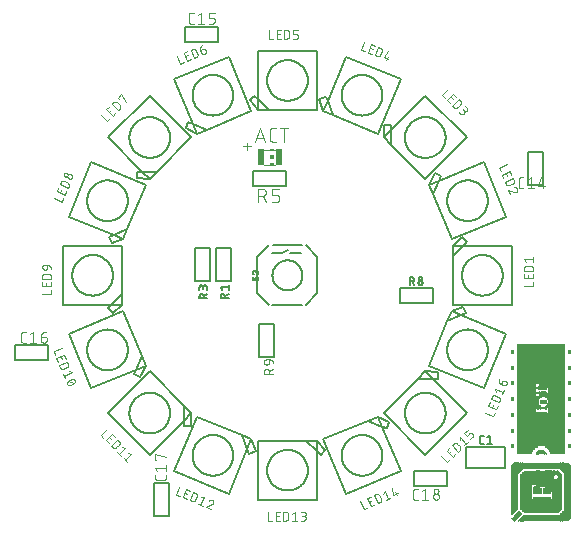
<source format=gto>
G04 EAGLE Gerber RS-274X export*
G75*
%MOMM*%
%FSLAX34Y34*%
%LPD*%
%INSilkscreen Top*%
%IPPOS*%
%AMOC8*
5,1,8,0,0,1.08239X$1,22.5*%
G01*
%ADD10R,0.033181X4.579700*%
%ADD11R,0.033181X0.298600*%
%ADD12R,0.033181X0.298700*%
%ADD13R,0.033181X0.331800*%
%ADD14R,0.033181X0.331900*%
%ADD15R,0.033188X4.646100*%
%ADD16R,0.033188X0.298600*%
%ADD17R,0.033188X0.298700*%
%ADD18R,0.033188X0.331800*%
%ADD19R,0.033188X0.331900*%
%ADD20R,0.033175X4.712300*%
%ADD21R,0.033175X0.298600*%
%ADD22R,0.033175X0.298700*%
%ADD23R,0.033175X0.331800*%
%ADD24R,0.033175X0.331900*%
%ADD25R,0.033188X4.778700*%
%ADD26R,0.033188X4.845100*%
%ADD27R,0.033175X4.911500*%
%ADD28R,0.033188X4.977900*%
%ADD29R,0.033181X4.977900*%
%ADD30R,0.033175X4.977900*%
%ADD31R,0.033188X9.325200*%
%ADD32R,0.033188X0.929200*%
%ADD33R,0.033181X0.896000*%
%ADD34R,0.033181X0.862800*%
%ADD35R,0.033181X9.325200*%
%ADD36R,0.033188X0.862800*%
%ADD37R,0.033188X0.829700*%
%ADD38R,0.033175X0.829700*%
%ADD39R,0.033175X0.796500*%
%ADD40R,0.033175X9.325200*%
%ADD41R,0.033188X0.796500*%
%ADD42R,0.033188X0.763300*%
%ADD43R,0.033181X0.730100*%
%ADD44R,0.033181X3.019900*%
%ADD45R,0.033188X0.696900*%
%ADD46R,0.033188X3.086300*%
%ADD47R,0.033181X0.663700*%
%ADD48R,0.033181X3.152700*%
%ADD49R,0.033188X0.630500*%
%ADD50R,0.033188X3.185900*%
%ADD51R,0.033175X0.597400*%
%ADD52R,0.033175X3.252300*%
%ADD53R,0.033188X0.564200*%
%ADD54R,0.033188X3.318500*%
%ADD55R,0.033188X0.531000*%
%ADD56R,0.033188X3.384900*%
%ADD57R,0.033181X0.531000*%
%ADD58R,0.033181X3.451300*%
%ADD59R,0.033188X3.517700*%
%ADD60R,0.033181X3.550900*%
%ADD61R,0.033188X2.920300*%
%ADD62R,0.033188X0.464600*%
%ADD63R,0.033188X2.887200*%
%ADD64R,0.033188X0.431400*%
%ADD65R,0.033175X0.531000*%
%ADD66R,0.033175X2.854000*%
%ADD67R,0.033175X0.398200*%
%ADD68R,0.033188X2.854000*%
%ADD69R,0.033188X0.365100*%
%ADD70R,0.033181X2.820800*%
%ADD71R,0.033181X0.365100*%
%ADD72R,0.033188X2.820800*%
%ADD73R,0.033188X0.398200*%
%ADD74R,0.033175X2.887200*%
%ADD75R,0.033175X0.431400*%
%ADD76R,0.033188X3.550900*%
%ADD77R,0.033188X1.161500*%
%ADD78R,0.033188X1.758900*%
%ADD79R,0.033175X1.161500*%
%ADD80R,0.033175X1.758900*%
%ADD81R,0.033188X1.194700*%
%ADD82R,0.033188X1.792100*%
%ADD83R,0.033181X1.261100*%
%ADD84R,0.033181X1.891600*%
%ADD85R,0.033181X9.292000*%
%ADD86R,0.033188X1.327400*%
%ADD87R,0.033188X1.958000*%
%ADD88R,0.033188X9.159300*%
%ADD89R,0.033188X9.092900*%
%ADD90R,0.033181X1.327400*%
%ADD91R,0.033181X1.958000*%
%ADD92R,0.033181X9.059700*%
%ADD93R,0.033188X8.993400*%
%ADD94R,0.033175X1.327400*%
%ADD95R,0.033175X1.958000*%
%ADD96R,0.033175X8.960200*%
%ADD97R,0.033188X8.927000*%
%ADD98R,0.033188X3.053100*%
%ADD99R,0.033188X0.365000*%
%ADD100R,0.033188X3.650400*%
%ADD101R,0.033175X2.986700*%
%ADD102R,0.033175X0.265500*%
%ADD103R,0.033175X0.497800*%
%ADD104R,0.033175X3.650400*%
%ADD105R,0.033188X2.953500*%
%ADD106R,0.033188X0.232300*%
%ADD107R,0.033181X2.986700*%
%ADD108R,0.033181X0.232300*%
%ADD109R,0.033181X0.099600*%
%ADD110R,0.033181X0.464600*%
%ADD111R,0.033181X3.750000*%
%ADD112R,0.033188X3.020000*%
%ADD113R,0.033188X0.199100*%
%ADD114R,0.033188X0.497800*%
%ADD115R,0.033188X3.816400*%
%ADD116R,0.033188X0.099500*%
%ADD117R,0.033188X0.265400*%
%ADD118R,0.033188X0.265500*%
%ADD119R,0.033181X0.165900*%
%ADD120R,0.033181X2.986800*%
%ADD121R,0.033181X0.265400*%
%ADD122R,0.033181X0.265500*%
%ADD123R,0.033181X3.816400*%
%ADD124R,0.033188X2.986800*%
%ADD125R,0.033175X1.360600*%
%ADD126R,0.033175X0.232300*%
%ADD127R,0.033175X2.953600*%
%ADD128R,0.033175X3.816400*%
%ADD129R,0.033188X1.360600*%
%ADD130R,0.033188X2.953600*%
%ADD131R,0.033181X1.360600*%
%ADD132R,0.033181X2.953600*%
%ADD133R,0.033181X0.431400*%
%ADD134R,0.033188X2.920400*%
%ADD135R,0.033181X2.920400*%
%ADD136R,0.033175X2.920400*%
%ADD137R,0.033181X2.887200*%
%ADD138R,0.033181X0.497800*%
%ADD139R,0.033181X0.166000*%
%ADD140R,0.033188X0.530900*%
%ADD141R,0.033175X3.451300*%
%ADD142R,0.033188X3.451300*%
%ADD143R,0.033188X1.128300*%
%ADD144R,0.033181X1.128300*%
%ADD145R,0.033181X0.199100*%
%ADD146R,0.033181X1.095100*%
%ADD147R,0.033181X0.199200*%
%ADD148R,0.033188X1.095100*%
%ADD149R,0.033188X0.165900*%
%ADD150R,0.033188X0.199200*%
%ADD151R,0.033188X3.418100*%
%ADD152R,0.033175X0.630500*%
%ADD153R,0.033175X1.227900*%
%ADD154R,0.033175X0.099500*%
%ADD155R,0.033175X0.995600*%
%ADD156R,0.033175X3.418100*%
%ADD157R,0.033188X1.227900*%
%ADD158R,0.033188X0.962400*%
%ADD159R,0.033181X0.597400*%
%ADD160R,0.033181X1.227900*%
%ADD161R,0.033181X2.920300*%
%ADD162R,0.033181X0.962400*%
%ADD163R,0.033181X3.418100*%
%ADD164R,0.033188X0.597400*%
%ADD165R,0.033188X8.827400*%
%ADD166R,0.033181X8.860600*%
%ADD167R,0.033188X8.893800*%
%ADD168R,0.033188X1.294200*%
%ADD169R,0.033181X1.194700*%
%ADD170R,0.033181X1.161500*%
%ADD171R,0.033175X3.550900*%
%ADD172R,0.033175X3.484500*%
%ADD173R,0.033181X3.384900*%
%ADD174R,0.033181X0.564200*%
%ADD175R,0.033188X3.318600*%
%ADD176R,0.033188X3.252200*%
%ADD177R,0.033181X3.185900*%
%ADD178R,0.033188X0.033100*%
%ADD179R,0.033188X3.119500*%
%ADD180R,0.033175X3.053100*%
%ADD181R,0.033175X0.730100*%
%ADD182R,0.033188X2.986700*%
%ADD183R,0.033181X0.796500*%
%ADD184R,0.033181X0.132800*%
%ADD185R,0.033181X0.431500*%
%ADD186R,0.033188X0.099600*%
%ADD187R,0.033188X0.497700*%
%ADD188R,0.033175X0.066400*%
%ADD189R,0.033175X0.962400*%
%ADD190R,0.033188X0.033200*%
%ADD191R,0.033188X0.995600*%
%ADD192R,0.033188X3.949100*%
%ADD193R,0.033181X3.982300*%
%ADD194R,0.033188X4.015500*%
%ADD195R,0.033181X4.048700*%
%ADD196R,0.033188X4.081900*%
%ADD197R,0.033175X4.115100*%
%ADD198R,0.033188X4.148200*%
%ADD199R,0.033188X4.181400*%
%ADD200R,0.033181X4.214600*%
%ADD201R,0.033188X4.247800*%
%ADD202R,0.033181X0.398200*%
%ADD203R,0.033181X4.247800*%
%ADD204R,0.033175X0.199100*%
%ADD205R,0.033175X4.247700*%
%ADD206R,0.033188X0.132800*%
%ADD207R,0.033181X0.066400*%
%ADD208C,0.127000*%
%ADD209C,0.152400*%
%ADD210C,0.101600*%
%ADD211C,0.076200*%
%ADD212R,0.300000X0.150000*%
%ADD213R,0.300000X0.300000*%
%ADD214R,0.600000X1.350000*%
%ADD215C,0.203200*%


D10*
X494892Y67579D03*
D11*
X494892Y106241D03*
D12*
X494892Y119515D03*
X494892Y132789D03*
D13*
X494892Y146230D03*
D14*
X494892Y159504D03*
X494892Y172778D03*
D13*
X494892Y186053D03*
D15*
X494560Y67579D03*
D16*
X494560Y106241D03*
D17*
X494560Y119515D03*
X494560Y132789D03*
D18*
X494560Y146230D03*
D19*
X494560Y159504D03*
X494560Y172778D03*
D18*
X494560Y186053D03*
D20*
X494228Y67579D03*
D21*
X494228Y106241D03*
D22*
X494228Y119515D03*
X494228Y132789D03*
D23*
X494228Y146230D03*
D24*
X494228Y159504D03*
X494228Y172778D03*
D23*
X494228Y186053D03*
D25*
X493897Y67579D03*
D16*
X493897Y106241D03*
D17*
X493897Y119515D03*
X493897Y132789D03*
D18*
X493897Y146230D03*
D19*
X493897Y159504D03*
X493897Y172778D03*
D18*
X493897Y186053D03*
D26*
X493565Y67579D03*
D16*
X493565Y106241D03*
D17*
X493565Y119515D03*
X493565Y132789D03*
D18*
X493565Y146230D03*
D19*
X493565Y159504D03*
X493565Y172778D03*
D18*
X493565Y186053D03*
D27*
X493233Y67579D03*
D28*
X492901Y67579D03*
D29*
X492569Y67579D03*
D28*
X492237Y67579D03*
X491905Y67579D03*
D29*
X491573Y67579D03*
D28*
X491242Y67579D03*
D30*
X490910Y67579D03*
D28*
X490578Y67579D03*
D29*
X490246Y67579D03*
D28*
X489914Y67579D03*
D31*
X489914Y146064D03*
D32*
X489582Y47336D03*
X489582Y87823D03*
D31*
X489582Y146064D03*
D33*
X489250Y47170D03*
D34*
X489250Y88155D03*
D35*
X489250Y146064D03*
D36*
X488919Y47004D03*
D37*
X488919Y88320D03*
D31*
X488919Y146064D03*
D38*
X488587Y46838D03*
D39*
X488587Y88486D03*
D40*
X488587Y146064D03*
D41*
X488255Y46672D03*
X488255Y88486D03*
D31*
X488255Y146064D03*
D42*
X487923Y46506D03*
X487923Y88652D03*
D31*
X487923Y146064D03*
D43*
X487591Y46340D03*
D44*
X487591Y67745D03*
D43*
X487591Y88818D03*
D35*
X487591Y146064D03*
D45*
X487259Y46174D03*
D46*
X487259Y67745D03*
D45*
X487259Y88984D03*
D31*
X487259Y146064D03*
D47*
X486927Y46008D03*
D48*
X486927Y67745D03*
D47*
X486927Y89150D03*
D35*
X486927Y146064D03*
D49*
X486596Y45842D03*
D50*
X486596Y67579D03*
D49*
X486596Y89316D03*
D31*
X486596Y146064D03*
D51*
X486264Y45677D03*
D52*
X486264Y67579D03*
D51*
X486264Y89482D03*
D40*
X486264Y146064D03*
D53*
X485932Y45511D03*
D54*
X485932Y67579D03*
D53*
X485932Y89648D03*
D31*
X485932Y146064D03*
D55*
X485600Y45345D03*
D56*
X485600Y67579D03*
D55*
X485600Y89814D03*
D31*
X485600Y146064D03*
D57*
X485268Y45345D03*
D58*
X485268Y67579D03*
D57*
X485268Y89814D03*
D35*
X485268Y146064D03*
D55*
X484936Y45345D03*
D59*
X484936Y67579D03*
D55*
X484936Y89814D03*
D31*
X484936Y146064D03*
D57*
X484604Y45345D03*
D60*
X484604Y67745D03*
D57*
X484604Y89814D03*
D35*
X484604Y146064D03*
D55*
X484273Y45345D03*
D61*
X484273Y64592D03*
D62*
X484273Y83177D03*
D55*
X484273Y89814D03*
D31*
X484273Y146064D03*
D55*
X483941Y45345D03*
D63*
X483941Y64427D03*
D64*
X483941Y83343D03*
D55*
X483941Y89814D03*
D31*
X483941Y146064D03*
D65*
X483609Y45345D03*
D66*
X483609Y64261D03*
D67*
X483609Y83509D03*
D65*
X483609Y89814D03*
D40*
X483609Y146064D03*
D55*
X483277Y45345D03*
D68*
X483277Y64261D03*
D69*
X483277Y83674D03*
D55*
X483277Y89814D03*
D31*
X483277Y146064D03*
D57*
X482945Y45345D03*
D70*
X482945Y64095D03*
D71*
X482945Y83674D03*
D57*
X482945Y89814D03*
D35*
X482945Y146064D03*
D55*
X482613Y45345D03*
D72*
X482613Y64095D03*
D69*
X482613Y83674D03*
D55*
X482613Y89814D03*
D31*
X482613Y146064D03*
D57*
X482281Y45345D03*
D70*
X482281Y64095D03*
D71*
X482281Y83674D03*
D57*
X482281Y89814D03*
D35*
X482281Y146064D03*
D55*
X481950Y45345D03*
D68*
X481950Y64261D03*
D69*
X481950Y83674D03*
D55*
X481950Y89814D03*
D31*
X481950Y146064D03*
D55*
X481618Y45345D03*
D68*
X481618Y64261D03*
D73*
X481618Y83509D03*
D55*
X481618Y89814D03*
D31*
X481618Y146064D03*
D65*
X481286Y45345D03*
D74*
X481286Y64427D03*
D75*
X481286Y83343D03*
D65*
X481286Y89814D03*
D40*
X481286Y146064D03*
D55*
X480954Y45345D03*
D61*
X480954Y64592D03*
D62*
X480954Y83177D03*
D55*
X480954Y89814D03*
D31*
X480954Y146064D03*
D57*
X480622Y45345D03*
D60*
X480622Y67745D03*
D57*
X480622Y89814D03*
D35*
X480622Y146064D03*
D55*
X480290Y45345D03*
D76*
X480290Y67745D03*
D55*
X480290Y89814D03*
D31*
X480290Y146064D03*
D55*
X479958Y45345D03*
D76*
X479958Y67745D03*
D55*
X479958Y89814D03*
D31*
X479958Y146064D03*
D57*
X479627Y45345D03*
D60*
X479627Y67745D03*
D57*
X479627Y89814D03*
D35*
X479627Y146064D03*
D55*
X479295Y45345D03*
D77*
X479295Y55798D03*
D78*
X479295Y76705D03*
D55*
X479295Y89814D03*
D31*
X479295Y146064D03*
D65*
X478963Y45345D03*
D79*
X478963Y55798D03*
D80*
X478963Y76705D03*
D65*
X478963Y89814D03*
D40*
X478963Y146064D03*
D55*
X478631Y45345D03*
D81*
X478631Y55964D03*
D82*
X478631Y76539D03*
D55*
X478631Y89814D03*
D31*
X478631Y146064D03*
D57*
X478299Y45345D03*
D83*
X478299Y56296D03*
D84*
X478299Y76042D03*
D57*
X478299Y89814D03*
D85*
X478299Y146230D03*
D55*
X477967Y45345D03*
D86*
X477967Y56628D03*
D87*
X477967Y75710D03*
D55*
X477967Y89814D03*
D88*
X477967Y146893D03*
D55*
X477635Y45345D03*
D86*
X477635Y56628D03*
D87*
X477635Y75710D03*
D55*
X477635Y89814D03*
D89*
X477635Y147225D03*
D57*
X477304Y45345D03*
D90*
X477304Y56628D03*
D91*
X477304Y75710D03*
D57*
X477304Y89814D03*
D92*
X477304Y147391D03*
D55*
X476972Y45345D03*
D86*
X476972Y56628D03*
D87*
X476972Y75710D03*
D55*
X476972Y89814D03*
D93*
X476972Y147723D03*
D65*
X476640Y45345D03*
D94*
X476640Y56628D03*
D95*
X476640Y75710D03*
D65*
X476640Y89814D03*
D96*
X476640Y147889D03*
D55*
X476308Y45345D03*
D86*
X476308Y56628D03*
D87*
X476308Y75710D03*
D55*
X476308Y89814D03*
D97*
X476308Y148055D03*
D55*
X475976Y45345D03*
D86*
X475976Y56628D03*
D87*
X475976Y75710D03*
D55*
X475976Y89814D03*
D98*
X475976Y119017D03*
D99*
X475976Y140754D03*
D53*
X475976Y148055D03*
D100*
X475976Y174438D03*
D65*
X475644Y45345D03*
D94*
X475644Y56628D03*
D95*
X475644Y75710D03*
D65*
X475644Y89814D03*
D101*
X475644Y119017D03*
D102*
X475644Y140256D03*
D103*
X475644Y148387D03*
D104*
X475644Y174438D03*
D55*
X475312Y45345D03*
D86*
X475312Y56628D03*
D87*
X475312Y75710D03*
D55*
X475312Y89814D03*
D105*
X475312Y119183D03*
D106*
X475312Y140090D03*
D64*
X475312Y148719D03*
D100*
X475312Y174438D03*
D57*
X474981Y45345D03*
D90*
X474981Y56628D03*
D91*
X474981Y75710D03*
D57*
X474981Y89814D03*
D107*
X474981Y119681D03*
D108*
X474981Y139426D03*
D109*
X474981Y144073D03*
D110*
X474981Y149217D03*
D111*
X474981Y173940D03*
D55*
X474649Y45345D03*
D86*
X474649Y56628D03*
D87*
X474649Y75710D03*
D55*
X474649Y89814D03*
D112*
X474649Y120179D03*
D16*
X474649Y139095D03*
D113*
X474649Y143906D03*
D114*
X474649Y149714D03*
D115*
X474649Y173608D03*
D55*
X474317Y45345D03*
D86*
X474317Y56628D03*
D87*
X474317Y75710D03*
D55*
X474317Y89814D03*
D116*
X474317Y99935D03*
D112*
X474317Y120179D03*
D117*
X474317Y138929D03*
D118*
X474317Y143906D03*
D62*
X474317Y149880D03*
D115*
X474317Y173608D03*
D57*
X473985Y45345D03*
D90*
X473985Y56628D03*
D91*
X473985Y75710D03*
D57*
X473985Y89814D03*
D119*
X473985Y100267D03*
D120*
X473985Y120345D03*
D121*
X473985Y138929D03*
D122*
X473985Y143906D03*
D110*
X473985Y149880D03*
D123*
X473985Y173608D03*
D55*
X473653Y45345D03*
D86*
X473653Y56628D03*
D87*
X473653Y75710D03*
D55*
X473653Y89814D03*
D113*
X473653Y100433D03*
D124*
X473653Y120345D03*
D106*
X473653Y138763D03*
D16*
X473653Y143741D03*
D64*
X473653Y150046D03*
D115*
X473653Y173608D03*
D65*
X473321Y45345D03*
D94*
X473321Y56628D03*
D103*
X473321Y68409D03*
D125*
X473321Y78697D03*
D65*
X473321Y89814D03*
D126*
X473321Y100599D03*
D127*
X473321Y120511D03*
D126*
X473321Y138763D03*
D21*
X473321Y143741D03*
D75*
X473321Y150046D03*
D128*
X473321Y173608D03*
D55*
X472989Y45345D03*
D86*
X472989Y56628D03*
D114*
X472989Y68409D03*
D129*
X472989Y78697D03*
D55*
X472989Y89814D03*
D118*
X472989Y100765D03*
D130*
X472989Y120511D03*
D106*
X472989Y138763D03*
D18*
X472989Y143907D03*
D64*
X472989Y150046D03*
D115*
X472989Y173608D03*
D57*
X472658Y45345D03*
D90*
X472658Y56628D03*
D110*
X472658Y68243D03*
D131*
X472658Y78697D03*
D57*
X472658Y89814D03*
D122*
X472658Y100765D03*
D132*
X472658Y120511D03*
D108*
X472658Y138763D03*
D13*
X472658Y143907D03*
D133*
X472658Y150046D03*
D123*
X472658Y173608D03*
D55*
X472326Y45345D03*
D86*
X472326Y56628D03*
D62*
X472326Y68243D03*
D129*
X472326Y78697D03*
D55*
X472326Y89814D03*
D17*
X472326Y100931D03*
D134*
X472326Y120677D03*
D106*
X472326Y138763D03*
D18*
X472326Y143907D03*
D64*
X472326Y150046D03*
D115*
X472326Y173608D03*
D55*
X471994Y45345D03*
D86*
X471994Y56628D03*
D64*
X471994Y68077D03*
D129*
X471994Y78697D03*
D55*
X471994Y89814D03*
D17*
X471994Y100931D03*
D134*
X471994Y120677D03*
D106*
X471994Y138763D03*
D18*
X471994Y143907D03*
D64*
X471994Y150046D03*
D115*
X471994Y173608D03*
D57*
X471662Y45345D03*
D90*
X471662Y56628D03*
D131*
X471662Y78697D03*
D57*
X471662Y89814D03*
D12*
X471662Y100931D03*
D135*
X471662Y120677D03*
D108*
X471662Y138763D03*
D13*
X471662Y143907D03*
D133*
X471662Y150046D03*
D123*
X471662Y173608D03*
D55*
X471330Y45345D03*
D86*
X471330Y56628D03*
D129*
X471330Y78697D03*
D55*
X471330Y89814D03*
D18*
X471330Y101097D03*
D134*
X471330Y120677D03*
D106*
X471330Y138763D03*
D18*
X471330Y143907D03*
D64*
X471330Y150046D03*
D115*
X471330Y173608D03*
D65*
X470998Y45345D03*
D94*
X470998Y56628D03*
D125*
X470998Y78697D03*
D65*
X470998Y89814D03*
D23*
X470998Y101097D03*
D136*
X470998Y120677D03*
D126*
X470998Y138763D03*
D23*
X470998Y143907D03*
D75*
X470998Y150046D03*
D128*
X470998Y173608D03*
D55*
X470666Y45345D03*
D86*
X470666Y56628D03*
D129*
X470666Y78697D03*
D55*
X470666Y89814D03*
D18*
X470666Y101097D03*
D63*
X470666Y120843D03*
D106*
X470666Y138763D03*
D16*
X470666Y143741D03*
D64*
X470666Y150046D03*
D115*
X470666Y173608D03*
D55*
X470335Y45345D03*
D86*
X470335Y56628D03*
D64*
X470335Y68077D03*
D129*
X470335Y78697D03*
D55*
X470335Y89814D03*
D18*
X470335Y101097D03*
D63*
X470335Y120843D03*
D106*
X470335Y138763D03*
D118*
X470335Y143906D03*
D62*
X470335Y149880D03*
D115*
X470335Y173608D03*
D57*
X470003Y45345D03*
D90*
X470003Y56628D03*
D133*
X470003Y68077D03*
D131*
X470003Y78697D03*
D57*
X470003Y89814D03*
D13*
X470003Y101097D03*
D137*
X470003Y120843D03*
D121*
X470003Y138929D03*
D122*
X470003Y143906D03*
D110*
X470003Y149880D03*
D123*
X470003Y173608D03*
D55*
X469671Y45345D03*
D86*
X469671Y56628D03*
D62*
X469671Y68243D03*
D129*
X469671Y78697D03*
D55*
X469671Y89814D03*
D18*
X469671Y101097D03*
D63*
X469671Y120843D03*
D117*
X469671Y138929D03*
D106*
X469671Y143740D03*
D114*
X469671Y149714D03*
D115*
X469671Y173608D03*
D57*
X469339Y45345D03*
D90*
X469339Y56628D03*
D138*
X469339Y68409D03*
D131*
X469339Y78697D03*
D57*
X469339Y89814D03*
D13*
X469339Y101097D03*
D135*
X469339Y120677D03*
D11*
X469339Y139095D03*
D139*
X469339Y143741D03*
D138*
X469339Y149714D03*
D123*
X469339Y173608D03*
D55*
X469007Y45345D03*
D86*
X469007Y56628D03*
D114*
X469007Y68409D03*
D129*
X469007Y78697D03*
D55*
X469007Y89814D03*
D18*
X469007Y101097D03*
D134*
X469007Y120677D03*
D18*
X469007Y139261D03*
D140*
X469007Y149548D03*
D115*
X469007Y173608D03*
D65*
X468675Y45345D03*
D94*
X468675Y56628D03*
D95*
X468675Y75710D03*
D65*
X468675Y89814D03*
D22*
X468675Y100931D03*
D136*
X468675Y120677D03*
D67*
X468675Y139593D03*
D102*
X468675Y147557D03*
X468675Y150875D03*
X468675Y155853D03*
D141*
X468675Y175433D03*
D55*
X468343Y45345D03*
D86*
X468343Y56628D03*
D87*
X468343Y75710D03*
D55*
X468343Y89814D03*
D17*
X468343Y100931D03*
D134*
X468343Y120677D03*
D64*
X468343Y139759D03*
D17*
X468343Y147391D03*
D106*
X468343Y151041D03*
D118*
X468343Y155853D03*
D142*
X468343Y175433D03*
D55*
X468012Y45345D03*
D86*
X468012Y56628D03*
D87*
X468012Y75710D03*
D55*
X468012Y89814D03*
D17*
X468012Y100931D03*
D134*
X468012Y120677D03*
D143*
X468012Y143243D03*
D106*
X468012Y151041D03*
X468012Y155687D03*
D142*
X468012Y175433D03*
D57*
X467680Y45345D03*
D90*
X467680Y56628D03*
D91*
X467680Y75710D03*
D57*
X467680Y89814D03*
D122*
X467680Y100765D03*
D132*
X467680Y120511D03*
D144*
X467680Y143243D03*
D145*
X467680Y151207D03*
D108*
X467680Y155687D03*
D58*
X467680Y175433D03*
D55*
X467348Y45345D03*
D86*
X467348Y56628D03*
D87*
X467348Y75710D03*
D55*
X467348Y89814D03*
D118*
X467348Y100765D03*
D130*
X467348Y120511D03*
D143*
X467348Y143243D03*
D113*
X467348Y151207D03*
D106*
X467348Y155687D03*
D142*
X467348Y175433D03*
D57*
X467016Y45345D03*
D90*
X467016Y56628D03*
D91*
X467016Y75710D03*
D57*
X467016Y89814D03*
D108*
X467016Y100599D03*
D132*
X467016Y120511D03*
D146*
X467016Y143077D03*
D145*
X467016Y151207D03*
D147*
X467016Y155522D03*
D58*
X467016Y175433D03*
D55*
X466684Y45345D03*
D86*
X466684Y56628D03*
D87*
X466684Y75710D03*
D55*
X466684Y89814D03*
D113*
X466684Y100433D03*
D124*
X466684Y120345D03*
D148*
X466684Y143077D03*
D149*
X466684Y151373D03*
D150*
X466684Y155522D03*
D142*
X466684Y175433D03*
D55*
X466352Y45345D03*
D86*
X466352Y56628D03*
D87*
X466352Y75710D03*
D55*
X466352Y89814D03*
D149*
X466352Y100267D03*
D124*
X466352Y120345D03*
D148*
X466352Y143077D03*
D149*
X466352Y151373D03*
D150*
X466352Y155522D03*
D151*
X466352Y175599D03*
D65*
X466020Y45345D03*
D94*
X466020Y56628D03*
D152*
X466020Y69072D03*
D153*
X466020Y79360D03*
D65*
X466020Y89814D03*
D154*
X466020Y99935D03*
D136*
X466020Y119681D03*
D155*
X466020Y143575D03*
D156*
X466020Y175599D03*
D55*
X465689Y45345D03*
D86*
X465689Y56628D03*
D49*
X465689Y69072D03*
D157*
X465689Y79360D03*
D55*
X465689Y89814D03*
D63*
X465689Y119515D03*
D158*
X465689Y143741D03*
D151*
X465689Y175599D03*
D57*
X465357Y45345D03*
D90*
X465357Y56628D03*
D159*
X465357Y68907D03*
D160*
X465357Y79360D03*
D57*
X465357Y89814D03*
D161*
X465357Y119349D03*
D162*
X465357Y143741D03*
D163*
X465357Y175599D03*
D55*
X465025Y45345D03*
D86*
X465025Y56628D03*
D164*
X465025Y68907D03*
D157*
X465025Y79360D03*
D55*
X465025Y89814D03*
D165*
X465025Y148553D03*
D57*
X464693Y45345D03*
D90*
X464693Y56628D03*
D159*
X464693Y68907D03*
D160*
X464693Y79360D03*
D57*
X464693Y89814D03*
D166*
X464693Y148387D03*
D55*
X464361Y45345D03*
D86*
X464361Y56628D03*
D53*
X464361Y68741D03*
D157*
X464361Y79360D03*
D55*
X464361Y89814D03*
D167*
X464361Y148221D03*
D55*
X464029Y45345D03*
D86*
X464029Y56628D03*
D53*
X464029Y68741D03*
D157*
X464029Y79360D03*
D55*
X464029Y89814D03*
D97*
X464029Y148055D03*
D65*
X463697Y45345D03*
D94*
X463697Y56628D03*
D65*
X463697Y68575D03*
D153*
X463697Y79360D03*
D65*
X463697Y89814D03*
D96*
X463697Y147889D03*
D55*
X463366Y45345D03*
D168*
X463366Y56462D03*
D157*
X463366Y79360D03*
D55*
X463366Y89814D03*
D93*
X463366Y147723D03*
D57*
X463034Y45345D03*
D169*
X463034Y55964D03*
D160*
X463034Y79360D03*
D57*
X463034Y89814D03*
D92*
X463034Y147391D03*
D55*
X462702Y45345D03*
D77*
X462702Y55798D03*
D157*
X462702Y79360D03*
D55*
X462702Y89814D03*
D89*
X462702Y147225D03*
D55*
X462370Y45345D03*
D77*
X462370Y55798D03*
D157*
X462370Y79360D03*
D55*
X462370Y89814D03*
D88*
X462370Y146893D03*
D57*
X462038Y45345D03*
D170*
X462038Y55798D03*
D146*
X462038Y67413D03*
D160*
X462038Y79360D03*
D57*
X462038Y89814D03*
D85*
X462038Y146230D03*
D55*
X461706Y45345D03*
D76*
X461706Y67745D03*
D55*
X461706Y89814D03*
D31*
X461706Y146064D03*
D65*
X461374Y45345D03*
D171*
X461374Y67745D03*
D65*
X461374Y89814D03*
D40*
X461374Y146064D03*
D55*
X461043Y45345D03*
D76*
X461043Y67745D03*
D55*
X461043Y89814D03*
D31*
X461043Y146064D03*
D57*
X460711Y45345D03*
D60*
X460711Y67745D03*
D57*
X460711Y89814D03*
D35*
X460711Y146064D03*
D55*
X460379Y45345D03*
D76*
X460379Y67745D03*
D55*
X460379Y89814D03*
D31*
X460379Y146064D03*
D55*
X460047Y45345D03*
D76*
X460047Y67745D03*
D55*
X460047Y89814D03*
D31*
X460047Y146064D03*
D57*
X459715Y45345D03*
D60*
X459715Y67745D03*
D57*
X459715Y89814D03*
D35*
X459715Y146064D03*
D55*
X459383Y45345D03*
D76*
X459383Y67745D03*
D55*
X459383Y89814D03*
D31*
X459383Y146064D03*
D65*
X459051Y45345D03*
D171*
X459051Y67745D03*
D65*
X459051Y89814D03*
D40*
X459051Y146064D03*
D55*
X458720Y45345D03*
D76*
X458720Y67745D03*
D55*
X458720Y89814D03*
D31*
X458720Y146064D03*
D55*
X458388Y45345D03*
D76*
X458388Y67745D03*
D55*
X458388Y89814D03*
D31*
X458388Y146064D03*
D65*
X458056Y45345D03*
D171*
X458056Y67745D03*
D65*
X458056Y89814D03*
D40*
X458056Y146064D03*
D55*
X457724Y45345D03*
D76*
X457724Y67745D03*
D55*
X457724Y89814D03*
D31*
X457724Y146064D03*
D57*
X457392Y45345D03*
D60*
X457392Y67745D03*
D57*
X457392Y89814D03*
D35*
X457392Y146064D03*
D55*
X457060Y45345D03*
D76*
X457060Y67745D03*
D55*
X457060Y89814D03*
D31*
X457060Y146064D03*
D65*
X456728Y45345D03*
D171*
X456728Y67745D03*
D65*
X456728Y89814D03*
D40*
X456728Y146064D03*
D55*
X456397Y45345D03*
D76*
X456397Y67745D03*
D55*
X456397Y89814D03*
D31*
X456397Y146064D03*
D55*
X456065Y45345D03*
D59*
X456065Y67579D03*
D55*
X456065Y89814D03*
D31*
X456065Y146064D03*
D65*
X455733Y45345D03*
D172*
X455733Y67413D03*
D65*
X455733Y89814D03*
D40*
X455733Y146064D03*
D114*
X455401Y45179D03*
D142*
X455401Y67247D03*
D55*
X455401Y89814D03*
D31*
X455401Y146064D03*
D110*
X455069Y45013D03*
D173*
X455069Y67247D03*
D174*
X455069Y89648D03*
D35*
X455069Y146064D03*
D64*
X454737Y44847D03*
D175*
X454737Y67248D03*
D164*
X454737Y89482D03*
D31*
X454737Y146064D03*
D73*
X454405Y44681D03*
D176*
X454405Y67248D03*
D49*
X454405Y89316D03*
D31*
X454405Y146064D03*
D71*
X454073Y44515D03*
D177*
X454073Y67247D03*
D47*
X454073Y89150D03*
D35*
X454073Y146064D03*
D19*
X453742Y44349D03*
D178*
X453742Y48829D03*
D179*
X453742Y67247D03*
D45*
X453742Y88984D03*
D31*
X453742Y146064D03*
D22*
X453410Y44183D03*
D154*
X453410Y48829D03*
D180*
X453410Y67247D03*
D181*
X453410Y88818D03*
D40*
X453410Y146064D03*
D118*
X453078Y44017D03*
D149*
X453078Y48829D03*
D182*
X453078Y67247D03*
D42*
X453078Y88652D03*
D31*
X453078Y146064D03*
D108*
X452746Y43851D03*
X452746Y48829D03*
D161*
X452746Y67247D03*
D183*
X452746Y88486D03*
D35*
X452746Y146064D03*
D113*
X452414Y43685D03*
D17*
X452414Y48829D03*
D37*
X452414Y88320D03*
D31*
X452414Y146064D03*
D149*
X452082Y43519D03*
D69*
X452082Y48829D03*
D36*
X452082Y88155D03*
D31*
X452082Y146064D03*
D184*
X451750Y43354D03*
D185*
X451750Y48829D03*
D33*
X451750Y87989D03*
D35*
X451750Y146064D03*
D186*
X451419Y43188D03*
D187*
X451419Y48829D03*
D32*
X451419Y87823D03*
D31*
X451419Y146064D03*
D188*
X451087Y43022D03*
D103*
X451087Y48498D03*
D189*
X451087Y87657D03*
D40*
X451087Y146064D03*
D190*
X450755Y42856D03*
D114*
X450755Y48166D03*
D191*
X450755Y87491D03*
D31*
X450755Y146064D03*
D114*
X450423Y47834D03*
D192*
X450423Y72723D03*
D31*
X450423Y146064D03*
D138*
X450091Y47502D03*
D193*
X450091Y72557D03*
D114*
X449759Y47170D03*
D194*
X449759Y72391D03*
D138*
X449427Y46838D03*
D195*
X449427Y72225D03*
D187*
X449096Y46506D03*
D196*
X449096Y72059D03*
D103*
X448764Y46175D03*
D197*
X448764Y71893D03*
D114*
X448432Y45843D03*
D198*
X448432Y71728D03*
D114*
X448100Y45511D03*
D199*
X448100Y71562D03*
D138*
X447768Y45179D03*
D200*
X447768Y71396D03*
D62*
X447436Y45013D03*
D201*
X447436Y71230D03*
D202*
X447104Y45013D03*
D203*
X447104Y70898D03*
D18*
X446773Y45013D03*
D201*
X446773Y70566D03*
D16*
X446773Y106241D03*
D17*
X446773Y119515D03*
X446773Y132789D03*
D18*
X446773Y146230D03*
D19*
X446773Y159504D03*
X446773Y172778D03*
D18*
X446773Y186053D03*
D118*
X446441Y45013D03*
D201*
X446441Y70234D03*
D16*
X446441Y106241D03*
D17*
X446441Y119515D03*
X446441Y132789D03*
D18*
X446441Y146230D03*
D19*
X446441Y159504D03*
X446441Y172778D03*
D18*
X446441Y186053D03*
D204*
X446109Y45013D03*
D205*
X446109Y69902D03*
D21*
X446109Y106241D03*
D22*
X446109Y119515D03*
X446109Y132789D03*
D23*
X446109Y146230D03*
D24*
X446109Y159504D03*
X446109Y172778D03*
D23*
X446109Y186053D03*
D206*
X445777Y45013D03*
D201*
X445777Y69571D03*
D16*
X445777Y106241D03*
D17*
X445777Y119515D03*
X445777Y132789D03*
D18*
X445777Y146230D03*
D19*
X445777Y159504D03*
X445777Y172778D03*
D18*
X445777Y186053D03*
D207*
X445445Y45013D03*
D203*
X445445Y69239D03*
D11*
X445445Y106241D03*
D12*
X445445Y119515D03*
X445445Y132789D03*
D13*
X445445Y146230D03*
D14*
X445445Y159504D03*
X445445Y172778D03*
D13*
X445445Y186053D03*
D208*
X439510Y105890D02*
X439510Y88110D01*
X406490Y88110D01*
X406490Y105890D01*
X439510Y105890D01*
D209*
X421017Y108492D02*
X419550Y108492D01*
X419476Y108494D01*
X419401Y108500D01*
X419328Y108509D01*
X419254Y108522D01*
X419182Y108539D01*
X419111Y108559D01*
X419040Y108583D01*
X418971Y108611D01*
X418904Y108642D01*
X418838Y108676D01*
X418773Y108714D01*
X418711Y108755D01*
X418651Y108799D01*
X418594Y108846D01*
X418539Y108896D01*
X418486Y108949D01*
X418436Y109004D01*
X418389Y109061D01*
X418345Y109121D01*
X418304Y109183D01*
X418266Y109248D01*
X418232Y109314D01*
X418201Y109381D01*
X418173Y109450D01*
X418149Y109521D01*
X418129Y109592D01*
X418112Y109664D01*
X418099Y109738D01*
X418090Y109811D01*
X418084Y109886D01*
X418082Y109960D01*
X418082Y113628D01*
X418084Y113702D01*
X418090Y113777D01*
X418099Y113850D01*
X418112Y113924D01*
X418129Y113996D01*
X418149Y114067D01*
X418173Y114138D01*
X418201Y114207D01*
X418232Y114274D01*
X418266Y114340D01*
X418304Y114405D01*
X418345Y114467D01*
X418389Y114527D01*
X418436Y114584D01*
X418486Y114639D01*
X418539Y114692D01*
X418594Y114742D01*
X418651Y114789D01*
X418711Y114833D01*
X418773Y114874D01*
X418838Y114912D01*
X418903Y114946D01*
X418971Y114977D01*
X419040Y115005D01*
X419111Y115029D01*
X419182Y115049D01*
X419254Y115066D01*
X419328Y115079D01*
X419401Y115088D01*
X419476Y115094D01*
X419550Y115096D01*
X421017Y115096D01*
X424214Y113628D02*
X426048Y115096D01*
X426048Y108492D01*
X424214Y108492D02*
X427882Y108492D01*
D208*
X194650Y246030D02*
X194650Y273970D01*
X207350Y273970D01*
X207350Y246030D01*
X194650Y246030D01*
D209*
X198492Y231553D02*
X205096Y231553D01*
X198492Y231553D02*
X198492Y233387D01*
X198494Y233472D01*
X198500Y233556D01*
X198510Y233640D01*
X198523Y233724D01*
X198541Y233807D01*
X198562Y233889D01*
X198587Y233970D01*
X198616Y234050D01*
X198648Y234128D01*
X198684Y234204D01*
X198724Y234279D01*
X198767Y234352D01*
X198813Y234423D01*
X198862Y234492D01*
X198915Y234559D01*
X198971Y234623D01*
X199029Y234684D01*
X199090Y234742D01*
X199154Y234798D01*
X199221Y234851D01*
X199290Y234900D01*
X199361Y234946D01*
X199434Y234989D01*
X199509Y235029D01*
X199585Y235065D01*
X199663Y235097D01*
X199743Y235126D01*
X199824Y235151D01*
X199906Y235172D01*
X199989Y235190D01*
X200073Y235203D01*
X200157Y235213D01*
X200241Y235219D01*
X200326Y235221D01*
X200411Y235219D01*
X200495Y235213D01*
X200579Y235203D01*
X200663Y235190D01*
X200746Y235172D01*
X200828Y235151D01*
X200909Y235126D01*
X200989Y235097D01*
X201067Y235065D01*
X201143Y235029D01*
X201218Y234989D01*
X201291Y234946D01*
X201362Y234900D01*
X201431Y234851D01*
X201498Y234798D01*
X201562Y234742D01*
X201623Y234684D01*
X201681Y234623D01*
X201737Y234559D01*
X201790Y234492D01*
X201839Y234423D01*
X201885Y234352D01*
X201928Y234279D01*
X201968Y234204D01*
X202004Y234128D01*
X202036Y234050D01*
X202065Y233970D01*
X202090Y233889D01*
X202111Y233807D01*
X202129Y233724D01*
X202142Y233640D01*
X202152Y233556D01*
X202158Y233472D01*
X202160Y233387D01*
X202161Y233387D02*
X202161Y231553D01*
X202161Y233754D02*
X205096Y235222D01*
X199960Y238789D02*
X198492Y240624D01*
X205096Y240624D01*
X205096Y242458D02*
X205096Y238789D01*
D208*
X189350Y246030D02*
X189350Y273970D01*
X189350Y246030D02*
X176650Y246030D01*
X176650Y273970D01*
X189350Y273970D01*
D209*
X187096Y231553D02*
X180492Y231553D01*
X180492Y233387D01*
X180494Y233472D01*
X180500Y233556D01*
X180510Y233640D01*
X180523Y233724D01*
X180541Y233807D01*
X180562Y233889D01*
X180587Y233970D01*
X180616Y234050D01*
X180648Y234128D01*
X180684Y234204D01*
X180724Y234279D01*
X180767Y234352D01*
X180813Y234423D01*
X180862Y234492D01*
X180915Y234559D01*
X180971Y234623D01*
X181029Y234684D01*
X181090Y234742D01*
X181154Y234798D01*
X181221Y234851D01*
X181290Y234900D01*
X181361Y234946D01*
X181434Y234989D01*
X181509Y235029D01*
X181585Y235065D01*
X181663Y235097D01*
X181743Y235126D01*
X181824Y235151D01*
X181906Y235172D01*
X181989Y235190D01*
X182073Y235203D01*
X182157Y235213D01*
X182241Y235219D01*
X182326Y235221D01*
X182411Y235219D01*
X182495Y235213D01*
X182579Y235203D01*
X182663Y235190D01*
X182746Y235172D01*
X182828Y235151D01*
X182909Y235126D01*
X182989Y235097D01*
X183067Y235065D01*
X183143Y235029D01*
X183218Y234989D01*
X183291Y234946D01*
X183362Y234900D01*
X183431Y234851D01*
X183498Y234798D01*
X183562Y234742D01*
X183623Y234684D01*
X183681Y234623D01*
X183737Y234559D01*
X183790Y234492D01*
X183839Y234423D01*
X183885Y234352D01*
X183928Y234279D01*
X183968Y234204D01*
X184004Y234128D01*
X184036Y234050D01*
X184065Y233970D01*
X184090Y233889D01*
X184111Y233807D01*
X184129Y233724D01*
X184142Y233640D01*
X184152Y233556D01*
X184158Y233472D01*
X184160Y233387D01*
X184161Y233387D02*
X184161Y231553D01*
X184161Y233754D02*
X187096Y235222D01*
X187096Y238789D02*
X187096Y240624D01*
X187094Y240709D01*
X187088Y240793D01*
X187078Y240877D01*
X187065Y240961D01*
X187047Y241044D01*
X187026Y241126D01*
X187001Y241207D01*
X186972Y241287D01*
X186940Y241365D01*
X186904Y241441D01*
X186864Y241516D01*
X186821Y241589D01*
X186775Y241660D01*
X186726Y241729D01*
X186673Y241796D01*
X186617Y241860D01*
X186559Y241921D01*
X186498Y241979D01*
X186434Y242035D01*
X186367Y242088D01*
X186298Y242137D01*
X186227Y242183D01*
X186154Y242226D01*
X186079Y242266D01*
X186003Y242302D01*
X185925Y242334D01*
X185845Y242363D01*
X185764Y242388D01*
X185682Y242409D01*
X185599Y242427D01*
X185515Y242440D01*
X185431Y242450D01*
X185347Y242456D01*
X185262Y242458D01*
X185177Y242456D01*
X185093Y242450D01*
X185009Y242440D01*
X184925Y242427D01*
X184842Y242409D01*
X184760Y242388D01*
X184679Y242363D01*
X184599Y242334D01*
X184521Y242302D01*
X184445Y242266D01*
X184370Y242226D01*
X184297Y242183D01*
X184226Y242137D01*
X184157Y242088D01*
X184090Y242035D01*
X184026Y241979D01*
X183965Y241921D01*
X183907Y241860D01*
X183851Y241796D01*
X183798Y241729D01*
X183749Y241660D01*
X183703Y241589D01*
X183660Y241516D01*
X183620Y241441D01*
X183584Y241365D01*
X183552Y241287D01*
X183523Y241207D01*
X183498Y241126D01*
X183477Y241044D01*
X183459Y240961D01*
X183446Y240877D01*
X183436Y240793D01*
X183430Y240709D01*
X183428Y240624D01*
X180492Y240990D02*
X180492Y238789D01*
X180492Y240990D02*
X180494Y241066D01*
X180500Y241141D01*
X180509Y241216D01*
X180523Y241290D01*
X180540Y241364D01*
X180562Y241436D01*
X180586Y241508D01*
X180615Y241578D01*
X180647Y241646D01*
X180682Y241713D01*
X180721Y241778D01*
X180764Y241841D01*
X180809Y241901D01*
X180857Y241959D01*
X180909Y242015D01*
X180963Y242067D01*
X181020Y242117D01*
X181079Y242164D01*
X181140Y242208D01*
X181204Y242249D01*
X181270Y242286D01*
X181338Y242320D01*
X181407Y242350D01*
X181478Y242377D01*
X181550Y242400D01*
X181623Y242419D01*
X181697Y242434D01*
X181772Y242446D01*
X181847Y242454D01*
X181922Y242458D01*
X181998Y242458D01*
X182073Y242454D01*
X182148Y242446D01*
X182223Y242434D01*
X182297Y242419D01*
X182370Y242400D01*
X182442Y242377D01*
X182513Y242350D01*
X182582Y242320D01*
X182650Y242286D01*
X182716Y242249D01*
X182780Y242208D01*
X182841Y242164D01*
X182900Y242117D01*
X182957Y242067D01*
X183011Y242015D01*
X183063Y241959D01*
X183111Y241901D01*
X183156Y241841D01*
X183199Y241778D01*
X183238Y241713D01*
X183273Y241646D01*
X183305Y241578D01*
X183334Y241508D01*
X183358Y241436D01*
X183380Y241364D01*
X183397Y241290D01*
X183411Y241216D01*
X183420Y241141D01*
X183426Y241066D01*
X183428Y240990D01*
X183427Y240990D02*
X183427Y239523D01*
D210*
X235500Y357250D02*
X244500Y357250D01*
X244500Y344750D02*
X235250Y344750D01*
D211*
X220724Y357054D02*
X220724Y363319D01*
X223857Y360186D02*
X217592Y360186D01*
D212*
X241500Y357000D03*
X241500Y345000D03*
D213*
X241500Y351000D03*
D214*
X247500Y351000D03*
X232500Y351000D03*
D210*
X227808Y364208D02*
X231703Y375892D01*
X235597Y364208D01*
X234624Y367129D02*
X228782Y367129D01*
X242450Y364208D02*
X245047Y364208D01*
X242450Y364208D02*
X242351Y364210D01*
X242251Y364216D01*
X242152Y364225D01*
X242054Y364238D01*
X241956Y364255D01*
X241858Y364276D01*
X241762Y364301D01*
X241667Y364329D01*
X241573Y364361D01*
X241480Y364396D01*
X241388Y364435D01*
X241298Y364478D01*
X241210Y364523D01*
X241123Y364573D01*
X241039Y364625D01*
X240956Y364681D01*
X240876Y364739D01*
X240798Y364801D01*
X240723Y364866D01*
X240650Y364934D01*
X240580Y365004D01*
X240512Y365077D01*
X240447Y365152D01*
X240385Y365230D01*
X240327Y365310D01*
X240271Y365393D01*
X240219Y365477D01*
X240169Y365564D01*
X240124Y365652D01*
X240081Y365742D01*
X240042Y365834D01*
X240007Y365927D01*
X239975Y366021D01*
X239947Y366116D01*
X239922Y366212D01*
X239901Y366310D01*
X239884Y366408D01*
X239871Y366506D01*
X239862Y366605D01*
X239856Y366705D01*
X239854Y366804D01*
X239854Y373296D01*
X239856Y373395D01*
X239862Y373495D01*
X239871Y373594D01*
X239884Y373692D01*
X239901Y373790D01*
X239922Y373888D01*
X239947Y373984D01*
X239975Y374079D01*
X240007Y374173D01*
X240042Y374266D01*
X240081Y374358D01*
X240124Y374448D01*
X240169Y374536D01*
X240219Y374623D01*
X240271Y374707D01*
X240327Y374790D01*
X240385Y374870D01*
X240447Y374948D01*
X240512Y375023D01*
X240580Y375096D01*
X240650Y375166D01*
X240723Y375234D01*
X240798Y375299D01*
X240876Y375361D01*
X240956Y375419D01*
X241039Y375475D01*
X241123Y375527D01*
X241210Y375577D01*
X241298Y375622D01*
X241388Y375665D01*
X241480Y375704D01*
X241572Y375739D01*
X241667Y375771D01*
X241762Y375799D01*
X241858Y375824D01*
X241956Y375845D01*
X242054Y375862D01*
X242152Y375875D01*
X242251Y375884D01*
X242351Y375890D01*
X242450Y375892D01*
X245047Y375892D01*
X251896Y375892D02*
X251896Y364208D01*
X248650Y375892D02*
X255141Y375892D01*
D208*
X253970Y339350D02*
X226030Y339350D01*
X253970Y339350D02*
X253970Y326650D01*
X226030Y326650D01*
X226030Y339350D01*
D210*
X230265Y324332D02*
X230265Y312648D01*
X230265Y324332D02*
X233510Y324332D01*
X233623Y324330D01*
X233736Y324324D01*
X233849Y324314D01*
X233962Y324300D01*
X234074Y324283D01*
X234185Y324261D01*
X234295Y324236D01*
X234405Y324206D01*
X234513Y324173D01*
X234620Y324136D01*
X234726Y324096D01*
X234830Y324051D01*
X234933Y324003D01*
X235034Y323952D01*
X235133Y323897D01*
X235230Y323839D01*
X235325Y323777D01*
X235418Y323712D01*
X235508Y323644D01*
X235596Y323573D01*
X235682Y323498D01*
X235765Y323421D01*
X235845Y323341D01*
X235922Y323258D01*
X235997Y323172D01*
X236068Y323084D01*
X236136Y322994D01*
X236201Y322901D01*
X236263Y322806D01*
X236321Y322709D01*
X236376Y322610D01*
X236427Y322509D01*
X236475Y322406D01*
X236520Y322302D01*
X236560Y322196D01*
X236597Y322089D01*
X236630Y321981D01*
X236660Y321871D01*
X236685Y321761D01*
X236707Y321650D01*
X236724Y321538D01*
X236738Y321425D01*
X236748Y321312D01*
X236754Y321199D01*
X236756Y321086D01*
X236754Y320973D01*
X236748Y320860D01*
X236738Y320747D01*
X236724Y320634D01*
X236707Y320522D01*
X236685Y320411D01*
X236660Y320301D01*
X236630Y320191D01*
X236597Y320083D01*
X236560Y319976D01*
X236520Y319870D01*
X236475Y319766D01*
X236427Y319663D01*
X236376Y319562D01*
X236321Y319463D01*
X236263Y319366D01*
X236201Y319271D01*
X236136Y319178D01*
X236068Y319088D01*
X235997Y319000D01*
X235922Y318914D01*
X235845Y318831D01*
X235765Y318751D01*
X235682Y318674D01*
X235596Y318599D01*
X235508Y318528D01*
X235418Y318460D01*
X235325Y318395D01*
X235230Y318333D01*
X235133Y318275D01*
X235034Y318220D01*
X234933Y318169D01*
X234830Y318121D01*
X234726Y318076D01*
X234620Y318036D01*
X234513Y317999D01*
X234405Y317966D01*
X234295Y317936D01*
X234185Y317911D01*
X234074Y317889D01*
X233962Y317872D01*
X233849Y317858D01*
X233736Y317848D01*
X233623Y317842D01*
X233510Y317840D01*
X233510Y317841D02*
X230265Y317841D01*
X234159Y317841D02*
X236756Y312648D01*
X241621Y312648D02*
X245516Y312648D01*
X245615Y312650D01*
X245715Y312656D01*
X245814Y312665D01*
X245912Y312678D01*
X246010Y312695D01*
X246108Y312716D01*
X246204Y312741D01*
X246299Y312769D01*
X246393Y312801D01*
X246486Y312836D01*
X246578Y312875D01*
X246668Y312918D01*
X246756Y312963D01*
X246843Y313013D01*
X246927Y313065D01*
X247010Y313121D01*
X247090Y313179D01*
X247168Y313241D01*
X247243Y313306D01*
X247316Y313374D01*
X247386Y313444D01*
X247454Y313517D01*
X247519Y313592D01*
X247581Y313670D01*
X247639Y313750D01*
X247695Y313833D01*
X247747Y313917D01*
X247797Y314004D01*
X247842Y314092D01*
X247885Y314182D01*
X247924Y314274D01*
X247959Y314367D01*
X247991Y314461D01*
X248019Y314556D01*
X248044Y314652D01*
X248065Y314750D01*
X248082Y314848D01*
X248095Y314946D01*
X248104Y315045D01*
X248110Y315145D01*
X248112Y315244D01*
X248112Y316543D01*
X248110Y316642D01*
X248104Y316742D01*
X248095Y316841D01*
X248082Y316939D01*
X248065Y317037D01*
X248044Y317135D01*
X248019Y317231D01*
X247991Y317326D01*
X247959Y317420D01*
X247924Y317513D01*
X247885Y317605D01*
X247842Y317695D01*
X247797Y317783D01*
X247747Y317870D01*
X247695Y317954D01*
X247639Y318037D01*
X247581Y318117D01*
X247519Y318195D01*
X247454Y318270D01*
X247386Y318343D01*
X247316Y318413D01*
X247243Y318481D01*
X247168Y318546D01*
X247090Y318608D01*
X247010Y318666D01*
X246927Y318722D01*
X246843Y318774D01*
X246756Y318824D01*
X246668Y318869D01*
X246578Y318912D01*
X246486Y318951D01*
X246393Y318986D01*
X246299Y319018D01*
X246204Y319046D01*
X246108Y319071D01*
X246010Y319092D01*
X245912Y319109D01*
X245814Y319122D01*
X245715Y319131D01*
X245615Y319137D01*
X245516Y319139D01*
X241621Y319139D01*
X241621Y324332D01*
X248112Y324332D01*
D208*
X395000Y226000D02*
X445000Y226000D01*
X395000Y226000D02*
X395000Y267000D01*
X395000Y276000D01*
X404000Y276000D01*
X445000Y276000D01*
X445000Y226000D01*
X395000Y267000D02*
X404000Y276000D01*
X402795Y251000D02*
X402800Y251422D01*
X402816Y251844D01*
X402842Y252266D01*
X402878Y252686D01*
X402924Y253106D01*
X402981Y253524D01*
X403048Y253941D01*
X403126Y254357D01*
X403213Y254770D01*
X403311Y255180D01*
X403418Y255589D01*
X403536Y255994D01*
X403663Y256397D01*
X403801Y256796D01*
X403948Y257192D01*
X404105Y257584D01*
X404271Y257972D01*
X404447Y258356D01*
X404632Y258736D01*
X404827Y259110D01*
X405030Y259480D01*
X405243Y259845D01*
X405464Y260205D01*
X405695Y260559D01*
X405933Y260907D01*
X406181Y261249D01*
X406436Y261585D01*
X406700Y261915D01*
X406972Y262238D01*
X407252Y262554D01*
X407539Y262864D01*
X407834Y263166D01*
X408136Y263461D01*
X408446Y263748D01*
X408762Y264028D01*
X409085Y264300D01*
X409415Y264564D01*
X409751Y264819D01*
X410093Y265067D01*
X410441Y265305D01*
X410795Y265536D01*
X411155Y265757D01*
X411520Y265970D01*
X411890Y266173D01*
X412264Y266368D01*
X412644Y266553D01*
X413028Y266729D01*
X413416Y266895D01*
X413808Y267052D01*
X414204Y267199D01*
X414603Y267337D01*
X415006Y267464D01*
X415411Y267582D01*
X415820Y267689D01*
X416230Y267787D01*
X416643Y267874D01*
X417059Y267952D01*
X417476Y268019D01*
X417894Y268076D01*
X418314Y268122D01*
X418734Y268158D01*
X419156Y268184D01*
X419578Y268200D01*
X420000Y268205D01*
X420422Y268200D01*
X420844Y268184D01*
X421266Y268158D01*
X421686Y268122D01*
X422106Y268076D01*
X422524Y268019D01*
X422941Y267952D01*
X423357Y267874D01*
X423770Y267787D01*
X424180Y267689D01*
X424589Y267582D01*
X424994Y267464D01*
X425397Y267337D01*
X425796Y267199D01*
X426192Y267052D01*
X426584Y266895D01*
X426972Y266729D01*
X427356Y266553D01*
X427736Y266368D01*
X428110Y266173D01*
X428480Y265970D01*
X428845Y265757D01*
X429205Y265536D01*
X429559Y265305D01*
X429907Y265067D01*
X430249Y264819D01*
X430585Y264564D01*
X430915Y264300D01*
X431238Y264028D01*
X431554Y263748D01*
X431864Y263461D01*
X432166Y263166D01*
X432461Y262864D01*
X432748Y262554D01*
X433028Y262238D01*
X433300Y261915D01*
X433564Y261585D01*
X433819Y261249D01*
X434067Y260907D01*
X434305Y260559D01*
X434536Y260205D01*
X434757Y259845D01*
X434970Y259480D01*
X435173Y259110D01*
X435368Y258736D01*
X435553Y258356D01*
X435729Y257972D01*
X435895Y257584D01*
X436052Y257192D01*
X436199Y256796D01*
X436337Y256397D01*
X436464Y255994D01*
X436582Y255589D01*
X436689Y255180D01*
X436787Y254770D01*
X436874Y254357D01*
X436952Y253941D01*
X437019Y253524D01*
X437076Y253106D01*
X437122Y252686D01*
X437158Y252266D01*
X437184Y251844D01*
X437200Y251422D01*
X437205Y251000D01*
X437200Y250578D01*
X437184Y250156D01*
X437158Y249734D01*
X437122Y249314D01*
X437076Y248894D01*
X437019Y248476D01*
X436952Y248059D01*
X436874Y247643D01*
X436787Y247230D01*
X436689Y246820D01*
X436582Y246411D01*
X436464Y246006D01*
X436337Y245603D01*
X436199Y245204D01*
X436052Y244808D01*
X435895Y244416D01*
X435729Y244028D01*
X435553Y243644D01*
X435368Y243264D01*
X435173Y242890D01*
X434970Y242520D01*
X434757Y242155D01*
X434536Y241795D01*
X434305Y241441D01*
X434067Y241093D01*
X433819Y240751D01*
X433564Y240415D01*
X433300Y240085D01*
X433028Y239762D01*
X432748Y239446D01*
X432461Y239136D01*
X432166Y238834D01*
X431864Y238539D01*
X431554Y238252D01*
X431238Y237972D01*
X430915Y237700D01*
X430585Y237436D01*
X430249Y237181D01*
X429907Y236933D01*
X429559Y236695D01*
X429205Y236464D01*
X428845Y236243D01*
X428480Y236030D01*
X428110Y235827D01*
X427736Y235632D01*
X427356Y235447D01*
X426972Y235271D01*
X426584Y235105D01*
X426192Y234948D01*
X425796Y234801D01*
X425397Y234663D01*
X424994Y234536D01*
X424589Y234418D01*
X424180Y234311D01*
X423770Y234213D01*
X423357Y234126D01*
X422941Y234048D01*
X422524Y233981D01*
X422106Y233924D01*
X421686Y233878D01*
X421266Y233842D01*
X420844Y233816D01*
X420422Y233800D01*
X420000Y233795D01*
X419578Y233800D01*
X419156Y233816D01*
X418734Y233842D01*
X418314Y233878D01*
X417894Y233924D01*
X417476Y233981D01*
X417059Y234048D01*
X416643Y234126D01*
X416230Y234213D01*
X415820Y234311D01*
X415411Y234418D01*
X415006Y234536D01*
X414603Y234663D01*
X414204Y234801D01*
X413808Y234948D01*
X413416Y235105D01*
X413028Y235271D01*
X412644Y235447D01*
X412264Y235632D01*
X411890Y235827D01*
X411520Y236030D01*
X411155Y236243D01*
X410795Y236464D01*
X410441Y236695D01*
X410093Y236933D01*
X409751Y237181D01*
X409415Y237436D01*
X409085Y237700D01*
X408762Y237972D01*
X408446Y238252D01*
X408136Y238539D01*
X407834Y238834D01*
X407539Y239136D01*
X407252Y239446D01*
X406972Y239762D01*
X406700Y240085D01*
X406436Y240415D01*
X406181Y240751D01*
X405933Y241093D01*
X405695Y241441D01*
X405464Y241795D01*
X405243Y242155D01*
X405030Y242520D01*
X404827Y242890D01*
X404632Y243264D01*
X404447Y243644D01*
X404271Y244028D01*
X404105Y244416D01*
X403948Y244808D01*
X403801Y245204D01*
X403663Y245603D01*
X403536Y246006D01*
X403418Y246411D01*
X403311Y246820D01*
X403213Y247230D01*
X403126Y247643D01*
X403048Y248059D01*
X402981Y248476D01*
X402924Y248894D01*
X402878Y249314D01*
X402842Y249734D01*
X402816Y250156D01*
X402800Y250578D01*
X402795Y251000D01*
X404000Y276000D02*
X407000Y279000D01*
X403000Y283000D01*
X395000Y276000D01*
D211*
X455306Y242179D02*
X462672Y242179D01*
X462672Y245453D01*
X462672Y248519D02*
X462672Y251792D01*
X462672Y248519D02*
X455306Y248519D01*
X455306Y251792D01*
X458580Y250974D02*
X458580Y248519D01*
X455306Y254843D02*
X462672Y254843D01*
X455306Y254843D02*
X455306Y256889D01*
X455308Y256978D01*
X455314Y257067D01*
X455324Y257156D01*
X455337Y257244D01*
X455354Y257332D01*
X455376Y257419D01*
X455401Y257504D01*
X455429Y257589D01*
X455462Y257672D01*
X455498Y257754D01*
X455537Y257834D01*
X455580Y257912D01*
X455626Y257988D01*
X455676Y258063D01*
X455729Y258135D01*
X455785Y258204D01*
X455844Y258271D01*
X455905Y258336D01*
X455970Y258397D01*
X456037Y258456D01*
X456106Y258512D01*
X456178Y258565D01*
X456253Y258615D01*
X456329Y258661D01*
X456407Y258704D01*
X456487Y258743D01*
X456569Y258779D01*
X456652Y258812D01*
X456737Y258840D01*
X456822Y258865D01*
X456909Y258887D01*
X456997Y258904D01*
X457085Y258917D01*
X457174Y258927D01*
X457263Y258933D01*
X457352Y258935D01*
X460626Y258935D01*
X460715Y258933D01*
X460804Y258927D01*
X460893Y258917D01*
X460981Y258904D01*
X461069Y258887D01*
X461156Y258865D01*
X461241Y258840D01*
X461326Y258812D01*
X461409Y258779D01*
X461491Y258743D01*
X461571Y258704D01*
X461649Y258661D01*
X461725Y258615D01*
X461800Y258565D01*
X461872Y258512D01*
X461941Y258456D01*
X462008Y258397D01*
X462073Y258336D01*
X462134Y258271D01*
X462193Y258204D01*
X462249Y258135D01*
X462302Y258063D01*
X462352Y257988D01*
X462398Y257912D01*
X462441Y257834D01*
X462480Y257754D01*
X462516Y257672D01*
X462549Y257589D01*
X462577Y257504D01*
X462602Y257419D01*
X462624Y257332D01*
X462641Y257244D01*
X462654Y257156D01*
X462664Y257067D01*
X462670Y256978D01*
X462672Y256889D01*
X462672Y254843D01*
X456943Y262402D02*
X455306Y264448D01*
X462672Y264448D01*
X462672Y262402D02*
X462672Y266494D01*
D208*
X440104Y300613D02*
X393910Y281479D01*
X378220Y319358D01*
X374776Y327673D01*
X383091Y331117D01*
X420970Y346807D01*
X440104Y300613D01*
X378220Y319358D02*
X383091Y331117D01*
X390235Y314143D02*
X390240Y314565D01*
X390256Y314987D01*
X390282Y315409D01*
X390318Y315829D01*
X390364Y316249D01*
X390421Y316667D01*
X390488Y317084D01*
X390566Y317500D01*
X390653Y317913D01*
X390751Y318323D01*
X390858Y318732D01*
X390976Y319137D01*
X391103Y319540D01*
X391241Y319939D01*
X391388Y320335D01*
X391545Y320727D01*
X391711Y321115D01*
X391887Y321499D01*
X392072Y321879D01*
X392267Y322253D01*
X392470Y322623D01*
X392683Y322988D01*
X392904Y323348D01*
X393135Y323702D01*
X393373Y324050D01*
X393621Y324392D01*
X393876Y324728D01*
X394140Y325058D01*
X394412Y325381D01*
X394692Y325697D01*
X394979Y326007D01*
X395274Y326309D01*
X395576Y326604D01*
X395886Y326891D01*
X396202Y327171D01*
X396525Y327443D01*
X396855Y327707D01*
X397191Y327962D01*
X397533Y328210D01*
X397881Y328448D01*
X398235Y328679D01*
X398595Y328900D01*
X398960Y329113D01*
X399330Y329316D01*
X399704Y329511D01*
X400084Y329696D01*
X400468Y329872D01*
X400856Y330038D01*
X401248Y330195D01*
X401644Y330342D01*
X402043Y330480D01*
X402446Y330607D01*
X402851Y330725D01*
X403260Y330832D01*
X403670Y330930D01*
X404083Y331017D01*
X404499Y331095D01*
X404916Y331162D01*
X405334Y331219D01*
X405754Y331265D01*
X406174Y331301D01*
X406596Y331327D01*
X407018Y331343D01*
X407440Y331348D01*
X407862Y331343D01*
X408284Y331327D01*
X408706Y331301D01*
X409126Y331265D01*
X409546Y331219D01*
X409964Y331162D01*
X410381Y331095D01*
X410797Y331017D01*
X411210Y330930D01*
X411620Y330832D01*
X412029Y330725D01*
X412434Y330607D01*
X412837Y330480D01*
X413236Y330342D01*
X413632Y330195D01*
X414024Y330038D01*
X414412Y329872D01*
X414796Y329696D01*
X415176Y329511D01*
X415550Y329316D01*
X415920Y329113D01*
X416285Y328900D01*
X416645Y328679D01*
X416999Y328448D01*
X417347Y328210D01*
X417689Y327962D01*
X418025Y327707D01*
X418355Y327443D01*
X418678Y327171D01*
X418994Y326891D01*
X419304Y326604D01*
X419606Y326309D01*
X419901Y326007D01*
X420188Y325697D01*
X420468Y325381D01*
X420740Y325058D01*
X421004Y324728D01*
X421259Y324392D01*
X421507Y324050D01*
X421745Y323702D01*
X421976Y323348D01*
X422197Y322988D01*
X422410Y322623D01*
X422613Y322253D01*
X422808Y321879D01*
X422993Y321499D01*
X423169Y321115D01*
X423335Y320727D01*
X423492Y320335D01*
X423639Y319939D01*
X423777Y319540D01*
X423904Y319137D01*
X424022Y318732D01*
X424129Y318323D01*
X424227Y317913D01*
X424314Y317500D01*
X424392Y317084D01*
X424459Y316667D01*
X424516Y316249D01*
X424562Y315829D01*
X424598Y315409D01*
X424624Y314987D01*
X424640Y314565D01*
X424645Y314143D01*
X424640Y313721D01*
X424624Y313299D01*
X424598Y312877D01*
X424562Y312457D01*
X424516Y312037D01*
X424459Y311619D01*
X424392Y311202D01*
X424314Y310786D01*
X424227Y310373D01*
X424129Y309963D01*
X424022Y309554D01*
X423904Y309149D01*
X423777Y308746D01*
X423639Y308347D01*
X423492Y307951D01*
X423335Y307559D01*
X423169Y307171D01*
X422993Y306787D01*
X422808Y306407D01*
X422613Y306033D01*
X422410Y305663D01*
X422197Y305298D01*
X421976Y304938D01*
X421745Y304584D01*
X421507Y304236D01*
X421259Y303894D01*
X421004Y303558D01*
X420740Y303228D01*
X420468Y302905D01*
X420188Y302589D01*
X419901Y302279D01*
X419606Y301977D01*
X419304Y301682D01*
X418994Y301395D01*
X418678Y301115D01*
X418355Y300843D01*
X418025Y300579D01*
X417689Y300324D01*
X417347Y300076D01*
X416999Y299838D01*
X416645Y299607D01*
X416285Y299386D01*
X415920Y299173D01*
X415550Y298970D01*
X415176Y298775D01*
X414796Y298590D01*
X414412Y298414D01*
X414024Y298248D01*
X413632Y298091D01*
X413236Y297944D01*
X412837Y297806D01*
X412434Y297679D01*
X412029Y297561D01*
X411620Y297454D01*
X411210Y297356D01*
X410797Y297269D01*
X410381Y297191D01*
X409964Y297124D01*
X409546Y297067D01*
X409126Y297021D01*
X408706Y296985D01*
X408284Y296959D01*
X407862Y296943D01*
X407440Y296938D01*
X407018Y296943D01*
X406596Y296959D01*
X406174Y296985D01*
X405754Y297021D01*
X405334Y297067D01*
X404916Y297124D01*
X404499Y297191D01*
X404083Y297269D01*
X403670Y297356D01*
X403260Y297454D01*
X402851Y297561D01*
X402446Y297679D01*
X402043Y297806D01*
X401644Y297944D01*
X401248Y298091D01*
X400856Y298248D01*
X400468Y298414D01*
X400084Y298590D01*
X399704Y298775D01*
X399330Y298970D01*
X398960Y299173D01*
X398595Y299386D01*
X398235Y299607D01*
X397881Y299838D01*
X397533Y300076D01*
X397191Y300324D01*
X396855Y300579D01*
X396525Y300843D01*
X396202Y301115D01*
X395886Y301395D01*
X395576Y301682D01*
X395274Y301977D01*
X394979Y302279D01*
X394692Y302589D01*
X394412Y302905D01*
X394140Y303228D01*
X393876Y303558D01*
X393621Y303894D01*
X393373Y304236D01*
X393135Y304584D01*
X392904Y304938D01*
X392683Y305298D01*
X392470Y305663D01*
X392267Y306033D01*
X392072Y306407D01*
X391887Y306787D01*
X391711Y307171D01*
X391545Y307559D01*
X391388Y307951D01*
X391241Y308347D01*
X391103Y308746D01*
X390976Y309149D01*
X390858Y309554D01*
X390751Y309963D01*
X390653Y310373D01*
X390566Y310786D01*
X390488Y311202D01*
X390421Y311619D01*
X390364Y312037D01*
X390318Y312457D01*
X390282Y312877D01*
X390256Y313299D01*
X390240Y313721D01*
X390235Y314143D01*
X383091Y331117D02*
X384715Y335037D01*
X379488Y337201D01*
X374776Y327673D01*
D211*
X434129Y341968D02*
X440935Y344787D01*
X434129Y341968D02*
X435382Y338944D01*
X436555Y336111D02*
X437808Y333087D01*
X436555Y336111D02*
X443361Y338930D01*
X444613Y335905D01*
X441276Y335409D02*
X440336Y337677D01*
X445781Y333087D02*
X438975Y330268D01*
X445781Y333087D02*
X446564Y331197D01*
X446563Y331197D02*
X446596Y331114D01*
X446624Y331029D01*
X446649Y330944D01*
X446671Y330857D01*
X446688Y330769D01*
X446701Y330681D01*
X446711Y330592D01*
X446717Y330503D01*
X446719Y330414D01*
X446717Y330325D01*
X446711Y330236D01*
X446701Y330147D01*
X446688Y330059D01*
X446671Y329971D01*
X446649Y329884D01*
X446624Y329799D01*
X446596Y329714D01*
X446563Y329631D01*
X446527Y329549D01*
X446488Y329469D01*
X446445Y329391D01*
X446399Y329315D01*
X446349Y329240D01*
X446296Y329169D01*
X446240Y329099D01*
X446182Y329032D01*
X446120Y328967D01*
X446055Y328906D01*
X445988Y328847D01*
X445919Y328791D01*
X445847Y328738D01*
X445772Y328688D01*
X445696Y328642D01*
X445618Y328599D01*
X445538Y328560D01*
X445456Y328524D01*
X445456Y328523D02*
X442432Y327271D01*
X442349Y327238D01*
X442264Y327210D01*
X442179Y327185D01*
X442092Y327163D01*
X442004Y327146D01*
X441916Y327133D01*
X441827Y327123D01*
X441738Y327117D01*
X441649Y327115D01*
X441560Y327117D01*
X441471Y327123D01*
X441382Y327133D01*
X441294Y327146D01*
X441206Y327163D01*
X441119Y327185D01*
X441034Y327210D01*
X440949Y327238D01*
X440866Y327271D01*
X440784Y327307D01*
X440704Y327346D01*
X440626Y327389D01*
X440550Y327435D01*
X440475Y327485D01*
X440403Y327538D01*
X440334Y327594D01*
X440267Y327653D01*
X440202Y327714D01*
X440141Y327779D01*
X440082Y327846D01*
X440026Y327915D01*
X439973Y327987D01*
X439923Y328062D01*
X439877Y328138D01*
X439834Y328216D01*
X439795Y328296D01*
X439759Y328378D01*
X439758Y328378D02*
X438975Y330268D01*
X449535Y324024D02*
X449566Y323945D01*
X449593Y323864D01*
X449616Y323782D01*
X449635Y323699D01*
X449651Y323616D01*
X449663Y323531D01*
X449671Y323447D01*
X449675Y323362D01*
X449675Y323276D01*
X449671Y323191D01*
X449663Y323107D01*
X449651Y323022D01*
X449635Y322939D01*
X449616Y322856D01*
X449593Y322774D01*
X449566Y322693D01*
X449535Y322614D01*
X449500Y322536D01*
X449462Y322460D01*
X449421Y322386D01*
X449376Y322313D01*
X449328Y322243D01*
X449277Y322175D01*
X449223Y322110D01*
X449165Y322047D01*
X449105Y321987D01*
X449042Y321929D01*
X448977Y321875D01*
X448909Y321824D01*
X448839Y321776D01*
X448766Y321731D01*
X448692Y321690D01*
X448616Y321652D01*
X448538Y321617D01*
X449535Y324024D02*
X449496Y324112D01*
X449454Y324199D01*
X449409Y324283D01*
X449360Y324366D01*
X449308Y324446D01*
X449252Y324525D01*
X449194Y324601D01*
X449132Y324674D01*
X449068Y324745D01*
X449000Y324814D01*
X448930Y324879D01*
X448857Y324942D01*
X448782Y325002D01*
X448705Y325058D01*
X448625Y325111D01*
X448543Y325162D01*
X448459Y325208D01*
X448374Y325252D01*
X448286Y325291D01*
X448197Y325328D01*
X448107Y325360D01*
X448016Y325389D01*
X447923Y325414D01*
X447829Y325436D01*
X447735Y325453D01*
X447640Y325467D01*
X447545Y325477D01*
X447449Y325483D01*
X447353Y325485D01*
X447257Y325483D01*
X447161Y325478D01*
X446980Y321638D02*
X447058Y321605D01*
X447137Y321576D01*
X447217Y321550D01*
X447298Y321528D01*
X447380Y321509D01*
X447463Y321494D01*
X447547Y321482D01*
X447631Y321474D01*
X447715Y321469D01*
X447799Y321468D01*
X447883Y321471D01*
X447967Y321477D01*
X448051Y321487D01*
X448134Y321500D01*
X448217Y321517D01*
X448299Y321537D01*
X448380Y321561D01*
X448459Y321588D01*
X448538Y321619D01*
X446980Y321637D02*
X441868Y323285D01*
X443434Y319504D01*
D208*
X407028Y367673D02*
X371673Y332317D01*
X342681Y361309D01*
X336317Y367673D01*
X342681Y374037D01*
X371673Y403028D01*
X407028Y367673D01*
X342681Y361309D02*
X342681Y374037D01*
X354468Y367673D02*
X354473Y368095D01*
X354489Y368517D01*
X354515Y368939D01*
X354551Y369359D01*
X354597Y369779D01*
X354654Y370197D01*
X354721Y370614D01*
X354799Y371030D01*
X354886Y371443D01*
X354984Y371853D01*
X355091Y372262D01*
X355209Y372667D01*
X355336Y373070D01*
X355474Y373469D01*
X355621Y373865D01*
X355778Y374257D01*
X355944Y374645D01*
X356120Y375029D01*
X356305Y375409D01*
X356500Y375783D01*
X356703Y376153D01*
X356916Y376518D01*
X357137Y376878D01*
X357368Y377232D01*
X357606Y377580D01*
X357854Y377922D01*
X358109Y378258D01*
X358373Y378588D01*
X358645Y378911D01*
X358925Y379227D01*
X359212Y379537D01*
X359507Y379839D01*
X359809Y380134D01*
X360119Y380421D01*
X360435Y380701D01*
X360758Y380973D01*
X361088Y381237D01*
X361424Y381492D01*
X361766Y381740D01*
X362114Y381978D01*
X362468Y382209D01*
X362828Y382430D01*
X363193Y382643D01*
X363563Y382846D01*
X363937Y383041D01*
X364317Y383226D01*
X364701Y383402D01*
X365089Y383568D01*
X365481Y383725D01*
X365877Y383872D01*
X366276Y384010D01*
X366679Y384137D01*
X367084Y384255D01*
X367493Y384362D01*
X367903Y384460D01*
X368316Y384547D01*
X368732Y384625D01*
X369149Y384692D01*
X369567Y384749D01*
X369987Y384795D01*
X370407Y384831D01*
X370829Y384857D01*
X371251Y384873D01*
X371673Y384878D01*
X372095Y384873D01*
X372517Y384857D01*
X372939Y384831D01*
X373359Y384795D01*
X373779Y384749D01*
X374197Y384692D01*
X374614Y384625D01*
X375030Y384547D01*
X375443Y384460D01*
X375853Y384362D01*
X376262Y384255D01*
X376667Y384137D01*
X377070Y384010D01*
X377469Y383872D01*
X377865Y383725D01*
X378257Y383568D01*
X378645Y383402D01*
X379029Y383226D01*
X379409Y383041D01*
X379783Y382846D01*
X380153Y382643D01*
X380518Y382430D01*
X380878Y382209D01*
X381232Y381978D01*
X381580Y381740D01*
X381922Y381492D01*
X382258Y381237D01*
X382588Y380973D01*
X382911Y380701D01*
X383227Y380421D01*
X383537Y380134D01*
X383839Y379839D01*
X384134Y379537D01*
X384421Y379227D01*
X384701Y378911D01*
X384973Y378588D01*
X385237Y378258D01*
X385492Y377922D01*
X385740Y377580D01*
X385978Y377232D01*
X386209Y376878D01*
X386430Y376518D01*
X386643Y376153D01*
X386846Y375783D01*
X387041Y375409D01*
X387226Y375029D01*
X387402Y374645D01*
X387568Y374257D01*
X387725Y373865D01*
X387872Y373469D01*
X388010Y373070D01*
X388137Y372667D01*
X388255Y372262D01*
X388362Y371853D01*
X388460Y371443D01*
X388547Y371030D01*
X388625Y370614D01*
X388692Y370197D01*
X388749Y369779D01*
X388795Y369359D01*
X388831Y368939D01*
X388857Y368517D01*
X388873Y368095D01*
X388878Y367673D01*
X388873Y367251D01*
X388857Y366829D01*
X388831Y366407D01*
X388795Y365987D01*
X388749Y365567D01*
X388692Y365149D01*
X388625Y364732D01*
X388547Y364316D01*
X388460Y363903D01*
X388362Y363493D01*
X388255Y363084D01*
X388137Y362679D01*
X388010Y362276D01*
X387872Y361877D01*
X387725Y361481D01*
X387568Y361089D01*
X387402Y360701D01*
X387226Y360317D01*
X387041Y359937D01*
X386846Y359563D01*
X386643Y359193D01*
X386430Y358828D01*
X386209Y358468D01*
X385978Y358114D01*
X385740Y357766D01*
X385492Y357424D01*
X385237Y357088D01*
X384973Y356758D01*
X384701Y356435D01*
X384421Y356119D01*
X384134Y355809D01*
X383839Y355507D01*
X383537Y355212D01*
X383227Y354925D01*
X382911Y354645D01*
X382588Y354373D01*
X382258Y354109D01*
X381922Y353854D01*
X381580Y353606D01*
X381232Y353368D01*
X380878Y353137D01*
X380518Y352916D01*
X380153Y352703D01*
X379783Y352500D01*
X379409Y352305D01*
X379029Y352120D01*
X378645Y351944D01*
X378257Y351778D01*
X377865Y351621D01*
X377469Y351474D01*
X377070Y351336D01*
X376667Y351209D01*
X376262Y351091D01*
X375853Y350984D01*
X375443Y350886D01*
X375030Y350799D01*
X374614Y350721D01*
X374197Y350654D01*
X373779Y350597D01*
X373359Y350551D01*
X372939Y350515D01*
X372517Y350489D01*
X372095Y350473D01*
X371673Y350468D01*
X371251Y350473D01*
X370829Y350489D01*
X370407Y350515D01*
X369987Y350551D01*
X369567Y350597D01*
X369149Y350654D01*
X368732Y350721D01*
X368316Y350799D01*
X367903Y350886D01*
X367493Y350984D01*
X367084Y351091D01*
X366679Y351209D01*
X366276Y351336D01*
X365877Y351474D01*
X365481Y351621D01*
X365089Y351778D01*
X364701Y351944D01*
X364317Y352120D01*
X363937Y352305D01*
X363563Y352500D01*
X363193Y352703D01*
X362828Y352916D01*
X362468Y353137D01*
X362114Y353368D01*
X361766Y353606D01*
X361424Y353854D01*
X361088Y354109D01*
X360758Y354373D01*
X360435Y354645D01*
X360119Y354925D01*
X359809Y355212D01*
X359507Y355507D01*
X359212Y355809D01*
X358925Y356119D01*
X358645Y356435D01*
X358373Y356758D01*
X358109Y357088D01*
X357854Y357424D01*
X357606Y357766D01*
X357368Y358114D01*
X357137Y358468D01*
X356916Y358828D01*
X356703Y359193D01*
X356500Y359563D01*
X356305Y359937D01*
X356120Y360317D01*
X355944Y360701D01*
X355778Y361089D01*
X355621Y361481D01*
X355474Y361877D01*
X355336Y362276D01*
X355209Y362679D01*
X355091Y363084D01*
X354984Y363493D01*
X354886Y363903D01*
X354799Y364316D01*
X354721Y364732D01*
X354654Y365149D01*
X354597Y365567D01*
X354551Y365987D01*
X354515Y366407D01*
X354489Y366829D01*
X354473Y367251D01*
X354468Y367673D01*
X342681Y374037D02*
X342681Y378279D01*
X337024Y378279D01*
X336317Y367673D01*
D211*
X385682Y403594D02*
X390890Y408802D01*
X385682Y403594D02*
X387997Y401279D01*
X390165Y399111D02*
X392480Y396796D01*
X390165Y399111D02*
X395373Y404319D01*
X397688Y402004D01*
X394794Y400268D02*
X393058Y402004D01*
X399845Y399847D02*
X394636Y394639D01*
X399845Y399847D02*
X401292Y398401D01*
X401353Y398336D01*
X401412Y398269D01*
X401468Y398200D01*
X401521Y398128D01*
X401571Y398053D01*
X401617Y397977D01*
X401660Y397899D01*
X401699Y397819D01*
X401735Y397737D01*
X401768Y397654D01*
X401796Y397569D01*
X401821Y397484D01*
X401842Y397397D01*
X401860Y397309D01*
X401873Y397221D01*
X401883Y397132D01*
X401889Y397043D01*
X401891Y396954D01*
X401889Y396865D01*
X401883Y396776D01*
X401873Y396687D01*
X401860Y396599D01*
X401843Y396511D01*
X401821Y396424D01*
X401796Y396339D01*
X401768Y396254D01*
X401735Y396171D01*
X401699Y396089D01*
X401660Y396009D01*
X401617Y395931D01*
X401571Y395855D01*
X401521Y395780D01*
X401468Y395708D01*
X401412Y395639D01*
X401353Y395572D01*
X401292Y395507D01*
X398977Y393192D01*
X398912Y393131D01*
X398845Y393072D01*
X398776Y393016D01*
X398704Y392963D01*
X398629Y392913D01*
X398553Y392867D01*
X398475Y392824D01*
X398395Y392785D01*
X398313Y392749D01*
X398230Y392716D01*
X398145Y392688D01*
X398060Y392663D01*
X397973Y392641D01*
X397885Y392624D01*
X397797Y392611D01*
X397708Y392601D01*
X397619Y392595D01*
X397530Y392593D01*
X397441Y392595D01*
X397352Y392601D01*
X397263Y392611D01*
X397175Y392624D01*
X397087Y392642D01*
X397000Y392663D01*
X396915Y392688D01*
X396830Y392716D01*
X396747Y392749D01*
X396665Y392785D01*
X396585Y392824D01*
X396507Y392867D01*
X396431Y392913D01*
X396356Y392963D01*
X396284Y393016D01*
X396215Y393072D01*
X396148Y393131D01*
X396083Y393192D01*
X394636Y394639D01*
X399981Y389294D02*
X401428Y387847D01*
X401493Y387786D01*
X401560Y387727D01*
X401629Y387671D01*
X401701Y387618D01*
X401776Y387568D01*
X401852Y387522D01*
X401930Y387479D01*
X402010Y387440D01*
X402092Y387404D01*
X402175Y387371D01*
X402260Y387343D01*
X402345Y387318D01*
X402432Y387297D01*
X402520Y387279D01*
X402608Y387266D01*
X402697Y387256D01*
X402786Y387250D01*
X402875Y387248D01*
X402964Y387250D01*
X403053Y387256D01*
X403142Y387266D01*
X403230Y387279D01*
X403318Y387296D01*
X403405Y387318D01*
X403490Y387343D01*
X403575Y387371D01*
X403658Y387404D01*
X403740Y387440D01*
X403820Y387479D01*
X403898Y387522D01*
X403974Y387568D01*
X404049Y387618D01*
X404121Y387671D01*
X404190Y387727D01*
X404257Y387786D01*
X404322Y387847D01*
X404383Y387912D01*
X404442Y387979D01*
X404498Y388048D01*
X404551Y388120D01*
X404601Y388195D01*
X404647Y388271D01*
X404690Y388349D01*
X404729Y388429D01*
X404765Y388511D01*
X404798Y388594D01*
X404826Y388679D01*
X404851Y388764D01*
X404873Y388851D01*
X404890Y388939D01*
X404903Y389027D01*
X404913Y389116D01*
X404919Y389205D01*
X404921Y389294D01*
X404919Y389383D01*
X404913Y389472D01*
X404903Y389561D01*
X404890Y389649D01*
X404872Y389737D01*
X404851Y389824D01*
X404826Y389909D01*
X404798Y389994D01*
X404765Y390077D01*
X404729Y390159D01*
X404690Y390239D01*
X404647Y390317D01*
X404601Y390393D01*
X404551Y390468D01*
X404498Y390540D01*
X404442Y390609D01*
X404383Y390676D01*
X404322Y390741D01*
X406926Y392766D02*
X405190Y394502D01*
X406927Y392767D02*
X406982Y392708D01*
X407034Y392648D01*
X407084Y392584D01*
X407130Y392518D01*
X407173Y392451D01*
X407213Y392381D01*
X407249Y392309D01*
X407281Y392235D01*
X407310Y392160D01*
X407336Y392084D01*
X407357Y392007D01*
X407375Y391928D01*
X407388Y391849D01*
X407398Y391769D01*
X407404Y391689D01*
X407406Y391609D01*
X407404Y391529D01*
X407398Y391449D01*
X407388Y391369D01*
X407375Y391290D01*
X407357Y391211D01*
X407336Y391134D01*
X407310Y391058D01*
X407281Y390983D01*
X407249Y390909D01*
X407213Y390837D01*
X407173Y390767D01*
X407130Y390700D01*
X407084Y390634D01*
X407034Y390571D01*
X406982Y390510D01*
X406927Y390451D01*
X406868Y390396D01*
X406808Y390344D01*
X406744Y390294D01*
X406678Y390248D01*
X406611Y390205D01*
X406541Y390165D01*
X406469Y390129D01*
X406395Y390097D01*
X406321Y390068D01*
X406244Y390042D01*
X406167Y390021D01*
X406088Y390003D01*
X406009Y389990D01*
X405929Y389980D01*
X405849Y389974D01*
X405769Y389972D01*
X405689Y389974D01*
X405609Y389980D01*
X405529Y389990D01*
X405450Y390003D01*
X405371Y390021D01*
X405294Y390042D01*
X405218Y390068D01*
X405143Y390097D01*
X405069Y390129D01*
X404997Y390165D01*
X404927Y390205D01*
X404860Y390248D01*
X404794Y390294D01*
X404731Y390344D01*
X404670Y390396D01*
X404611Y390451D01*
X403454Y391609D01*
D208*
X350807Y416970D02*
X331673Y370776D01*
X293794Y386466D01*
X285479Y389910D01*
X288923Y398225D01*
X304613Y436104D01*
X350807Y416970D01*
X293794Y386466D02*
X288923Y398225D01*
X300938Y403440D02*
X300943Y403862D01*
X300959Y404284D01*
X300985Y404706D01*
X301021Y405126D01*
X301067Y405546D01*
X301124Y405964D01*
X301191Y406381D01*
X301269Y406797D01*
X301356Y407210D01*
X301454Y407620D01*
X301561Y408029D01*
X301679Y408434D01*
X301806Y408837D01*
X301944Y409236D01*
X302091Y409632D01*
X302248Y410024D01*
X302414Y410412D01*
X302590Y410796D01*
X302775Y411176D01*
X302970Y411550D01*
X303173Y411920D01*
X303386Y412285D01*
X303607Y412645D01*
X303838Y412999D01*
X304076Y413347D01*
X304324Y413689D01*
X304579Y414025D01*
X304843Y414355D01*
X305115Y414678D01*
X305395Y414994D01*
X305682Y415304D01*
X305977Y415606D01*
X306279Y415901D01*
X306589Y416188D01*
X306905Y416468D01*
X307228Y416740D01*
X307558Y417004D01*
X307894Y417259D01*
X308236Y417507D01*
X308584Y417745D01*
X308938Y417976D01*
X309298Y418197D01*
X309663Y418410D01*
X310033Y418613D01*
X310407Y418808D01*
X310787Y418993D01*
X311171Y419169D01*
X311559Y419335D01*
X311951Y419492D01*
X312347Y419639D01*
X312746Y419777D01*
X313149Y419904D01*
X313554Y420022D01*
X313963Y420129D01*
X314373Y420227D01*
X314786Y420314D01*
X315202Y420392D01*
X315619Y420459D01*
X316037Y420516D01*
X316457Y420562D01*
X316877Y420598D01*
X317299Y420624D01*
X317721Y420640D01*
X318143Y420645D01*
X318565Y420640D01*
X318987Y420624D01*
X319409Y420598D01*
X319829Y420562D01*
X320249Y420516D01*
X320667Y420459D01*
X321084Y420392D01*
X321500Y420314D01*
X321913Y420227D01*
X322323Y420129D01*
X322732Y420022D01*
X323137Y419904D01*
X323540Y419777D01*
X323939Y419639D01*
X324335Y419492D01*
X324727Y419335D01*
X325115Y419169D01*
X325499Y418993D01*
X325879Y418808D01*
X326253Y418613D01*
X326623Y418410D01*
X326988Y418197D01*
X327348Y417976D01*
X327702Y417745D01*
X328050Y417507D01*
X328392Y417259D01*
X328728Y417004D01*
X329058Y416740D01*
X329381Y416468D01*
X329697Y416188D01*
X330007Y415901D01*
X330309Y415606D01*
X330604Y415304D01*
X330891Y414994D01*
X331171Y414678D01*
X331443Y414355D01*
X331707Y414025D01*
X331962Y413689D01*
X332210Y413347D01*
X332448Y412999D01*
X332679Y412645D01*
X332900Y412285D01*
X333113Y411920D01*
X333316Y411550D01*
X333511Y411176D01*
X333696Y410796D01*
X333872Y410412D01*
X334038Y410024D01*
X334195Y409632D01*
X334342Y409236D01*
X334480Y408837D01*
X334607Y408434D01*
X334725Y408029D01*
X334832Y407620D01*
X334930Y407210D01*
X335017Y406797D01*
X335095Y406381D01*
X335162Y405964D01*
X335219Y405546D01*
X335265Y405126D01*
X335301Y404706D01*
X335327Y404284D01*
X335343Y403862D01*
X335348Y403440D01*
X335343Y403018D01*
X335327Y402596D01*
X335301Y402174D01*
X335265Y401754D01*
X335219Y401334D01*
X335162Y400916D01*
X335095Y400499D01*
X335017Y400083D01*
X334930Y399670D01*
X334832Y399260D01*
X334725Y398851D01*
X334607Y398446D01*
X334480Y398043D01*
X334342Y397644D01*
X334195Y397248D01*
X334038Y396856D01*
X333872Y396468D01*
X333696Y396084D01*
X333511Y395704D01*
X333316Y395330D01*
X333113Y394960D01*
X332900Y394595D01*
X332679Y394235D01*
X332448Y393881D01*
X332210Y393533D01*
X331962Y393191D01*
X331707Y392855D01*
X331443Y392525D01*
X331171Y392202D01*
X330891Y391886D01*
X330604Y391576D01*
X330309Y391274D01*
X330007Y390979D01*
X329697Y390692D01*
X329381Y390412D01*
X329058Y390140D01*
X328728Y389876D01*
X328392Y389621D01*
X328050Y389373D01*
X327702Y389135D01*
X327348Y388904D01*
X326988Y388683D01*
X326623Y388470D01*
X326253Y388267D01*
X325879Y388072D01*
X325499Y387887D01*
X325115Y387711D01*
X324727Y387545D01*
X324335Y387388D01*
X323939Y387241D01*
X323540Y387103D01*
X323137Y386976D01*
X322732Y386858D01*
X322323Y386751D01*
X321913Y386653D01*
X321500Y386566D01*
X321084Y386488D01*
X320667Y386421D01*
X320249Y386364D01*
X319829Y386318D01*
X319409Y386282D01*
X318987Y386256D01*
X318565Y386240D01*
X318143Y386235D01*
X317721Y386240D01*
X317299Y386256D01*
X316877Y386282D01*
X316457Y386318D01*
X316037Y386364D01*
X315619Y386421D01*
X315202Y386488D01*
X314786Y386566D01*
X314373Y386653D01*
X313963Y386751D01*
X313554Y386858D01*
X313149Y386976D01*
X312746Y387103D01*
X312347Y387241D01*
X311951Y387388D01*
X311559Y387545D01*
X311171Y387711D01*
X310787Y387887D01*
X310407Y388072D01*
X310033Y388267D01*
X309663Y388470D01*
X309298Y388683D01*
X308938Y388904D01*
X308584Y389135D01*
X308236Y389373D01*
X307894Y389621D01*
X307558Y389876D01*
X307228Y390140D01*
X306905Y390412D01*
X306589Y390692D01*
X306279Y390979D01*
X305977Y391274D01*
X305682Y391576D01*
X305395Y391886D01*
X305115Y392202D01*
X304843Y392525D01*
X304579Y392855D01*
X304324Y393191D01*
X304076Y393533D01*
X303838Y393881D01*
X303607Y394235D01*
X303386Y394595D01*
X303173Y394960D01*
X302970Y395330D01*
X302775Y395704D01*
X302590Y396084D01*
X302414Y396468D01*
X302248Y396856D01*
X302091Y397248D01*
X301944Y397644D01*
X301806Y398043D01*
X301679Y398446D01*
X301561Y398851D01*
X301454Y399260D01*
X301356Y399670D01*
X301269Y400083D01*
X301191Y400499D01*
X301124Y400916D01*
X301067Y401334D01*
X301021Y401754D01*
X300985Y402174D01*
X300959Y402596D01*
X300943Y403018D01*
X300938Y403440D01*
X288923Y398225D02*
X287299Y402145D01*
X282073Y399980D01*
X285479Y389910D01*
D211*
X317339Y441988D02*
X320158Y448793D01*
X317339Y441988D02*
X320364Y440735D01*
X323196Y439562D02*
X326221Y438309D01*
X323196Y439562D02*
X326015Y446367D01*
X329040Y445114D01*
X327031Y442403D02*
X324762Y443342D01*
X331858Y443947D02*
X329039Y437142D01*
X331858Y443947D02*
X333748Y443164D01*
X333748Y443163D02*
X333830Y443127D01*
X333910Y443088D01*
X333988Y443045D01*
X334064Y442999D01*
X334139Y442949D01*
X334211Y442896D01*
X334280Y442840D01*
X334347Y442781D01*
X334412Y442720D01*
X334473Y442655D01*
X334532Y442588D01*
X334588Y442519D01*
X334641Y442447D01*
X334691Y442372D01*
X334737Y442296D01*
X334780Y442218D01*
X334819Y442138D01*
X334855Y442056D01*
X334888Y441973D01*
X334916Y441888D01*
X334941Y441803D01*
X334963Y441716D01*
X334980Y441628D01*
X334993Y441540D01*
X335003Y441451D01*
X335009Y441362D01*
X335011Y441273D01*
X335009Y441184D01*
X335003Y441095D01*
X334993Y441006D01*
X334980Y440918D01*
X334962Y440830D01*
X334941Y440743D01*
X334916Y440658D01*
X334888Y440573D01*
X334855Y440490D01*
X334856Y440490D02*
X333603Y437466D01*
X333602Y437466D02*
X333566Y437384D01*
X333527Y437304D01*
X333484Y437226D01*
X333438Y437150D01*
X333388Y437075D01*
X333335Y437003D01*
X333279Y436934D01*
X333220Y436867D01*
X333159Y436802D01*
X333094Y436741D01*
X333027Y436682D01*
X332958Y436626D01*
X332886Y436573D01*
X332811Y436523D01*
X332735Y436477D01*
X332657Y436434D01*
X332577Y436395D01*
X332495Y436359D01*
X332412Y436326D01*
X332327Y436298D01*
X332242Y436273D01*
X332155Y436252D01*
X332067Y436234D01*
X331979Y436221D01*
X331890Y436211D01*
X331801Y436205D01*
X331712Y436203D01*
X331623Y436205D01*
X331534Y436211D01*
X331445Y436221D01*
X331357Y436234D01*
X331269Y436251D01*
X331182Y436273D01*
X331097Y436298D01*
X331012Y436326D01*
X330929Y436359D01*
X330929Y436358D02*
X329039Y437142D01*
X336649Y435761D02*
X340354Y440428D01*
X336649Y435761D02*
X340430Y434195D01*
X339922Y436177D02*
X338669Y433153D01*
D208*
X280000Y441000D02*
X280000Y391000D01*
X239000Y391000D01*
X230000Y391000D01*
X230000Y400000D01*
X230000Y441000D01*
X280000Y441000D01*
X239000Y391000D02*
X230000Y400000D01*
X237795Y416000D02*
X237800Y416422D01*
X237816Y416844D01*
X237842Y417266D01*
X237878Y417686D01*
X237924Y418106D01*
X237981Y418524D01*
X238048Y418941D01*
X238126Y419357D01*
X238213Y419770D01*
X238311Y420180D01*
X238418Y420589D01*
X238536Y420994D01*
X238663Y421397D01*
X238801Y421796D01*
X238948Y422192D01*
X239105Y422584D01*
X239271Y422972D01*
X239447Y423356D01*
X239632Y423736D01*
X239827Y424110D01*
X240030Y424480D01*
X240243Y424845D01*
X240464Y425205D01*
X240695Y425559D01*
X240933Y425907D01*
X241181Y426249D01*
X241436Y426585D01*
X241700Y426915D01*
X241972Y427238D01*
X242252Y427554D01*
X242539Y427864D01*
X242834Y428166D01*
X243136Y428461D01*
X243446Y428748D01*
X243762Y429028D01*
X244085Y429300D01*
X244415Y429564D01*
X244751Y429819D01*
X245093Y430067D01*
X245441Y430305D01*
X245795Y430536D01*
X246155Y430757D01*
X246520Y430970D01*
X246890Y431173D01*
X247264Y431368D01*
X247644Y431553D01*
X248028Y431729D01*
X248416Y431895D01*
X248808Y432052D01*
X249204Y432199D01*
X249603Y432337D01*
X250006Y432464D01*
X250411Y432582D01*
X250820Y432689D01*
X251230Y432787D01*
X251643Y432874D01*
X252059Y432952D01*
X252476Y433019D01*
X252894Y433076D01*
X253314Y433122D01*
X253734Y433158D01*
X254156Y433184D01*
X254578Y433200D01*
X255000Y433205D01*
X255422Y433200D01*
X255844Y433184D01*
X256266Y433158D01*
X256686Y433122D01*
X257106Y433076D01*
X257524Y433019D01*
X257941Y432952D01*
X258357Y432874D01*
X258770Y432787D01*
X259180Y432689D01*
X259589Y432582D01*
X259994Y432464D01*
X260397Y432337D01*
X260796Y432199D01*
X261192Y432052D01*
X261584Y431895D01*
X261972Y431729D01*
X262356Y431553D01*
X262736Y431368D01*
X263110Y431173D01*
X263480Y430970D01*
X263845Y430757D01*
X264205Y430536D01*
X264559Y430305D01*
X264907Y430067D01*
X265249Y429819D01*
X265585Y429564D01*
X265915Y429300D01*
X266238Y429028D01*
X266554Y428748D01*
X266864Y428461D01*
X267166Y428166D01*
X267461Y427864D01*
X267748Y427554D01*
X268028Y427238D01*
X268300Y426915D01*
X268564Y426585D01*
X268819Y426249D01*
X269067Y425907D01*
X269305Y425559D01*
X269536Y425205D01*
X269757Y424845D01*
X269970Y424480D01*
X270173Y424110D01*
X270368Y423736D01*
X270553Y423356D01*
X270729Y422972D01*
X270895Y422584D01*
X271052Y422192D01*
X271199Y421796D01*
X271337Y421397D01*
X271464Y420994D01*
X271582Y420589D01*
X271689Y420180D01*
X271787Y419770D01*
X271874Y419357D01*
X271952Y418941D01*
X272019Y418524D01*
X272076Y418106D01*
X272122Y417686D01*
X272158Y417266D01*
X272184Y416844D01*
X272200Y416422D01*
X272205Y416000D01*
X272200Y415578D01*
X272184Y415156D01*
X272158Y414734D01*
X272122Y414314D01*
X272076Y413894D01*
X272019Y413476D01*
X271952Y413059D01*
X271874Y412643D01*
X271787Y412230D01*
X271689Y411820D01*
X271582Y411411D01*
X271464Y411006D01*
X271337Y410603D01*
X271199Y410204D01*
X271052Y409808D01*
X270895Y409416D01*
X270729Y409028D01*
X270553Y408644D01*
X270368Y408264D01*
X270173Y407890D01*
X269970Y407520D01*
X269757Y407155D01*
X269536Y406795D01*
X269305Y406441D01*
X269067Y406093D01*
X268819Y405751D01*
X268564Y405415D01*
X268300Y405085D01*
X268028Y404762D01*
X267748Y404446D01*
X267461Y404136D01*
X267166Y403834D01*
X266864Y403539D01*
X266554Y403252D01*
X266238Y402972D01*
X265915Y402700D01*
X265585Y402436D01*
X265249Y402181D01*
X264907Y401933D01*
X264559Y401695D01*
X264205Y401464D01*
X263845Y401243D01*
X263480Y401030D01*
X263110Y400827D01*
X262736Y400632D01*
X262356Y400447D01*
X261972Y400271D01*
X261584Y400105D01*
X261192Y399948D01*
X260796Y399801D01*
X260397Y399663D01*
X259994Y399536D01*
X259589Y399418D01*
X259180Y399311D01*
X258770Y399213D01*
X258357Y399126D01*
X257941Y399048D01*
X257524Y398981D01*
X257106Y398924D01*
X256686Y398878D01*
X256266Y398842D01*
X255844Y398816D01*
X255422Y398800D01*
X255000Y398795D01*
X254578Y398800D01*
X254156Y398816D01*
X253734Y398842D01*
X253314Y398878D01*
X252894Y398924D01*
X252476Y398981D01*
X252059Y399048D01*
X251643Y399126D01*
X251230Y399213D01*
X250820Y399311D01*
X250411Y399418D01*
X250006Y399536D01*
X249603Y399663D01*
X249204Y399801D01*
X248808Y399948D01*
X248416Y400105D01*
X248028Y400271D01*
X247644Y400447D01*
X247264Y400632D01*
X246890Y400827D01*
X246520Y401030D01*
X246155Y401243D01*
X245795Y401464D01*
X245441Y401695D01*
X245093Y401933D01*
X244751Y402181D01*
X244415Y402436D01*
X244085Y402700D01*
X243762Y402972D01*
X243446Y403252D01*
X243136Y403539D01*
X242834Y403834D01*
X242539Y404136D01*
X242252Y404446D01*
X241972Y404762D01*
X241700Y405085D01*
X241436Y405415D01*
X241181Y405751D01*
X240933Y406093D01*
X240695Y406441D01*
X240464Y406795D01*
X240243Y407155D01*
X240030Y407520D01*
X239827Y407890D01*
X239632Y408264D01*
X239447Y408644D01*
X239271Y409028D01*
X239105Y409416D01*
X238948Y409808D01*
X238801Y410204D01*
X238663Y410603D01*
X238536Y411006D01*
X238418Y411411D01*
X238311Y411820D01*
X238213Y412230D01*
X238126Y412643D01*
X238048Y413059D01*
X237981Y413476D01*
X237924Y413894D01*
X237878Y414314D01*
X237842Y414734D01*
X237816Y415156D01*
X237800Y415578D01*
X237795Y416000D01*
X227000Y403000D02*
X230000Y400000D01*
X227000Y403000D02*
X223000Y399000D01*
X230000Y391000D01*
D211*
X239506Y451306D02*
X239506Y458672D01*
X239506Y451306D02*
X242780Y451306D01*
X245846Y451306D02*
X249120Y451306D01*
X245846Y451306D02*
X245846Y458672D01*
X249120Y458672D01*
X248301Y455398D02*
X245846Y455398D01*
X252170Y458672D02*
X252170Y451306D01*
X252170Y458672D02*
X254216Y458672D01*
X254305Y458670D01*
X254394Y458664D01*
X254483Y458654D01*
X254571Y458641D01*
X254659Y458624D01*
X254746Y458602D01*
X254831Y458577D01*
X254916Y458549D01*
X254999Y458516D01*
X255081Y458480D01*
X255161Y458441D01*
X255239Y458398D01*
X255315Y458352D01*
X255390Y458302D01*
X255462Y458249D01*
X255531Y458193D01*
X255598Y458134D01*
X255663Y458073D01*
X255724Y458008D01*
X255783Y457941D01*
X255839Y457872D01*
X255892Y457800D01*
X255942Y457725D01*
X255988Y457649D01*
X256031Y457571D01*
X256070Y457491D01*
X256106Y457409D01*
X256139Y457326D01*
X256167Y457241D01*
X256192Y457156D01*
X256214Y457069D01*
X256231Y456981D01*
X256244Y456893D01*
X256254Y456804D01*
X256260Y456715D01*
X256262Y456626D01*
X256262Y453352D01*
X256260Y453263D01*
X256254Y453174D01*
X256244Y453085D01*
X256231Y452997D01*
X256214Y452909D01*
X256192Y452822D01*
X256167Y452737D01*
X256139Y452652D01*
X256106Y452569D01*
X256070Y452487D01*
X256031Y452407D01*
X255988Y452329D01*
X255942Y452253D01*
X255892Y452178D01*
X255839Y452106D01*
X255783Y452037D01*
X255724Y451970D01*
X255663Y451905D01*
X255598Y451844D01*
X255531Y451785D01*
X255462Y451729D01*
X255390Y451676D01*
X255315Y451626D01*
X255239Y451580D01*
X255161Y451537D01*
X255081Y451498D01*
X254999Y451462D01*
X254916Y451429D01*
X254831Y451401D01*
X254746Y451376D01*
X254659Y451354D01*
X254571Y451337D01*
X254483Y451324D01*
X254394Y451314D01*
X254305Y451308D01*
X254216Y451306D01*
X252170Y451306D01*
X259729Y451306D02*
X262184Y451306D01*
X262262Y451308D01*
X262340Y451313D01*
X262417Y451323D01*
X262494Y451336D01*
X262570Y451352D01*
X262645Y451372D01*
X262719Y451396D01*
X262792Y451423D01*
X262864Y451454D01*
X262934Y451488D01*
X263003Y451525D01*
X263069Y451566D01*
X263134Y451610D01*
X263196Y451656D01*
X263256Y451706D01*
X263314Y451758D01*
X263369Y451813D01*
X263421Y451871D01*
X263471Y451931D01*
X263517Y451993D01*
X263561Y452058D01*
X263602Y452125D01*
X263639Y452193D01*
X263673Y452263D01*
X263704Y452335D01*
X263731Y452408D01*
X263755Y452482D01*
X263775Y452557D01*
X263791Y452633D01*
X263804Y452710D01*
X263814Y452787D01*
X263819Y452865D01*
X263821Y452943D01*
X263821Y453761D01*
X263819Y453839D01*
X263814Y453917D01*
X263804Y453994D01*
X263791Y454071D01*
X263775Y454147D01*
X263755Y454222D01*
X263731Y454296D01*
X263704Y454369D01*
X263673Y454441D01*
X263639Y454511D01*
X263602Y454580D01*
X263561Y454646D01*
X263517Y454711D01*
X263471Y454773D01*
X263421Y454833D01*
X263369Y454891D01*
X263314Y454946D01*
X263256Y454998D01*
X263196Y455048D01*
X263134Y455094D01*
X263069Y455138D01*
X263003Y455179D01*
X262934Y455216D01*
X262864Y455250D01*
X262792Y455281D01*
X262719Y455308D01*
X262645Y455332D01*
X262570Y455352D01*
X262494Y455368D01*
X262417Y455381D01*
X262340Y455391D01*
X262262Y455396D01*
X262184Y455398D01*
X259729Y455398D01*
X259729Y458672D01*
X263821Y458672D01*
D208*
X205387Y436104D02*
X224521Y389910D01*
X186642Y374220D01*
X178327Y370776D01*
X174883Y379091D01*
X159193Y416970D01*
X205387Y436104D01*
X186642Y374220D02*
X174883Y379091D01*
X174652Y403440D02*
X174657Y403862D01*
X174673Y404284D01*
X174699Y404706D01*
X174735Y405126D01*
X174781Y405546D01*
X174838Y405964D01*
X174905Y406381D01*
X174983Y406797D01*
X175070Y407210D01*
X175168Y407620D01*
X175275Y408029D01*
X175393Y408434D01*
X175520Y408837D01*
X175658Y409236D01*
X175805Y409632D01*
X175962Y410024D01*
X176128Y410412D01*
X176304Y410796D01*
X176489Y411176D01*
X176684Y411550D01*
X176887Y411920D01*
X177100Y412285D01*
X177321Y412645D01*
X177552Y412999D01*
X177790Y413347D01*
X178038Y413689D01*
X178293Y414025D01*
X178557Y414355D01*
X178829Y414678D01*
X179109Y414994D01*
X179396Y415304D01*
X179691Y415606D01*
X179993Y415901D01*
X180303Y416188D01*
X180619Y416468D01*
X180942Y416740D01*
X181272Y417004D01*
X181608Y417259D01*
X181950Y417507D01*
X182298Y417745D01*
X182652Y417976D01*
X183012Y418197D01*
X183377Y418410D01*
X183747Y418613D01*
X184121Y418808D01*
X184501Y418993D01*
X184885Y419169D01*
X185273Y419335D01*
X185665Y419492D01*
X186061Y419639D01*
X186460Y419777D01*
X186863Y419904D01*
X187268Y420022D01*
X187677Y420129D01*
X188087Y420227D01*
X188500Y420314D01*
X188916Y420392D01*
X189333Y420459D01*
X189751Y420516D01*
X190171Y420562D01*
X190591Y420598D01*
X191013Y420624D01*
X191435Y420640D01*
X191857Y420645D01*
X192279Y420640D01*
X192701Y420624D01*
X193123Y420598D01*
X193543Y420562D01*
X193963Y420516D01*
X194381Y420459D01*
X194798Y420392D01*
X195214Y420314D01*
X195627Y420227D01*
X196037Y420129D01*
X196446Y420022D01*
X196851Y419904D01*
X197254Y419777D01*
X197653Y419639D01*
X198049Y419492D01*
X198441Y419335D01*
X198829Y419169D01*
X199213Y418993D01*
X199593Y418808D01*
X199967Y418613D01*
X200337Y418410D01*
X200702Y418197D01*
X201062Y417976D01*
X201416Y417745D01*
X201764Y417507D01*
X202106Y417259D01*
X202442Y417004D01*
X202772Y416740D01*
X203095Y416468D01*
X203411Y416188D01*
X203721Y415901D01*
X204023Y415606D01*
X204318Y415304D01*
X204605Y414994D01*
X204885Y414678D01*
X205157Y414355D01*
X205421Y414025D01*
X205676Y413689D01*
X205924Y413347D01*
X206162Y412999D01*
X206393Y412645D01*
X206614Y412285D01*
X206827Y411920D01*
X207030Y411550D01*
X207225Y411176D01*
X207410Y410796D01*
X207586Y410412D01*
X207752Y410024D01*
X207909Y409632D01*
X208056Y409236D01*
X208194Y408837D01*
X208321Y408434D01*
X208439Y408029D01*
X208546Y407620D01*
X208644Y407210D01*
X208731Y406797D01*
X208809Y406381D01*
X208876Y405964D01*
X208933Y405546D01*
X208979Y405126D01*
X209015Y404706D01*
X209041Y404284D01*
X209057Y403862D01*
X209062Y403440D01*
X209057Y403018D01*
X209041Y402596D01*
X209015Y402174D01*
X208979Y401754D01*
X208933Y401334D01*
X208876Y400916D01*
X208809Y400499D01*
X208731Y400083D01*
X208644Y399670D01*
X208546Y399260D01*
X208439Y398851D01*
X208321Y398446D01*
X208194Y398043D01*
X208056Y397644D01*
X207909Y397248D01*
X207752Y396856D01*
X207586Y396468D01*
X207410Y396084D01*
X207225Y395704D01*
X207030Y395330D01*
X206827Y394960D01*
X206614Y394595D01*
X206393Y394235D01*
X206162Y393881D01*
X205924Y393533D01*
X205676Y393191D01*
X205421Y392855D01*
X205157Y392525D01*
X204885Y392202D01*
X204605Y391886D01*
X204318Y391576D01*
X204023Y391274D01*
X203721Y390979D01*
X203411Y390692D01*
X203095Y390412D01*
X202772Y390140D01*
X202442Y389876D01*
X202106Y389621D01*
X201764Y389373D01*
X201416Y389135D01*
X201062Y388904D01*
X200702Y388683D01*
X200337Y388470D01*
X199967Y388267D01*
X199593Y388072D01*
X199213Y387887D01*
X198829Y387711D01*
X198441Y387545D01*
X198049Y387388D01*
X197653Y387241D01*
X197254Y387103D01*
X196851Y386976D01*
X196446Y386858D01*
X196037Y386751D01*
X195627Y386653D01*
X195214Y386566D01*
X194798Y386488D01*
X194381Y386421D01*
X193963Y386364D01*
X193543Y386318D01*
X193123Y386282D01*
X192701Y386256D01*
X192279Y386240D01*
X191857Y386235D01*
X191435Y386240D01*
X191013Y386256D01*
X190591Y386282D01*
X190171Y386318D01*
X189751Y386364D01*
X189333Y386421D01*
X188916Y386488D01*
X188500Y386566D01*
X188087Y386653D01*
X187677Y386751D01*
X187268Y386858D01*
X186863Y386976D01*
X186460Y387103D01*
X186061Y387241D01*
X185665Y387388D01*
X185273Y387545D01*
X184885Y387711D01*
X184501Y387887D01*
X184121Y388072D01*
X183747Y388267D01*
X183377Y388470D01*
X183012Y388683D01*
X182652Y388904D01*
X182298Y389135D01*
X181950Y389373D01*
X181608Y389621D01*
X181272Y389876D01*
X180942Y390140D01*
X180619Y390412D01*
X180303Y390692D01*
X179993Y390979D01*
X179691Y391274D01*
X179396Y391576D01*
X179109Y391886D01*
X178829Y392202D01*
X178557Y392525D01*
X178293Y392855D01*
X178038Y393191D01*
X177790Y393533D01*
X177552Y393881D01*
X177321Y394235D01*
X177100Y394595D01*
X176887Y394960D01*
X176684Y395330D01*
X176489Y395704D01*
X176304Y396084D01*
X176128Y396468D01*
X175962Y396856D01*
X175805Y397248D01*
X175658Y397644D01*
X175520Y398043D01*
X175393Y398446D01*
X175275Y398851D01*
X175168Y399260D01*
X175070Y399670D01*
X174983Y400083D01*
X174905Y400499D01*
X174838Y400916D01*
X174781Y401334D01*
X174735Y401754D01*
X174699Y402174D01*
X174673Y402596D01*
X174657Y403018D01*
X174652Y403440D01*
X170963Y380715D02*
X174883Y379091D01*
X170963Y380715D02*
X168799Y375488D01*
X178327Y370776D01*
D211*
X164032Y430129D02*
X161213Y436935D01*
X164032Y430129D02*
X167056Y431382D01*
X169889Y432555D02*
X172913Y433808D01*
X169889Y432555D02*
X167070Y439361D01*
X170094Y440613D01*
X170591Y437276D02*
X168323Y436336D01*
X172913Y441781D02*
X175731Y434975D01*
X172913Y441781D02*
X174803Y442564D01*
X174803Y442563D02*
X174886Y442596D01*
X174971Y442624D01*
X175056Y442649D01*
X175143Y442670D01*
X175231Y442688D01*
X175319Y442701D01*
X175408Y442711D01*
X175497Y442717D01*
X175586Y442719D01*
X175675Y442717D01*
X175764Y442711D01*
X175853Y442701D01*
X175941Y442688D01*
X176029Y442671D01*
X176116Y442649D01*
X176201Y442624D01*
X176286Y442596D01*
X176369Y442563D01*
X176451Y442527D01*
X176531Y442488D01*
X176609Y442445D01*
X176685Y442399D01*
X176760Y442349D01*
X176832Y442296D01*
X176901Y442240D01*
X176968Y442181D01*
X177033Y442120D01*
X177094Y442055D01*
X177153Y441988D01*
X177209Y441919D01*
X177262Y441847D01*
X177312Y441772D01*
X177358Y441696D01*
X177401Y441618D01*
X177440Y441538D01*
X177476Y441456D01*
X178729Y438432D01*
X178762Y438349D01*
X178790Y438264D01*
X178815Y438179D01*
X178837Y438092D01*
X178854Y438004D01*
X178867Y437916D01*
X178877Y437827D01*
X178883Y437738D01*
X178885Y437649D01*
X178883Y437560D01*
X178877Y437471D01*
X178867Y437382D01*
X178854Y437294D01*
X178837Y437206D01*
X178815Y437119D01*
X178790Y437034D01*
X178762Y436949D01*
X178729Y436866D01*
X178693Y436784D01*
X178654Y436704D01*
X178611Y436626D01*
X178565Y436550D01*
X178515Y436475D01*
X178462Y436403D01*
X178406Y436334D01*
X178347Y436267D01*
X178286Y436202D01*
X178221Y436141D01*
X178154Y436082D01*
X178085Y436026D01*
X178013Y435973D01*
X177938Y435923D01*
X177862Y435877D01*
X177784Y435834D01*
X177704Y435795D01*
X177622Y435759D01*
X177622Y435758D02*
X175731Y434975D01*
X181149Y441649D02*
X183417Y442588D01*
X183418Y442588D02*
X183490Y442616D01*
X183564Y442641D01*
X183639Y442662D01*
X183715Y442680D01*
X183792Y442693D01*
X183869Y442704D01*
X183947Y442710D01*
X184025Y442713D01*
X184102Y442712D01*
X184180Y442707D01*
X184258Y442699D01*
X184335Y442687D01*
X184411Y442671D01*
X184486Y442652D01*
X184561Y442629D01*
X184634Y442603D01*
X184706Y442573D01*
X184777Y442540D01*
X184846Y442503D01*
X184913Y442464D01*
X184978Y442421D01*
X185041Y442375D01*
X185101Y442326D01*
X185160Y442274D01*
X185215Y442220D01*
X185268Y442163D01*
X185319Y442103D01*
X185366Y442041D01*
X185411Y441977D01*
X185452Y441911D01*
X185490Y441843D01*
X185525Y441774D01*
X185556Y441702D01*
X185556Y441703D02*
X185713Y441324D01*
X185712Y441324D02*
X185745Y441241D01*
X185773Y441156D01*
X185798Y441071D01*
X185820Y440984D01*
X185837Y440896D01*
X185850Y440808D01*
X185860Y440719D01*
X185866Y440630D01*
X185868Y440541D01*
X185866Y440452D01*
X185860Y440363D01*
X185850Y440274D01*
X185837Y440186D01*
X185819Y440098D01*
X185798Y440011D01*
X185773Y439926D01*
X185745Y439841D01*
X185712Y439758D01*
X185676Y439676D01*
X185637Y439596D01*
X185594Y439518D01*
X185548Y439442D01*
X185498Y439367D01*
X185445Y439295D01*
X185389Y439226D01*
X185330Y439159D01*
X185269Y439094D01*
X185204Y439033D01*
X185137Y438974D01*
X185068Y438918D01*
X184996Y438865D01*
X184921Y438815D01*
X184845Y438769D01*
X184767Y438726D01*
X184687Y438687D01*
X184605Y438651D01*
X184522Y438618D01*
X184437Y438590D01*
X184352Y438565D01*
X184265Y438543D01*
X184177Y438526D01*
X184089Y438513D01*
X184000Y438503D01*
X183911Y438497D01*
X183822Y438495D01*
X183733Y438497D01*
X183644Y438503D01*
X183555Y438513D01*
X183467Y438526D01*
X183379Y438544D01*
X183292Y438565D01*
X183207Y438590D01*
X183122Y438618D01*
X183039Y438651D01*
X182957Y438687D01*
X182877Y438726D01*
X182799Y438769D01*
X182723Y438815D01*
X182648Y438865D01*
X182576Y438918D01*
X182507Y438974D01*
X182440Y439033D01*
X182375Y439094D01*
X182314Y439159D01*
X182255Y439226D01*
X182199Y439295D01*
X182146Y439367D01*
X182096Y439442D01*
X182050Y439518D01*
X182007Y439596D01*
X181968Y439676D01*
X181932Y439758D01*
X181149Y441649D01*
X181107Y441755D01*
X181069Y441863D01*
X181035Y441972D01*
X181004Y442082D01*
X180978Y442193D01*
X180955Y442305D01*
X180936Y442418D01*
X180921Y442531D01*
X180910Y442645D01*
X180903Y442759D01*
X180900Y442873D01*
X180901Y442988D01*
X180906Y443102D01*
X180915Y443216D01*
X180928Y443329D01*
X180945Y443442D01*
X180966Y443555D01*
X180990Y443666D01*
X181019Y443777D01*
X181052Y443886D01*
X181088Y443995D01*
X181128Y444102D01*
X181172Y444207D01*
X181219Y444311D01*
X181270Y444414D01*
X181324Y444514D01*
X181382Y444613D01*
X181444Y444709D01*
X181509Y444803D01*
X181577Y444895D01*
X181648Y444985D01*
X181722Y445071D01*
X181799Y445156D01*
X181879Y445237D01*
X181962Y445316D01*
X182048Y445392D01*
X182136Y445464D01*
X182227Y445534D01*
X182320Y445600D01*
X182415Y445663D01*
X182512Y445723D01*
X182612Y445779D01*
X182713Y445832D01*
X182816Y445881D01*
X182921Y445927D01*
D208*
X138327Y403028D02*
X173683Y367673D01*
X144691Y338681D01*
X138327Y332317D01*
X131963Y338681D01*
X102972Y367673D01*
X138327Y403028D01*
X144691Y338681D02*
X131963Y338681D01*
X121122Y367673D02*
X121127Y368095D01*
X121143Y368517D01*
X121169Y368939D01*
X121205Y369359D01*
X121251Y369779D01*
X121308Y370197D01*
X121375Y370614D01*
X121453Y371030D01*
X121540Y371443D01*
X121638Y371853D01*
X121745Y372262D01*
X121863Y372667D01*
X121990Y373070D01*
X122128Y373469D01*
X122275Y373865D01*
X122432Y374257D01*
X122598Y374645D01*
X122774Y375029D01*
X122959Y375409D01*
X123154Y375783D01*
X123357Y376153D01*
X123570Y376518D01*
X123791Y376878D01*
X124022Y377232D01*
X124260Y377580D01*
X124508Y377922D01*
X124763Y378258D01*
X125027Y378588D01*
X125299Y378911D01*
X125579Y379227D01*
X125866Y379537D01*
X126161Y379839D01*
X126463Y380134D01*
X126773Y380421D01*
X127089Y380701D01*
X127412Y380973D01*
X127742Y381237D01*
X128078Y381492D01*
X128420Y381740D01*
X128768Y381978D01*
X129122Y382209D01*
X129482Y382430D01*
X129847Y382643D01*
X130217Y382846D01*
X130591Y383041D01*
X130971Y383226D01*
X131355Y383402D01*
X131743Y383568D01*
X132135Y383725D01*
X132531Y383872D01*
X132930Y384010D01*
X133333Y384137D01*
X133738Y384255D01*
X134147Y384362D01*
X134557Y384460D01*
X134970Y384547D01*
X135386Y384625D01*
X135803Y384692D01*
X136221Y384749D01*
X136641Y384795D01*
X137061Y384831D01*
X137483Y384857D01*
X137905Y384873D01*
X138327Y384878D01*
X138749Y384873D01*
X139171Y384857D01*
X139593Y384831D01*
X140013Y384795D01*
X140433Y384749D01*
X140851Y384692D01*
X141268Y384625D01*
X141684Y384547D01*
X142097Y384460D01*
X142507Y384362D01*
X142916Y384255D01*
X143321Y384137D01*
X143724Y384010D01*
X144123Y383872D01*
X144519Y383725D01*
X144911Y383568D01*
X145299Y383402D01*
X145683Y383226D01*
X146063Y383041D01*
X146437Y382846D01*
X146807Y382643D01*
X147172Y382430D01*
X147532Y382209D01*
X147886Y381978D01*
X148234Y381740D01*
X148576Y381492D01*
X148912Y381237D01*
X149242Y380973D01*
X149565Y380701D01*
X149881Y380421D01*
X150191Y380134D01*
X150493Y379839D01*
X150788Y379537D01*
X151075Y379227D01*
X151355Y378911D01*
X151627Y378588D01*
X151891Y378258D01*
X152146Y377922D01*
X152394Y377580D01*
X152632Y377232D01*
X152863Y376878D01*
X153084Y376518D01*
X153297Y376153D01*
X153500Y375783D01*
X153695Y375409D01*
X153880Y375029D01*
X154056Y374645D01*
X154222Y374257D01*
X154379Y373865D01*
X154526Y373469D01*
X154664Y373070D01*
X154791Y372667D01*
X154909Y372262D01*
X155016Y371853D01*
X155114Y371443D01*
X155201Y371030D01*
X155279Y370614D01*
X155346Y370197D01*
X155403Y369779D01*
X155449Y369359D01*
X155485Y368939D01*
X155511Y368517D01*
X155527Y368095D01*
X155532Y367673D01*
X155527Y367251D01*
X155511Y366829D01*
X155485Y366407D01*
X155449Y365987D01*
X155403Y365567D01*
X155346Y365149D01*
X155279Y364732D01*
X155201Y364316D01*
X155114Y363903D01*
X155016Y363493D01*
X154909Y363084D01*
X154791Y362679D01*
X154664Y362276D01*
X154526Y361877D01*
X154379Y361481D01*
X154222Y361089D01*
X154056Y360701D01*
X153880Y360317D01*
X153695Y359937D01*
X153500Y359563D01*
X153297Y359193D01*
X153084Y358828D01*
X152863Y358468D01*
X152632Y358114D01*
X152394Y357766D01*
X152146Y357424D01*
X151891Y357088D01*
X151627Y356758D01*
X151355Y356435D01*
X151075Y356119D01*
X150788Y355809D01*
X150493Y355507D01*
X150191Y355212D01*
X149881Y354925D01*
X149565Y354645D01*
X149242Y354373D01*
X148912Y354109D01*
X148576Y353854D01*
X148234Y353606D01*
X147886Y353368D01*
X147532Y353137D01*
X147172Y352916D01*
X146807Y352703D01*
X146437Y352500D01*
X146063Y352305D01*
X145683Y352120D01*
X145299Y351944D01*
X144911Y351778D01*
X144519Y351621D01*
X144123Y351474D01*
X143724Y351336D01*
X143321Y351209D01*
X142916Y351091D01*
X142507Y350984D01*
X142097Y350886D01*
X141684Y350799D01*
X141268Y350721D01*
X140851Y350654D01*
X140433Y350597D01*
X140013Y350551D01*
X139593Y350515D01*
X139171Y350489D01*
X138749Y350473D01*
X138327Y350468D01*
X137905Y350473D01*
X137483Y350489D01*
X137061Y350515D01*
X136641Y350551D01*
X136221Y350597D01*
X135803Y350654D01*
X135386Y350721D01*
X134970Y350799D01*
X134557Y350886D01*
X134147Y350984D01*
X133738Y351091D01*
X133333Y351209D01*
X132930Y351336D01*
X132531Y351474D01*
X132135Y351621D01*
X131743Y351778D01*
X131355Y351944D01*
X130971Y352120D01*
X130591Y352305D01*
X130217Y352500D01*
X129847Y352703D01*
X129482Y352916D01*
X129122Y353137D01*
X128768Y353368D01*
X128420Y353606D01*
X128078Y353854D01*
X127742Y354109D01*
X127412Y354373D01*
X127089Y354645D01*
X126773Y354925D01*
X126463Y355212D01*
X126161Y355507D01*
X125866Y355809D01*
X125579Y356119D01*
X125299Y356435D01*
X125027Y356758D01*
X124763Y357088D01*
X124508Y357424D01*
X124260Y357766D01*
X124022Y358114D01*
X123791Y358468D01*
X123570Y358828D01*
X123357Y359193D01*
X123154Y359563D01*
X122959Y359937D01*
X122774Y360317D01*
X122598Y360701D01*
X122432Y361089D01*
X122275Y361481D01*
X122128Y361877D01*
X121990Y362276D01*
X121863Y362679D01*
X121745Y363084D01*
X121638Y363493D01*
X121540Y363903D01*
X121453Y364316D01*
X121375Y364732D01*
X121308Y365149D01*
X121251Y365567D01*
X121205Y365987D01*
X121169Y366407D01*
X121143Y366829D01*
X121127Y367251D01*
X121122Y367673D01*
X127721Y338681D02*
X131963Y338681D01*
X127721Y338681D02*
X127721Y333024D01*
X138327Y332317D01*
D211*
X102406Y381682D02*
X97198Y386890D01*
X102406Y381682D02*
X104721Y383997D01*
X106889Y386165D02*
X109204Y388480D01*
X106889Y386165D02*
X101681Y391373D01*
X103996Y393688D01*
X105732Y390794D02*
X103996Y389058D01*
X106152Y395845D02*
X111361Y390636D01*
X106152Y395845D02*
X107599Y397292D01*
X107664Y397353D01*
X107731Y397412D01*
X107800Y397468D01*
X107872Y397521D01*
X107947Y397571D01*
X108023Y397617D01*
X108101Y397660D01*
X108181Y397699D01*
X108263Y397735D01*
X108346Y397768D01*
X108431Y397796D01*
X108516Y397821D01*
X108603Y397843D01*
X108691Y397860D01*
X108779Y397873D01*
X108868Y397883D01*
X108957Y397889D01*
X109046Y397891D01*
X109135Y397889D01*
X109224Y397883D01*
X109313Y397873D01*
X109401Y397860D01*
X109489Y397842D01*
X109576Y397821D01*
X109661Y397796D01*
X109746Y397768D01*
X109829Y397735D01*
X109911Y397699D01*
X109991Y397660D01*
X110069Y397617D01*
X110145Y397571D01*
X110220Y397521D01*
X110292Y397468D01*
X110361Y397412D01*
X110428Y397353D01*
X110493Y397292D01*
X112808Y394977D01*
X112869Y394912D01*
X112928Y394845D01*
X112984Y394776D01*
X113037Y394704D01*
X113087Y394629D01*
X113133Y394553D01*
X113176Y394475D01*
X113215Y394395D01*
X113251Y394313D01*
X113284Y394230D01*
X113312Y394145D01*
X113337Y394060D01*
X113359Y393973D01*
X113376Y393885D01*
X113389Y393797D01*
X113399Y393708D01*
X113405Y393619D01*
X113407Y393530D01*
X113405Y393441D01*
X113399Y393352D01*
X113389Y393263D01*
X113376Y393175D01*
X113359Y393087D01*
X113337Y393000D01*
X113312Y392915D01*
X113284Y392830D01*
X113251Y392747D01*
X113215Y392665D01*
X113176Y392585D01*
X113133Y392507D01*
X113087Y392431D01*
X113037Y392356D01*
X112984Y392284D01*
X112928Y392215D01*
X112869Y392148D01*
X112808Y392083D01*
X111361Y390636D01*
X112076Y400611D02*
X111497Y401190D01*
X114391Y404084D01*
X118153Y397428D01*
D208*
X89030Y346807D02*
X135224Y327673D01*
X119534Y289794D01*
X116090Y281479D01*
X107775Y284923D01*
X69896Y300613D01*
X89030Y346807D01*
X119534Y289794D02*
X107775Y284923D01*
X85355Y314143D02*
X85360Y314565D01*
X85376Y314987D01*
X85402Y315409D01*
X85438Y315829D01*
X85484Y316249D01*
X85541Y316667D01*
X85608Y317084D01*
X85686Y317500D01*
X85773Y317913D01*
X85871Y318323D01*
X85978Y318732D01*
X86096Y319137D01*
X86223Y319540D01*
X86361Y319939D01*
X86508Y320335D01*
X86665Y320727D01*
X86831Y321115D01*
X87007Y321499D01*
X87192Y321879D01*
X87387Y322253D01*
X87590Y322623D01*
X87803Y322988D01*
X88024Y323348D01*
X88255Y323702D01*
X88493Y324050D01*
X88741Y324392D01*
X88996Y324728D01*
X89260Y325058D01*
X89532Y325381D01*
X89812Y325697D01*
X90099Y326007D01*
X90394Y326309D01*
X90696Y326604D01*
X91006Y326891D01*
X91322Y327171D01*
X91645Y327443D01*
X91975Y327707D01*
X92311Y327962D01*
X92653Y328210D01*
X93001Y328448D01*
X93355Y328679D01*
X93715Y328900D01*
X94080Y329113D01*
X94450Y329316D01*
X94824Y329511D01*
X95204Y329696D01*
X95588Y329872D01*
X95976Y330038D01*
X96368Y330195D01*
X96764Y330342D01*
X97163Y330480D01*
X97566Y330607D01*
X97971Y330725D01*
X98380Y330832D01*
X98790Y330930D01*
X99203Y331017D01*
X99619Y331095D01*
X100036Y331162D01*
X100454Y331219D01*
X100874Y331265D01*
X101294Y331301D01*
X101716Y331327D01*
X102138Y331343D01*
X102560Y331348D01*
X102982Y331343D01*
X103404Y331327D01*
X103826Y331301D01*
X104246Y331265D01*
X104666Y331219D01*
X105084Y331162D01*
X105501Y331095D01*
X105917Y331017D01*
X106330Y330930D01*
X106740Y330832D01*
X107149Y330725D01*
X107554Y330607D01*
X107957Y330480D01*
X108356Y330342D01*
X108752Y330195D01*
X109144Y330038D01*
X109532Y329872D01*
X109916Y329696D01*
X110296Y329511D01*
X110670Y329316D01*
X111040Y329113D01*
X111405Y328900D01*
X111765Y328679D01*
X112119Y328448D01*
X112467Y328210D01*
X112809Y327962D01*
X113145Y327707D01*
X113475Y327443D01*
X113798Y327171D01*
X114114Y326891D01*
X114424Y326604D01*
X114726Y326309D01*
X115021Y326007D01*
X115308Y325697D01*
X115588Y325381D01*
X115860Y325058D01*
X116124Y324728D01*
X116379Y324392D01*
X116627Y324050D01*
X116865Y323702D01*
X117096Y323348D01*
X117317Y322988D01*
X117530Y322623D01*
X117733Y322253D01*
X117928Y321879D01*
X118113Y321499D01*
X118289Y321115D01*
X118455Y320727D01*
X118612Y320335D01*
X118759Y319939D01*
X118897Y319540D01*
X119024Y319137D01*
X119142Y318732D01*
X119249Y318323D01*
X119347Y317913D01*
X119434Y317500D01*
X119512Y317084D01*
X119579Y316667D01*
X119636Y316249D01*
X119682Y315829D01*
X119718Y315409D01*
X119744Y314987D01*
X119760Y314565D01*
X119765Y314143D01*
X119760Y313721D01*
X119744Y313299D01*
X119718Y312877D01*
X119682Y312457D01*
X119636Y312037D01*
X119579Y311619D01*
X119512Y311202D01*
X119434Y310786D01*
X119347Y310373D01*
X119249Y309963D01*
X119142Y309554D01*
X119024Y309149D01*
X118897Y308746D01*
X118759Y308347D01*
X118612Y307951D01*
X118455Y307559D01*
X118289Y307171D01*
X118113Y306787D01*
X117928Y306407D01*
X117733Y306033D01*
X117530Y305663D01*
X117317Y305298D01*
X117096Y304938D01*
X116865Y304584D01*
X116627Y304236D01*
X116379Y303894D01*
X116124Y303558D01*
X115860Y303228D01*
X115588Y302905D01*
X115308Y302589D01*
X115021Y302279D01*
X114726Y301977D01*
X114424Y301682D01*
X114114Y301395D01*
X113798Y301115D01*
X113475Y300843D01*
X113145Y300579D01*
X112809Y300324D01*
X112467Y300076D01*
X112119Y299838D01*
X111765Y299607D01*
X111405Y299386D01*
X111040Y299173D01*
X110670Y298970D01*
X110296Y298775D01*
X109916Y298590D01*
X109532Y298414D01*
X109144Y298248D01*
X108752Y298091D01*
X108356Y297944D01*
X107957Y297806D01*
X107554Y297679D01*
X107149Y297561D01*
X106740Y297454D01*
X106330Y297356D01*
X105917Y297269D01*
X105501Y297191D01*
X105084Y297124D01*
X104666Y297067D01*
X104246Y297021D01*
X103826Y296985D01*
X103404Y296959D01*
X102982Y296943D01*
X102560Y296938D01*
X102138Y296943D01*
X101716Y296959D01*
X101294Y296985D01*
X100874Y297021D01*
X100454Y297067D01*
X100036Y297124D01*
X99619Y297191D01*
X99203Y297269D01*
X98790Y297356D01*
X98380Y297454D01*
X97971Y297561D01*
X97566Y297679D01*
X97163Y297806D01*
X96764Y297944D01*
X96368Y298091D01*
X95976Y298248D01*
X95588Y298414D01*
X95204Y298590D01*
X94824Y298775D01*
X94450Y298970D01*
X94080Y299173D01*
X93715Y299386D01*
X93355Y299607D01*
X93001Y299838D01*
X92653Y300076D01*
X92311Y300324D01*
X91975Y300579D01*
X91645Y300843D01*
X91322Y301115D01*
X91006Y301395D01*
X90696Y301682D01*
X90394Y301977D01*
X90099Y302279D01*
X89812Y302589D01*
X89532Y302905D01*
X89260Y303228D01*
X88996Y303558D01*
X88741Y303894D01*
X88493Y304236D01*
X88255Y304584D01*
X88024Y304938D01*
X87803Y305298D01*
X87590Y305663D01*
X87387Y306033D01*
X87192Y306407D01*
X87007Y306787D01*
X86831Y307171D01*
X86665Y307559D01*
X86508Y307951D01*
X86361Y308347D01*
X86223Y308746D01*
X86096Y309149D01*
X85978Y309554D01*
X85871Y309963D01*
X85773Y310373D01*
X85686Y310786D01*
X85608Y311202D01*
X85541Y311619D01*
X85484Y312037D01*
X85438Y312457D01*
X85402Y312877D01*
X85376Y313299D01*
X85360Y313721D01*
X85355Y314143D01*
X103855Y283299D02*
X107775Y284923D01*
X103855Y283299D02*
X106020Y278073D01*
X116090Y281479D01*
D211*
X64012Y313339D02*
X57207Y316158D01*
X64012Y313339D02*
X65265Y316364D01*
X66438Y319196D02*
X67691Y322221D01*
X66438Y319196D02*
X59633Y322015D01*
X60886Y325040D01*
X63597Y323031D02*
X62658Y320762D01*
X62053Y327858D02*
X68858Y325039D01*
X62053Y327858D02*
X62836Y329748D01*
X62872Y329830D01*
X62911Y329910D01*
X62954Y329988D01*
X63000Y330064D01*
X63050Y330139D01*
X63103Y330211D01*
X63159Y330280D01*
X63218Y330347D01*
X63279Y330412D01*
X63344Y330473D01*
X63411Y330532D01*
X63480Y330588D01*
X63552Y330641D01*
X63627Y330691D01*
X63703Y330737D01*
X63781Y330780D01*
X63861Y330819D01*
X63943Y330855D01*
X64026Y330888D01*
X64111Y330916D01*
X64196Y330941D01*
X64283Y330963D01*
X64371Y330980D01*
X64459Y330994D01*
X64548Y331003D01*
X64637Y331009D01*
X64726Y331011D01*
X64815Y331009D01*
X64904Y331003D01*
X64993Y330993D01*
X65081Y330980D01*
X65169Y330962D01*
X65256Y330941D01*
X65341Y330916D01*
X65426Y330888D01*
X65509Y330855D01*
X65509Y330856D02*
X68534Y329603D01*
X68534Y329602D02*
X68616Y329566D01*
X68696Y329527D01*
X68774Y329484D01*
X68850Y329438D01*
X68925Y329388D01*
X68997Y329335D01*
X69066Y329279D01*
X69133Y329220D01*
X69198Y329159D01*
X69259Y329094D01*
X69318Y329027D01*
X69374Y328958D01*
X69427Y328886D01*
X69477Y328811D01*
X69523Y328735D01*
X69566Y328657D01*
X69605Y328577D01*
X69641Y328495D01*
X69674Y328412D01*
X69702Y328327D01*
X69727Y328242D01*
X69749Y328155D01*
X69766Y328067D01*
X69779Y327979D01*
X69789Y327890D01*
X69795Y327801D01*
X69797Y327712D01*
X69795Y327623D01*
X69789Y327534D01*
X69779Y327445D01*
X69766Y327357D01*
X69748Y327269D01*
X69727Y327182D01*
X69702Y327097D01*
X69674Y327012D01*
X69641Y326929D01*
X68858Y325039D01*
X69861Y332806D02*
X69779Y332842D01*
X69699Y332881D01*
X69621Y332924D01*
X69545Y332970D01*
X69470Y333020D01*
X69398Y333073D01*
X69329Y333129D01*
X69262Y333188D01*
X69197Y333249D01*
X69135Y333314D01*
X69077Y333381D01*
X69021Y333451D01*
X68968Y333522D01*
X68918Y333597D01*
X68872Y333673D01*
X68829Y333751D01*
X68790Y333831D01*
X68754Y333913D01*
X68721Y333996D01*
X68693Y334081D01*
X68668Y334166D01*
X68646Y334253D01*
X68629Y334341D01*
X68616Y334429D01*
X68606Y334518D01*
X68600Y334607D01*
X68598Y334696D01*
X68600Y334785D01*
X68606Y334874D01*
X68616Y334963D01*
X68629Y335051D01*
X68647Y335139D01*
X68668Y335226D01*
X68693Y335311D01*
X68721Y335396D01*
X68754Y335479D01*
X68790Y335561D01*
X68829Y335641D01*
X68872Y335719D01*
X68918Y335795D01*
X68968Y335870D01*
X69021Y335942D01*
X69077Y336011D01*
X69136Y336078D01*
X69197Y336143D01*
X69262Y336204D01*
X69329Y336263D01*
X69398Y336319D01*
X69470Y336372D01*
X69545Y336422D01*
X69621Y336468D01*
X69699Y336511D01*
X69779Y336550D01*
X69861Y336586D01*
X69944Y336619D01*
X70029Y336647D01*
X70114Y336672D01*
X70201Y336693D01*
X70289Y336711D01*
X70377Y336724D01*
X70466Y336734D01*
X70555Y336740D01*
X70644Y336742D01*
X70733Y336740D01*
X70822Y336734D01*
X70911Y336725D01*
X70999Y336711D01*
X71087Y336694D01*
X71173Y336672D01*
X71259Y336647D01*
X71344Y336619D01*
X71427Y336586D01*
X71509Y336550D01*
X71589Y336511D01*
X71667Y336468D01*
X71743Y336422D01*
X71817Y336372D01*
X71889Y336319D01*
X71959Y336263D01*
X72026Y336204D01*
X72091Y336143D01*
X72152Y336078D01*
X72211Y336011D01*
X72267Y335942D01*
X72320Y335870D01*
X72370Y335795D01*
X72416Y335719D01*
X72459Y335641D01*
X72498Y335561D01*
X72534Y335479D01*
X72567Y335396D01*
X72595Y335311D01*
X72620Y335226D01*
X72641Y335139D01*
X72659Y335051D01*
X72672Y334963D01*
X72682Y334874D01*
X72688Y334785D01*
X72690Y334696D01*
X72688Y334607D01*
X72682Y334518D01*
X72672Y334429D01*
X72659Y334341D01*
X72642Y334253D01*
X72620Y334166D01*
X72595Y334081D01*
X72567Y333996D01*
X72534Y333913D01*
X72498Y333831D01*
X72459Y333751D01*
X72416Y333673D01*
X72370Y333597D01*
X72320Y333522D01*
X72267Y333450D01*
X72211Y333381D01*
X72152Y333314D01*
X72091Y333249D01*
X72026Y333188D01*
X71959Y333129D01*
X71890Y333073D01*
X71818Y333020D01*
X71743Y332970D01*
X71667Y332924D01*
X71589Y332881D01*
X71509Y332842D01*
X71427Y332806D01*
X71344Y332773D01*
X71259Y332745D01*
X71174Y332720D01*
X71087Y332698D01*
X70999Y332681D01*
X70911Y332667D01*
X70822Y332658D01*
X70733Y332652D01*
X70644Y332650D01*
X70555Y332652D01*
X70466Y332658D01*
X70377Y332668D01*
X70289Y332681D01*
X70201Y332699D01*
X70114Y332720D01*
X70029Y332745D01*
X69944Y332773D01*
X69861Y332806D01*
X66615Y334593D02*
X66542Y334625D01*
X66472Y334660D01*
X66403Y334699D01*
X66336Y334741D01*
X66271Y334786D01*
X66208Y334835D01*
X66148Y334886D01*
X66090Y334940D01*
X66036Y334997D01*
X65983Y335057D01*
X65934Y335119D01*
X65888Y335183D01*
X65845Y335250D01*
X65806Y335318D01*
X65769Y335388D01*
X65736Y335460D01*
X65707Y335534D01*
X65681Y335609D01*
X65659Y335684D01*
X65640Y335761D01*
X65626Y335839D01*
X65615Y335917D01*
X65608Y335996D01*
X65604Y336075D01*
X65605Y336154D01*
X65609Y336233D01*
X65617Y336312D01*
X65629Y336390D01*
X65645Y336468D01*
X65664Y336545D01*
X65687Y336620D01*
X65714Y336695D01*
X65744Y336768D01*
X65778Y336839D01*
X65815Y336909D01*
X65856Y336977D01*
X65899Y337043D01*
X65946Y337107D01*
X65996Y337168D01*
X66049Y337227D01*
X66105Y337283D01*
X66163Y337337D01*
X66224Y337387D01*
X66287Y337435D01*
X66352Y337480D01*
X66420Y337521D01*
X66489Y337559D01*
X66560Y337594D01*
X66633Y337625D01*
X66707Y337652D01*
X66782Y337676D01*
X66859Y337697D01*
X66936Y337713D01*
X67014Y337726D01*
X67093Y337735D01*
X67172Y337741D01*
X67251Y337742D01*
X67330Y337740D01*
X67409Y337733D01*
X67487Y337723D01*
X67565Y337710D01*
X67642Y337692D01*
X67719Y337671D01*
X67794Y337646D01*
X67867Y337617D01*
X67941Y337585D01*
X68013Y337549D01*
X68083Y337509D01*
X68150Y337466D01*
X68216Y337420D01*
X68280Y337370D01*
X68340Y337318D01*
X68399Y337263D01*
X68454Y337204D01*
X68506Y337143D01*
X68556Y337080D01*
X68602Y337014D01*
X68645Y336947D01*
X68685Y336877D01*
X68721Y336805D01*
X68753Y336731D01*
X68782Y336656D01*
X68808Y336580D01*
X68829Y336503D01*
X68847Y336424D01*
X68860Y336345D01*
X68870Y336265D01*
X68876Y336185D01*
X68878Y336105D01*
X68876Y336025D01*
X68870Y335945D01*
X68860Y335865D01*
X68847Y335786D01*
X68829Y335707D01*
X68808Y335630D01*
X68782Y335554D01*
X68753Y335479D01*
X68721Y335405D01*
X68685Y335333D01*
X68645Y335263D01*
X68602Y335196D01*
X68556Y335130D01*
X68506Y335067D01*
X68454Y335006D01*
X68399Y334947D01*
X68340Y334892D01*
X68280Y334840D01*
X68216Y334790D01*
X68150Y334744D01*
X68083Y334701D01*
X68013Y334661D01*
X67941Y334625D01*
X67867Y334593D01*
X67793Y334564D01*
X67716Y334538D01*
X67639Y334517D01*
X67560Y334499D01*
X67481Y334486D01*
X67401Y334476D01*
X67321Y334470D01*
X67241Y334468D01*
X67161Y334470D01*
X67081Y334476D01*
X67001Y334486D01*
X66922Y334499D01*
X66843Y334517D01*
X66766Y334538D01*
X66690Y334564D01*
X66615Y334593D01*
D208*
X458650Y327030D02*
X458650Y354970D01*
X471350Y354970D01*
X471350Y327030D01*
X458650Y327030D01*
D211*
X454785Y324721D02*
X452697Y324721D01*
X452608Y324723D01*
X452520Y324729D01*
X452432Y324738D01*
X452344Y324751D01*
X452257Y324768D01*
X452171Y324788D01*
X452086Y324813D01*
X452001Y324840D01*
X451918Y324872D01*
X451837Y324906D01*
X451757Y324945D01*
X451679Y324986D01*
X451602Y325031D01*
X451528Y325079D01*
X451455Y325130D01*
X451385Y325184D01*
X451318Y325242D01*
X451252Y325302D01*
X451190Y325364D01*
X451130Y325430D01*
X451072Y325497D01*
X451018Y325567D01*
X450967Y325640D01*
X450919Y325714D01*
X450874Y325791D01*
X450833Y325869D01*
X450794Y325949D01*
X450760Y326030D01*
X450728Y326113D01*
X450701Y326198D01*
X450676Y326283D01*
X450656Y326369D01*
X450639Y326456D01*
X450626Y326544D01*
X450617Y326632D01*
X450611Y326720D01*
X450609Y326809D01*
X450608Y326809D02*
X450608Y332031D01*
X450609Y332031D02*
X450611Y332122D01*
X450617Y332213D01*
X450627Y332304D01*
X450641Y332394D01*
X450658Y332483D01*
X450680Y332571D01*
X450706Y332659D01*
X450735Y332745D01*
X450768Y332830D01*
X450805Y332913D01*
X450845Y332995D01*
X450889Y333075D01*
X450936Y333153D01*
X450987Y333229D01*
X451040Y333302D01*
X451097Y333373D01*
X451158Y333442D01*
X451221Y333507D01*
X451286Y333570D01*
X451355Y333630D01*
X451426Y333688D01*
X451499Y333741D01*
X451575Y333792D01*
X451653Y333839D01*
X451733Y333883D01*
X451815Y333923D01*
X451898Y333960D01*
X451983Y333993D01*
X452069Y334022D01*
X452157Y334048D01*
X452245Y334070D01*
X452334Y334087D01*
X452424Y334101D01*
X452515Y334111D01*
X452606Y334117D01*
X452697Y334119D01*
X454785Y334119D01*
X458254Y332031D02*
X460864Y334119D01*
X460864Y324721D01*
X458254Y324721D02*
X463475Y324721D01*
X467398Y326809D02*
X469486Y334119D01*
X467398Y326809D02*
X472619Y326809D01*
X471053Y328898D02*
X471053Y324721D01*
D208*
X195970Y448650D02*
X168030Y448650D01*
X168030Y461350D01*
X195970Y461350D01*
X195970Y448650D01*
D211*
X175558Y463881D02*
X173469Y463881D01*
X173380Y463883D01*
X173292Y463889D01*
X173204Y463898D01*
X173116Y463911D01*
X173029Y463928D01*
X172943Y463948D01*
X172858Y463973D01*
X172773Y464000D01*
X172690Y464032D01*
X172609Y464066D01*
X172529Y464105D01*
X172451Y464146D01*
X172374Y464191D01*
X172300Y464239D01*
X172227Y464290D01*
X172157Y464344D01*
X172090Y464402D01*
X172024Y464462D01*
X171962Y464524D01*
X171902Y464590D01*
X171844Y464657D01*
X171790Y464727D01*
X171739Y464800D01*
X171691Y464874D01*
X171646Y464951D01*
X171605Y465029D01*
X171566Y465109D01*
X171532Y465190D01*
X171500Y465273D01*
X171473Y465358D01*
X171448Y465443D01*
X171428Y465529D01*
X171411Y465616D01*
X171398Y465704D01*
X171389Y465792D01*
X171383Y465880D01*
X171381Y465969D01*
X171381Y471191D01*
X171383Y471282D01*
X171389Y471373D01*
X171399Y471464D01*
X171413Y471554D01*
X171430Y471643D01*
X171452Y471731D01*
X171478Y471819D01*
X171507Y471905D01*
X171540Y471990D01*
X171577Y472073D01*
X171617Y472155D01*
X171661Y472235D01*
X171708Y472313D01*
X171759Y472389D01*
X171812Y472462D01*
X171869Y472533D01*
X171930Y472602D01*
X171993Y472667D01*
X172058Y472730D01*
X172127Y472790D01*
X172198Y472848D01*
X172271Y472901D01*
X172347Y472952D01*
X172425Y472999D01*
X172505Y473043D01*
X172587Y473083D01*
X172670Y473120D01*
X172755Y473153D01*
X172841Y473182D01*
X172929Y473208D01*
X173017Y473230D01*
X173106Y473247D01*
X173196Y473261D01*
X173287Y473271D01*
X173378Y473277D01*
X173469Y473279D01*
X175558Y473279D01*
X179027Y471191D02*
X181637Y473279D01*
X181637Y463881D01*
X179027Y463881D02*
X184248Y463881D01*
X188171Y463881D02*
X191303Y463881D01*
X191392Y463883D01*
X191480Y463889D01*
X191568Y463898D01*
X191656Y463911D01*
X191743Y463928D01*
X191829Y463948D01*
X191914Y463973D01*
X191999Y464000D01*
X192082Y464032D01*
X192163Y464066D01*
X192243Y464105D01*
X192321Y464146D01*
X192398Y464191D01*
X192472Y464239D01*
X192545Y464290D01*
X192615Y464344D01*
X192682Y464402D01*
X192748Y464462D01*
X192810Y464524D01*
X192870Y464590D01*
X192928Y464657D01*
X192982Y464727D01*
X193033Y464800D01*
X193081Y464874D01*
X193126Y464951D01*
X193167Y465029D01*
X193206Y465109D01*
X193240Y465190D01*
X193272Y465273D01*
X193299Y465358D01*
X193324Y465443D01*
X193344Y465529D01*
X193361Y465616D01*
X193374Y465704D01*
X193383Y465792D01*
X193389Y465880D01*
X193391Y465969D01*
X193392Y465969D02*
X193392Y467014D01*
X193391Y467014D02*
X193389Y467103D01*
X193383Y467191D01*
X193374Y467279D01*
X193361Y467367D01*
X193344Y467454D01*
X193324Y467540D01*
X193299Y467625D01*
X193272Y467710D01*
X193240Y467793D01*
X193206Y467874D01*
X193167Y467954D01*
X193126Y468032D01*
X193081Y468109D01*
X193033Y468183D01*
X192982Y468256D01*
X192928Y468326D01*
X192870Y468393D01*
X192810Y468459D01*
X192748Y468521D01*
X192682Y468581D01*
X192615Y468639D01*
X192545Y468693D01*
X192472Y468744D01*
X192398Y468792D01*
X192321Y468837D01*
X192243Y468878D01*
X192163Y468917D01*
X192082Y468951D01*
X191999Y468983D01*
X191914Y469010D01*
X191829Y469035D01*
X191743Y469055D01*
X191656Y469072D01*
X191568Y469085D01*
X191480Y469094D01*
X191392Y469100D01*
X191303Y469102D01*
X188171Y469102D01*
X188171Y473279D01*
X193392Y473279D01*
D208*
X51970Y179650D02*
X24030Y179650D01*
X24030Y192350D01*
X51970Y192350D01*
X51970Y179650D01*
D211*
X33558Y193881D02*
X31469Y193881D01*
X31380Y193883D01*
X31292Y193889D01*
X31204Y193898D01*
X31116Y193911D01*
X31029Y193928D01*
X30943Y193948D01*
X30858Y193973D01*
X30773Y194000D01*
X30690Y194032D01*
X30609Y194066D01*
X30529Y194105D01*
X30451Y194146D01*
X30374Y194191D01*
X30300Y194239D01*
X30227Y194290D01*
X30157Y194344D01*
X30090Y194402D01*
X30024Y194462D01*
X29962Y194524D01*
X29902Y194590D01*
X29844Y194657D01*
X29790Y194727D01*
X29739Y194800D01*
X29691Y194874D01*
X29646Y194951D01*
X29605Y195029D01*
X29566Y195109D01*
X29532Y195190D01*
X29500Y195273D01*
X29473Y195358D01*
X29448Y195443D01*
X29428Y195529D01*
X29411Y195616D01*
X29398Y195704D01*
X29389Y195792D01*
X29383Y195880D01*
X29381Y195969D01*
X29381Y201191D01*
X29383Y201282D01*
X29389Y201373D01*
X29399Y201464D01*
X29413Y201554D01*
X29430Y201643D01*
X29452Y201731D01*
X29478Y201819D01*
X29507Y201905D01*
X29540Y201990D01*
X29577Y202073D01*
X29617Y202155D01*
X29661Y202235D01*
X29708Y202313D01*
X29759Y202389D01*
X29812Y202462D01*
X29869Y202533D01*
X29930Y202602D01*
X29993Y202667D01*
X30058Y202730D01*
X30127Y202790D01*
X30198Y202848D01*
X30271Y202901D01*
X30347Y202952D01*
X30425Y202999D01*
X30505Y203043D01*
X30587Y203083D01*
X30670Y203120D01*
X30755Y203153D01*
X30841Y203182D01*
X30929Y203208D01*
X31017Y203230D01*
X31106Y203247D01*
X31196Y203261D01*
X31287Y203271D01*
X31378Y203277D01*
X31469Y203279D01*
X33558Y203279D01*
X37027Y201191D02*
X39637Y203279D01*
X39637Y193881D01*
X37027Y193881D02*
X42248Y193881D01*
X46171Y199102D02*
X49303Y199102D01*
X49392Y199100D01*
X49480Y199094D01*
X49568Y199085D01*
X49656Y199072D01*
X49743Y199055D01*
X49829Y199035D01*
X49914Y199010D01*
X49999Y198983D01*
X50082Y198951D01*
X50163Y198917D01*
X50243Y198878D01*
X50321Y198837D01*
X50398Y198792D01*
X50472Y198744D01*
X50545Y198693D01*
X50615Y198639D01*
X50682Y198581D01*
X50748Y198521D01*
X50810Y198459D01*
X50870Y198393D01*
X50928Y198326D01*
X50982Y198256D01*
X51033Y198183D01*
X51081Y198109D01*
X51126Y198032D01*
X51167Y197954D01*
X51206Y197874D01*
X51240Y197793D01*
X51272Y197710D01*
X51299Y197625D01*
X51324Y197540D01*
X51344Y197454D01*
X51361Y197367D01*
X51374Y197279D01*
X51383Y197191D01*
X51389Y197103D01*
X51391Y197014D01*
X51392Y197014D02*
X51392Y196492D01*
X51390Y196391D01*
X51384Y196290D01*
X51374Y196189D01*
X51361Y196089D01*
X51343Y195989D01*
X51322Y195890D01*
X51296Y195792D01*
X51267Y195695D01*
X51235Y195599D01*
X51198Y195505D01*
X51158Y195412D01*
X51114Y195320D01*
X51067Y195231D01*
X51016Y195143D01*
X50962Y195057D01*
X50905Y194974D01*
X50845Y194892D01*
X50781Y194814D01*
X50715Y194737D01*
X50645Y194664D01*
X50573Y194593D01*
X50498Y194525D01*
X50420Y194460D01*
X50340Y194398D01*
X50258Y194339D01*
X50173Y194283D01*
X50086Y194231D01*
X49998Y194182D01*
X49907Y194136D01*
X49815Y194095D01*
X49721Y194056D01*
X49626Y194022D01*
X49530Y193991D01*
X49432Y193964D01*
X49334Y193940D01*
X49234Y193921D01*
X49134Y193905D01*
X49034Y193893D01*
X48933Y193885D01*
X48832Y193881D01*
X48730Y193881D01*
X48629Y193885D01*
X48528Y193893D01*
X48428Y193905D01*
X48328Y193921D01*
X48228Y193940D01*
X48130Y193964D01*
X48032Y193991D01*
X47936Y194022D01*
X47841Y194056D01*
X47747Y194095D01*
X47655Y194136D01*
X47564Y194182D01*
X47475Y194231D01*
X47389Y194283D01*
X47304Y194339D01*
X47222Y194398D01*
X47142Y194460D01*
X47064Y194525D01*
X46989Y194593D01*
X46917Y194664D01*
X46847Y194737D01*
X46781Y194814D01*
X46717Y194892D01*
X46657Y194974D01*
X46600Y195057D01*
X46546Y195143D01*
X46495Y195231D01*
X46448Y195320D01*
X46404Y195412D01*
X46364Y195505D01*
X46327Y195599D01*
X46295Y195695D01*
X46266Y195792D01*
X46240Y195890D01*
X46219Y195989D01*
X46201Y196089D01*
X46188Y196189D01*
X46178Y196290D01*
X46172Y196391D01*
X46170Y196492D01*
X46171Y196492D02*
X46171Y199102D01*
X46173Y199231D01*
X46179Y199359D01*
X46189Y199487D01*
X46203Y199615D01*
X46220Y199743D01*
X46242Y199870D01*
X46268Y199996D01*
X46297Y200121D01*
X46330Y200245D01*
X46368Y200368D01*
X46408Y200490D01*
X46453Y200611D01*
X46501Y200730D01*
X46553Y200848D01*
X46609Y200964D01*
X46668Y201078D01*
X46731Y201190D01*
X46797Y201301D01*
X46866Y201409D01*
X46939Y201515D01*
X47015Y201619D01*
X47094Y201721D01*
X47176Y201820D01*
X47261Y201916D01*
X47349Y202010D01*
X47440Y202101D01*
X47534Y202189D01*
X47630Y202274D01*
X47729Y202356D01*
X47831Y202435D01*
X47935Y202511D01*
X48041Y202584D01*
X48149Y202653D01*
X48259Y202719D01*
X48372Y202782D01*
X48486Y202841D01*
X48602Y202897D01*
X48720Y202949D01*
X48839Y202997D01*
X48960Y203042D01*
X49082Y203082D01*
X49205Y203120D01*
X49329Y203153D01*
X49454Y203182D01*
X49580Y203208D01*
X49707Y203230D01*
X49835Y203247D01*
X49963Y203261D01*
X50091Y203271D01*
X50219Y203277D01*
X50348Y203279D01*
D208*
X154350Y74970D02*
X154350Y47030D01*
X141650Y47030D01*
X141650Y74970D01*
X154350Y74970D01*
D211*
X152119Y79469D02*
X152119Y81558D01*
X152119Y79469D02*
X152117Y79380D01*
X152111Y79292D01*
X152102Y79204D01*
X152089Y79116D01*
X152072Y79029D01*
X152052Y78943D01*
X152027Y78858D01*
X152000Y78773D01*
X151968Y78690D01*
X151934Y78609D01*
X151895Y78529D01*
X151854Y78451D01*
X151809Y78374D01*
X151761Y78300D01*
X151710Y78227D01*
X151656Y78157D01*
X151598Y78090D01*
X151538Y78024D01*
X151476Y77962D01*
X151410Y77902D01*
X151343Y77844D01*
X151273Y77790D01*
X151200Y77739D01*
X151126Y77691D01*
X151049Y77646D01*
X150971Y77605D01*
X150891Y77566D01*
X150810Y77532D01*
X150727Y77500D01*
X150642Y77473D01*
X150557Y77448D01*
X150471Y77428D01*
X150384Y77411D01*
X150296Y77398D01*
X150208Y77389D01*
X150120Y77383D01*
X150031Y77381D01*
X144809Y77381D01*
X144718Y77383D01*
X144627Y77389D01*
X144536Y77399D01*
X144446Y77413D01*
X144357Y77431D01*
X144268Y77452D01*
X144181Y77478D01*
X144095Y77507D01*
X144010Y77540D01*
X143926Y77577D01*
X143844Y77617D01*
X143765Y77661D01*
X143687Y77708D01*
X143611Y77759D01*
X143537Y77813D01*
X143466Y77870D01*
X143398Y77930D01*
X143332Y77993D01*
X143269Y78059D01*
X143209Y78127D01*
X143152Y78198D01*
X143098Y78272D01*
X143047Y78348D01*
X143000Y78425D01*
X142956Y78505D01*
X142916Y78587D01*
X142879Y78671D01*
X142846Y78755D01*
X142817Y78842D01*
X142791Y78929D01*
X142770Y79018D01*
X142752Y79107D01*
X142738Y79197D01*
X142728Y79288D01*
X142722Y79379D01*
X142720Y79470D01*
X142721Y79469D02*
X142721Y81558D01*
X144809Y85027D02*
X142721Y87637D01*
X152119Y87637D01*
X152119Y85027D02*
X152119Y90248D01*
X143765Y94171D02*
X142721Y94171D01*
X142721Y99392D01*
X152119Y96781D01*
D208*
X362030Y72650D02*
X389970Y72650D01*
X362030Y72650D02*
X362030Y85350D01*
X389970Y85350D01*
X389970Y72650D01*
D211*
X365558Y60881D02*
X363469Y60881D01*
X363380Y60883D01*
X363292Y60889D01*
X363204Y60898D01*
X363116Y60911D01*
X363029Y60928D01*
X362943Y60948D01*
X362858Y60973D01*
X362773Y61000D01*
X362690Y61032D01*
X362609Y61066D01*
X362529Y61105D01*
X362451Y61146D01*
X362374Y61191D01*
X362300Y61239D01*
X362227Y61290D01*
X362157Y61344D01*
X362090Y61402D01*
X362024Y61462D01*
X361962Y61524D01*
X361902Y61590D01*
X361844Y61657D01*
X361790Y61727D01*
X361739Y61800D01*
X361691Y61874D01*
X361646Y61951D01*
X361605Y62029D01*
X361566Y62109D01*
X361532Y62190D01*
X361500Y62273D01*
X361473Y62358D01*
X361448Y62443D01*
X361428Y62529D01*
X361411Y62616D01*
X361398Y62704D01*
X361389Y62792D01*
X361383Y62880D01*
X361381Y62969D01*
X361381Y68191D01*
X361383Y68282D01*
X361389Y68373D01*
X361399Y68464D01*
X361413Y68554D01*
X361430Y68643D01*
X361452Y68731D01*
X361478Y68819D01*
X361507Y68905D01*
X361540Y68990D01*
X361577Y69073D01*
X361617Y69155D01*
X361661Y69235D01*
X361708Y69313D01*
X361759Y69389D01*
X361812Y69462D01*
X361869Y69533D01*
X361930Y69602D01*
X361993Y69667D01*
X362058Y69730D01*
X362127Y69790D01*
X362198Y69848D01*
X362271Y69901D01*
X362347Y69952D01*
X362425Y69999D01*
X362505Y70043D01*
X362587Y70083D01*
X362670Y70120D01*
X362755Y70153D01*
X362841Y70182D01*
X362929Y70208D01*
X363017Y70230D01*
X363106Y70247D01*
X363196Y70261D01*
X363287Y70271D01*
X363378Y70277D01*
X363469Y70279D01*
X365558Y70279D01*
X369027Y68191D02*
X371637Y70279D01*
X371637Y60881D01*
X369027Y60881D02*
X374248Y60881D01*
X378170Y63492D02*
X378172Y63593D01*
X378178Y63694D01*
X378188Y63795D01*
X378201Y63895D01*
X378219Y63995D01*
X378240Y64094D01*
X378266Y64192D01*
X378295Y64289D01*
X378327Y64385D01*
X378364Y64479D01*
X378404Y64572D01*
X378448Y64664D01*
X378495Y64753D01*
X378546Y64841D01*
X378600Y64927D01*
X378657Y65010D01*
X378717Y65092D01*
X378781Y65170D01*
X378847Y65247D01*
X378917Y65320D01*
X378989Y65391D01*
X379064Y65459D01*
X379142Y65524D01*
X379222Y65586D01*
X379304Y65645D01*
X379389Y65701D01*
X379476Y65753D01*
X379564Y65802D01*
X379655Y65848D01*
X379747Y65889D01*
X379841Y65928D01*
X379936Y65962D01*
X380032Y65993D01*
X380130Y66020D01*
X380228Y66044D01*
X380328Y66063D01*
X380428Y66079D01*
X380528Y66091D01*
X380629Y66099D01*
X380730Y66103D01*
X380832Y66103D01*
X380933Y66099D01*
X381034Y66091D01*
X381134Y66079D01*
X381234Y66063D01*
X381334Y66044D01*
X381432Y66020D01*
X381530Y65993D01*
X381626Y65962D01*
X381721Y65928D01*
X381815Y65889D01*
X381907Y65848D01*
X381998Y65802D01*
X382087Y65753D01*
X382173Y65701D01*
X382258Y65645D01*
X382340Y65586D01*
X382420Y65524D01*
X382498Y65459D01*
X382573Y65391D01*
X382645Y65320D01*
X382715Y65247D01*
X382781Y65170D01*
X382845Y65092D01*
X382905Y65010D01*
X382962Y64927D01*
X383016Y64841D01*
X383067Y64753D01*
X383114Y64664D01*
X383158Y64572D01*
X383198Y64479D01*
X383235Y64385D01*
X383267Y64289D01*
X383296Y64192D01*
X383322Y64094D01*
X383343Y63995D01*
X383361Y63895D01*
X383374Y63795D01*
X383384Y63694D01*
X383390Y63593D01*
X383392Y63492D01*
X383390Y63391D01*
X383384Y63290D01*
X383374Y63189D01*
X383361Y63089D01*
X383343Y62989D01*
X383322Y62890D01*
X383296Y62792D01*
X383267Y62695D01*
X383235Y62599D01*
X383198Y62505D01*
X383158Y62412D01*
X383114Y62320D01*
X383067Y62231D01*
X383016Y62143D01*
X382962Y62057D01*
X382905Y61974D01*
X382845Y61892D01*
X382781Y61814D01*
X382715Y61737D01*
X382645Y61664D01*
X382573Y61593D01*
X382498Y61525D01*
X382420Y61460D01*
X382340Y61398D01*
X382258Y61339D01*
X382173Y61283D01*
X382086Y61231D01*
X381998Y61182D01*
X381907Y61136D01*
X381815Y61095D01*
X381721Y61056D01*
X381626Y61022D01*
X381530Y60991D01*
X381432Y60964D01*
X381334Y60940D01*
X381234Y60921D01*
X381134Y60905D01*
X381034Y60893D01*
X380933Y60885D01*
X380832Y60881D01*
X380730Y60881D01*
X380629Y60885D01*
X380528Y60893D01*
X380428Y60905D01*
X380328Y60921D01*
X380228Y60940D01*
X380130Y60964D01*
X380032Y60991D01*
X379936Y61022D01*
X379841Y61056D01*
X379747Y61095D01*
X379655Y61136D01*
X379564Y61182D01*
X379476Y61231D01*
X379389Y61283D01*
X379304Y61339D01*
X379222Y61398D01*
X379142Y61460D01*
X379064Y61525D01*
X378989Y61593D01*
X378917Y61664D01*
X378847Y61737D01*
X378781Y61814D01*
X378717Y61892D01*
X378657Y61974D01*
X378600Y62057D01*
X378546Y62143D01*
X378495Y62231D01*
X378448Y62320D01*
X378404Y62412D01*
X378364Y62505D01*
X378327Y62599D01*
X378295Y62695D01*
X378266Y62792D01*
X378240Y62890D01*
X378219Y62989D01*
X378201Y63089D01*
X378188Y63189D01*
X378178Y63290D01*
X378172Y63391D01*
X378170Y63492D01*
X378693Y68191D02*
X378695Y68281D01*
X378701Y68370D01*
X378710Y68460D01*
X378724Y68549D01*
X378741Y68637D01*
X378762Y68724D01*
X378787Y68811D01*
X378816Y68896D01*
X378848Y68980D01*
X378883Y69062D01*
X378923Y69143D01*
X378965Y69222D01*
X379011Y69299D01*
X379061Y69374D01*
X379113Y69447D01*
X379169Y69518D01*
X379227Y69586D01*
X379289Y69651D01*
X379353Y69714D01*
X379420Y69774D01*
X379489Y69831D01*
X379561Y69885D01*
X379635Y69936D01*
X379711Y69984D01*
X379789Y70028D01*
X379869Y70069D01*
X379951Y70107D01*
X380034Y70141D01*
X380119Y70171D01*
X380205Y70198D01*
X380291Y70221D01*
X380379Y70240D01*
X380468Y70255D01*
X380557Y70267D01*
X380646Y70275D01*
X380736Y70279D01*
X380826Y70279D01*
X380916Y70275D01*
X381005Y70267D01*
X381094Y70255D01*
X381183Y70240D01*
X381271Y70221D01*
X381357Y70198D01*
X381443Y70171D01*
X381528Y70141D01*
X381611Y70107D01*
X381693Y70069D01*
X381773Y70028D01*
X381851Y69984D01*
X381927Y69936D01*
X382001Y69885D01*
X382073Y69831D01*
X382142Y69774D01*
X382209Y69714D01*
X382273Y69651D01*
X382335Y69586D01*
X382393Y69518D01*
X382449Y69447D01*
X382501Y69374D01*
X382551Y69299D01*
X382597Y69222D01*
X382639Y69143D01*
X382679Y69062D01*
X382714Y68980D01*
X382746Y68896D01*
X382775Y68811D01*
X382800Y68724D01*
X382821Y68637D01*
X382838Y68549D01*
X382852Y68460D01*
X382861Y68370D01*
X382867Y68281D01*
X382869Y68191D01*
X382867Y68101D01*
X382861Y68012D01*
X382852Y67922D01*
X382838Y67833D01*
X382821Y67745D01*
X382800Y67658D01*
X382775Y67571D01*
X382746Y67486D01*
X382714Y67402D01*
X382679Y67320D01*
X382639Y67239D01*
X382597Y67160D01*
X382551Y67083D01*
X382501Y67008D01*
X382449Y66935D01*
X382393Y66864D01*
X382335Y66796D01*
X382273Y66731D01*
X382209Y66668D01*
X382142Y66608D01*
X382073Y66551D01*
X382001Y66497D01*
X381927Y66446D01*
X381851Y66398D01*
X381773Y66354D01*
X381693Y66313D01*
X381611Y66275D01*
X381528Y66241D01*
X381443Y66211D01*
X381357Y66184D01*
X381271Y66161D01*
X381183Y66142D01*
X381094Y66127D01*
X381005Y66115D01*
X380916Y66107D01*
X380826Y66103D01*
X380736Y66103D01*
X380646Y66107D01*
X380557Y66115D01*
X380468Y66127D01*
X380379Y66142D01*
X380291Y66161D01*
X380205Y66184D01*
X380119Y66211D01*
X380034Y66241D01*
X379951Y66275D01*
X379869Y66313D01*
X379789Y66354D01*
X379711Y66398D01*
X379635Y66446D01*
X379561Y66497D01*
X379489Y66551D01*
X379420Y66608D01*
X379353Y66668D01*
X379289Y66731D01*
X379227Y66796D01*
X379169Y66864D01*
X379113Y66935D01*
X379061Y67008D01*
X379011Y67083D01*
X378965Y67160D01*
X378923Y67239D01*
X378883Y67320D01*
X378848Y67402D01*
X378816Y67486D01*
X378787Y67571D01*
X378762Y67658D01*
X378741Y67745D01*
X378724Y67833D01*
X378710Y67922D01*
X378701Y68012D01*
X378695Y68101D01*
X378693Y68191D01*
D208*
X115000Y276000D02*
X65000Y276000D01*
X115000Y276000D02*
X115000Y235000D01*
X115000Y226000D01*
X106000Y226000D01*
X65000Y226000D01*
X65000Y276000D01*
X115000Y235000D02*
X106000Y226000D01*
X72795Y251000D02*
X72800Y251422D01*
X72816Y251844D01*
X72842Y252266D01*
X72878Y252686D01*
X72924Y253106D01*
X72981Y253524D01*
X73048Y253941D01*
X73126Y254357D01*
X73213Y254770D01*
X73311Y255180D01*
X73418Y255589D01*
X73536Y255994D01*
X73663Y256397D01*
X73801Y256796D01*
X73948Y257192D01*
X74105Y257584D01*
X74271Y257972D01*
X74447Y258356D01*
X74632Y258736D01*
X74827Y259110D01*
X75030Y259480D01*
X75243Y259845D01*
X75464Y260205D01*
X75695Y260559D01*
X75933Y260907D01*
X76181Y261249D01*
X76436Y261585D01*
X76700Y261915D01*
X76972Y262238D01*
X77252Y262554D01*
X77539Y262864D01*
X77834Y263166D01*
X78136Y263461D01*
X78446Y263748D01*
X78762Y264028D01*
X79085Y264300D01*
X79415Y264564D01*
X79751Y264819D01*
X80093Y265067D01*
X80441Y265305D01*
X80795Y265536D01*
X81155Y265757D01*
X81520Y265970D01*
X81890Y266173D01*
X82264Y266368D01*
X82644Y266553D01*
X83028Y266729D01*
X83416Y266895D01*
X83808Y267052D01*
X84204Y267199D01*
X84603Y267337D01*
X85006Y267464D01*
X85411Y267582D01*
X85820Y267689D01*
X86230Y267787D01*
X86643Y267874D01*
X87059Y267952D01*
X87476Y268019D01*
X87894Y268076D01*
X88314Y268122D01*
X88734Y268158D01*
X89156Y268184D01*
X89578Y268200D01*
X90000Y268205D01*
X90422Y268200D01*
X90844Y268184D01*
X91266Y268158D01*
X91686Y268122D01*
X92106Y268076D01*
X92524Y268019D01*
X92941Y267952D01*
X93357Y267874D01*
X93770Y267787D01*
X94180Y267689D01*
X94589Y267582D01*
X94994Y267464D01*
X95397Y267337D01*
X95796Y267199D01*
X96192Y267052D01*
X96584Y266895D01*
X96972Y266729D01*
X97356Y266553D01*
X97736Y266368D01*
X98110Y266173D01*
X98480Y265970D01*
X98845Y265757D01*
X99205Y265536D01*
X99559Y265305D01*
X99907Y265067D01*
X100249Y264819D01*
X100585Y264564D01*
X100915Y264300D01*
X101238Y264028D01*
X101554Y263748D01*
X101864Y263461D01*
X102166Y263166D01*
X102461Y262864D01*
X102748Y262554D01*
X103028Y262238D01*
X103300Y261915D01*
X103564Y261585D01*
X103819Y261249D01*
X104067Y260907D01*
X104305Y260559D01*
X104536Y260205D01*
X104757Y259845D01*
X104970Y259480D01*
X105173Y259110D01*
X105368Y258736D01*
X105553Y258356D01*
X105729Y257972D01*
X105895Y257584D01*
X106052Y257192D01*
X106199Y256796D01*
X106337Y256397D01*
X106464Y255994D01*
X106582Y255589D01*
X106689Y255180D01*
X106787Y254770D01*
X106874Y254357D01*
X106952Y253941D01*
X107019Y253524D01*
X107076Y253106D01*
X107122Y252686D01*
X107158Y252266D01*
X107184Y251844D01*
X107200Y251422D01*
X107205Y251000D01*
X107200Y250578D01*
X107184Y250156D01*
X107158Y249734D01*
X107122Y249314D01*
X107076Y248894D01*
X107019Y248476D01*
X106952Y248059D01*
X106874Y247643D01*
X106787Y247230D01*
X106689Y246820D01*
X106582Y246411D01*
X106464Y246006D01*
X106337Y245603D01*
X106199Y245204D01*
X106052Y244808D01*
X105895Y244416D01*
X105729Y244028D01*
X105553Y243644D01*
X105368Y243264D01*
X105173Y242890D01*
X104970Y242520D01*
X104757Y242155D01*
X104536Y241795D01*
X104305Y241441D01*
X104067Y241093D01*
X103819Y240751D01*
X103564Y240415D01*
X103300Y240085D01*
X103028Y239762D01*
X102748Y239446D01*
X102461Y239136D01*
X102166Y238834D01*
X101864Y238539D01*
X101554Y238252D01*
X101238Y237972D01*
X100915Y237700D01*
X100585Y237436D01*
X100249Y237181D01*
X99907Y236933D01*
X99559Y236695D01*
X99205Y236464D01*
X98845Y236243D01*
X98480Y236030D01*
X98110Y235827D01*
X97736Y235632D01*
X97356Y235447D01*
X96972Y235271D01*
X96584Y235105D01*
X96192Y234948D01*
X95796Y234801D01*
X95397Y234663D01*
X94994Y234536D01*
X94589Y234418D01*
X94180Y234311D01*
X93770Y234213D01*
X93357Y234126D01*
X92941Y234048D01*
X92524Y233981D01*
X92106Y233924D01*
X91686Y233878D01*
X91266Y233842D01*
X90844Y233816D01*
X90422Y233800D01*
X90000Y233795D01*
X89578Y233800D01*
X89156Y233816D01*
X88734Y233842D01*
X88314Y233878D01*
X87894Y233924D01*
X87476Y233981D01*
X87059Y234048D01*
X86643Y234126D01*
X86230Y234213D01*
X85820Y234311D01*
X85411Y234418D01*
X85006Y234536D01*
X84603Y234663D01*
X84204Y234801D01*
X83808Y234948D01*
X83416Y235105D01*
X83028Y235271D01*
X82644Y235447D01*
X82264Y235632D01*
X81890Y235827D01*
X81520Y236030D01*
X81155Y236243D01*
X80795Y236464D01*
X80441Y236695D01*
X80093Y236933D01*
X79751Y237181D01*
X79415Y237436D01*
X79085Y237700D01*
X78762Y237972D01*
X78446Y238252D01*
X78136Y238539D01*
X77834Y238834D01*
X77539Y239136D01*
X77252Y239446D01*
X76972Y239762D01*
X76700Y240085D01*
X76436Y240415D01*
X76181Y240751D01*
X75933Y241093D01*
X75695Y241441D01*
X75464Y241795D01*
X75243Y242155D01*
X75030Y242520D01*
X74827Y242890D01*
X74632Y243264D01*
X74447Y243644D01*
X74271Y244028D01*
X74105Y244416D01*
X73948Y244808D01*
X73801Y245204D01*
X73663Y245603D01*
X73536Y246006D01*
X73418Y246411D01*
X73311Y246820D01*
X73213Y247230D01*
X73126Y247643D01*
X73048Y248059D01*
X72981Y248476D01*
X72924Y248894D01*
X72878Y249314D01*
X72842Y249734D01*
X72816Y250156D01*
X72800Y250578D01*
X72795Y251000D01*
X103000Y223000D02*
X106000Y226000D01*
X103000Y223000D02*
X107000Y219000D01*
X115000Y226000D01*
D211*
X54694Y235506D02*
X47328Y235506D01*
X54694Y235506D02*
X54694Y238780D01*
X54694Y241846D02*
X54694Y245120D01*
X54694Y241846D02*
X47328Y241846D01*
X47328Y245120D01*
X50602Y244301D02*
X50602Y241846D01*
X47328Y248170D02*
X54694Y248170D01*
X47328Y248170D02*
X47328Y250216D01*
X47330Y250305D01*
X47336Y250394D01*
X47346Y250483D01*
X47359Y250571D01*
X47376Y250659D01*
X47398Y250746D01*
X47423Y250831D01*
X47451Y250916D01*
X47484Y250999D01*
X47520Y251081D01*
X47559Y251161D01*
X47602Y251239D01*
X47648Y251315D01*
X47698Y251390D01*
X47751Y251462D01*
X47807Y251531D01*
X47866Y251598D01*
X47927Y251663D01*
X47992Y251724D01*
X48059Y251783D01*
X48128Y251839D01*
X48200Y251892D01*
X48275Y251942D01*
X48351Y251988D01*
X48429Y252031D01*
X48509Y252070D01*
X48591Y252106D01*
X48674Y252139D01*
X48759Y252167D01*
X48844Y252192D01*
X48931Y252214D01*
X49019Y252231D01*
X49107Y252244D01*
X49196Y252254D01*
X49285Y252260D01*
X49374Y252262D01*
X52648Y252262D01*
X52737Y252260D01*
X52826Y252254D01*
X52915Y252244D01*
X53003Y252231D01*
X53091Y252214D01*
X53178Y252192D01*
X53263Y252167D01*
X53348Y252139D01*
X53431Y252106D01*
X53513Y252070D01*
X53593Y252031D01*
X53671Y251988D01*
X53747Y251942D01*
X53822Y251892D01*
X53894Y251839D01*
X53963Y251783D01*
X54030Y251724D01*
X54095Y251663D01*
X54156Y251598D01*
X54215Y251531D01*
X54271Y251462D01*
X54324Y251390D01*
X54374Y251315D01*
X54420Y251239D01*
X54463Y251161D01*
X54502Y251081D01*
X54538Y250999D01*
X54571Y250916D01*
X54599Y250831D01*
X54624Y250746D01*
X54646Y250659D01*
X54663Y250571D01*
X54676Y250483D01*
X54686Y250394D01*
X54692Y250305D01*
X54694Y250216D01*
X54694Y248170D01*
X51420Y257366D02*
X51420Y259821D01*
X51420Y257366D02*
X51418Y257288D01*
X51413Y257210D01*
X51403Y257133D01*
X51390Y257056D01*
X51374Y256980D01*
X51354Y256905D01*
X51330Y256831D01*
X51303Y256758D01*
X51272Y256686D01*
X51238Y256616D01*
X51201Y256548D01*
X51160Y256481D01*
X51116Y256416D01*
X51070Y256354D01*
X51020Y256294D01*
X50968Y256236D01*
X50913Y256181D01*
X50855Y256129D01*
X50795Y256079D01*
X50733Y256033D01*
X50668Y255989D01*
X50602Y255948D01*
X50533Y255911D01*
X50463Y255877D01*
X50391Y255846D01*
X50318Y255819D01*
X50244Y255795D01*
X50169Y255775D01*
X50093Y255759D01*
X50016Y255746D01*
X49939Y255736D01*
X49861Y255731D01*
X49783Y255729D01*
X49374Y255729D01*
X49285Y255731D01*
X49196Y255737D01*
X49107Y255747D01*
X49019Y255760D01*
X48931Y255777D01*
X48844Y255799D01*
X48759Y255824D01*
X48674Y255852D01*
X48591Y255885D01*
X48509Y255921D01*
X48429Y255960D01*
X48351Y256003D01*
X48275Y256049D01*
X48200Y256099D01*
X48128Y256152D01*
X48059Y256208D01*
X47992Y256267D01*
X47927Y256328D01*
X47866Y256393D01*
X47807Y256460D01*
X47751Y256529D01*
X47698Y256601D01*
X47648Y256676D01*
X47602Y256752D01*
X47559Y256830D01*
X47520Y256910D01*
X47484Y256992D01*
X47451Y257075D01*
X47423Y257160D01*
X47398Y257245D01*
X47376Y257332D01*
X47359Y257420D01*
X47346Y257508D01*
X47336Y257597D01*
X47330Y257686D01*
X47328Y257775D01*
X47330Y257864D01*
X47336Y257953D01*
X47346Y258042D01*
X47359Y258130D01*
X47376Y258218D01*
X47398Y258305D01*
X47423Y258390D01*
X47451Y258475D01*
X47484Y258558D01*
X47520Y258640D01*
X47559Y258720D01*
X47602Y258798D01*
X47648Y258874D01*
X47698Y258949D01*
X47751Y259021D01*
X47807Y259090D01*
X47866Y259157D01*
X47927Y259222D01*
X47992Y259283D01*
X48059Y259342D01*
X48128Y259398D01*
X48200Y259451D01*
X48275Y259501D01*
X48351Y259547D01*
X48429Y259590D01*
X48509Y259629D01*
X48591Y259665D01*
X48674Y259698D01*
X48759Y259726D01*
X48844Y259751D01*
X48931Y259773D01*
X49019Y259790D01*
X49107Y259803D01*
X49196Y259813D01*
X49285Y259819D01*
X49374Y259821D01*
X51420Y259821D01*
X51532Y259819D01*
X51643Y259813D01*
X51755Y259804D01*
X51866Y259791D01*
X51976Y259773D01*
X52086Y259753D01*
X52195Y259728D01*
X52303Y259700D01*
X52410Y259668D01*
X52516Y259632D01*
X52621Y259593D01*
X52724Y259550D01*
X52826Y259504D01*
X52926Y259454D01*
X53025Y259401D01*
X53121Y259344D01*
X53216Y259285D01*
X53308Y259222D01*
X53398Y259156D01*
X53486Y259087D01*
X53572Y259015D01*
X53655Y258940D01*
X53735Y258862D01*
X53813Y258782D01*
X53888Y258699D01*
X53960Y258613D01*
X54029Y258525D01*
X54095Y258435D01*
X54158Y258343D01*
X54217Y258248D01*
X54274Y258152D01*
X54327Y258053D01*
X54377Y257953D01*
X54423Y257851D01*
X54466Y257748D01*
X54505Y257643D01*
X54541Y257537D01*
X54573Y257430D01*
X54601Y257322D01*
X54626Y257213D01*
X54646Y257103D01*
X54664Y256993D01*
X54677Y256882D01*
X54686Y256770D01*
X54692Y256659D01*
X54694Y256547D01*
D208*
X69896Y201387D02*
X116090Y220521D01*
X131780Y182642D01*
X135224Y174327D01*
X126909Y170883D01*
X89030Y155193D01*
X69896Y201387D01*
X131780Y182642D02*
X126909Y170883D01*
X85355Y187857D02*
X85360Y188279D01*
X85376Y188701D01*
X85402Y189123D01*
X85438Y189543D01*
X85484Y189963D01*
X85541Y190381D01*
X85608Y190798D01*
X85686Y191214D01*
X85773Y191627D01*
X85871Y192037D01*
X85978Y192446D01*
X86096Y192851D01*
X86223Y193254D01*
X86361Y193653D01*
X86508Y194049D01*
X86665Y194441D01*
X86831Y194829D01*
X87007Y195213D01*
X87192Y195593D01*
X87387Y195967D01*
X87590Y196337D01*
X87803Y196702D01*
X88024Y197062D01*
X88255Y197416D01*
X88493Y197764D01*
X88741Y198106D01*
X88996Y198442D01*
X89260Y198772D01*
X89532Y199095D01*
X89812Y199411D01*
X90099Y199721D01*
X90394Y200023D01*
X90696Y200318D01*
X91006Y200605D01*
X91322Y200885D01*
X91645Y201157D01*
X91975Y201421D01*
X92311Y201676D01*
X92653Y201924D01*
X93001Y202162D01*
X93355Y202393D01*
X93715Y202614D01*
X94080Y202827D01*
X94450Y203030D01*
X94824Y203225D01*
X95204Y203410D01*
X95588Y203586D01*
X95976Y203752D01*
X96368Y203909D01*
X96764Y204056D01*
X97163Y204194D01*
X97566Y204321D01*
X97971Y204439D01*
X98380Y204546D01*
X98790Y204644D01*
X99203Y204731D01*
X99619Y204809D01*
X100036Y204876D01*
X100454Y204933D01*
X100874Y204979D01*
X101294Y205015D01*
X101716Y205041D01*
X102138Y205057D01*
X102560Y205062D01*
X102982Y205057D01*
X103404Y205041D01*
X103826Y205015D01*
X104246Y204979D01*
X104666Y204933D01*
X105084Y204876D01*
X105501Y204809D01*
X105917Y204731D01*
X106330Y204644D01*
X106740Y204546D01*
X107149Y204439D01*
X107554Y204321D01*
X107957Y204194D01*
X108356Y204056D01*
X108752Y203909D01*
X109144Y203752D01*
X109532Y203586D01*
X109916Y203410D01*
X110296Y203225D01*
X110670Y203030D01*
X111040Y202827D01*
X111405Y202614D01*
X111765Y202393D01*
X112119Y202162D01*
X112467Y201924D01*
X112809Y201676D01*
X113145Y201421D01*
X113475Y201157D01*
X113798Y200885D01*
X114114Y200605D01*
X114424Y200318D01*
X114726Y200023D01*
X115021Y199721D01*
X115308Y199411D01*
X115588Y199095D01*
X115860Y198772D01*
X116124Y198442D01*
X116379Y198106D01*
X116627Y197764D01*
X116865Y197416D01*
X117096Y197062D01*
X117317Y196702D01*
X117530Y196337D01*
X117733Y195967D01*
X117928Y195593D01*
X118113Y195213D01*
X118289Y194829D01*
X118455Y194441D01*
X118612Y194049D01*
X118759Y193653D01*
X118897Y193254D01*
X119024Y192851D01*
X119142Y192446D01*
X119249Y192037D01*
X119347Y191627D01*
X119434Y191214D01*
X119512Y190798D01*
X119579Y190381D01*
X119636Y189963D01*
X119682Y189543D01*
X119718Y189123D01*
X119744Y188701D01*
X119760Y188279D01*
X119765Y187857D01*
X119760Y187435D01*
X119744Y187013D01*
X119718Y186591D01*
X119682Y186171D01*
X119636Y185751D01*
X119579Y185333D01*
X119512Y184916D01*
X119434Y184500D01*
X119347Y184087D01*
X119249Y183677D01*
X119142Y183268D01*
X119024Y182863D01*
X118897Y182460D01*
X118759Y182061D01*
X118612Y181665D01*
X118455Y181273D01*
X118289Y180885D01*
X118113Y180501D01*
X117928Y180121D01*
X117733Y179747D01*
X117530Y179377D01*
X117317Y179012D01*
X117096Y178652D01*
X116865Y178298D01*
X116627Y177950D01*
X116379Y177608D01*
X116124Y177272D01*
X115860Y176942D01*
X115588Y176619D01*
X115308Y176303D01*
X115021Y175993D01*
X114726Y175691D01*
X114424Y175396D01*
X114114Y175109D01*
X113798Y174829D01*
X113475Y174557D01*
X113145Y174293D01*
X112809Y174038D01*
X112467Y173790D01*
X112119Y173552D01*
X111765Y173321D01*
X111405Y173100D01*
X111040Y172887D01*
X110670Y172684D01*
X110296Y172489D01*
X109916Y172304D01*
X109532Y172128D01*
X109144Y171962D01*
X108752Y171805D01*
X108356Y171658D01*
X107957Y171520D01*
X107554Y171393D01*
X107149Y171275D01*
X106740Y171168D01*
X106330Y171070D01*
X105917Y170983D01*
X105501Y170905D01*
X105084Y170838D01*
X104666Y170781D01*
X104246Y170735D01*
X103826Y170699D01*
X103404Y170673D01*
X102982Y170657D01*
X102560Y170652D01*
X102138Y170657D01*
X101716Y170673D01*
X101294Y170699D01*
X100874Y170735D01*
X100454Y170781D01*
X100036Y170838D01*
X99619Y170905D01*
X99203Y170983D01*
X98790Y171070D01*
X98380Y171168D01*
X97971Y171275D01*
X97566Y171393D01*
X97163Y171520D01*
X96764Y171658D01*
X96368Y171805D01*
X95976Y171962D01*
X95588Y172128D01*
X95204Y172304D01*
X94824Y172489D01*
X94450Y172684D01*
X94080Y172887D01*
X93715Y173100D01*
X93355Y173321D01*
X93001Y173552D01*
X92653Y173790D01*
X92311Y174038D01*
X91975Y174293D01*
X91645Y174557D01*
X91322Y174829D01*
X91006Y175109D01*
X90696Y175396D01*
X90394Y175691D01*
X90099Y175993D01*
X89812Y176303D01*
X89532Y176619D01*
X89260Y176942D01*
X88996Y177272D01*
X88741Y177608D01*
X88493Y177950D01*
X88255Y178298D01*
X88024Y178652D01*
X87803Y179012D01*
X87590Y179377D01*
X87387Y179747D01*
X87192Y180121D01*
X87007Y180501D01*
X86831Y180885D01*
X86665Y181273D01*
X86508Y181665D01*
X86361Y182061D01*
X86223Y182460D01*
X86096Y182863D01*
X85978Y183268D01*
X85871Y183677D01*
X85773Y184087D01*
X85686Y184500D01*
X85608Y184916D01*
X85541Y185333D01*
X85484Y185751D01*
X85438Y186171D01*
X85402Y186591D01*
X85376Y187013D01*
X85360Y187435D01*
X85355Y187857D01*
X126909Y170883D02*
X125285Y166963D01*
X130512Y164799D01*
X135224Y174327D01*
D211*
X63766Y189254D02*
X56961Y186435D01*
X58214Y183411D01*
X59387Y180578D02*
X60640Y177554D01*
X59387Y180578D02*
X66192Y183397D01*
X67445Y180372D01*
X64107Y179876D02*
X63168Y182144D01*
X68612Y177554D02*
X61807Y174735D01*
X68612Y177554D02*
X69395Y175664D01*
X69428Y175581D01*
X69456Y175496D01*
X69481Y175411D01*
X69503Y175324D01*
X69520Y175236D01*
X69533Y175148D01*
X69543Y175059D01*
X69549Y174970D01*
X69551Y174881D01*
X69549Y174792D01*
X69543Y174703D01*
X69533Y174614D01*
X69520Y174526D01*
X69503Y174438D01*
X69481Y174351D01*
X69456Y174266D01*
X69428Y174181D01*
X69395Y174098D01*
X69359Y174016D01*
X69320Y173936D01*
X69277Y173858D01*
X69231Y173782D01*
X69181Y173707D01*
X69128Y173636D01*
X69072Y173566D01*
X69014Y173499D01*
X68952Y173434D01*
X68887Y173373D01*
X68820Y173314D01*
X68751Y173258D01*
X68679Y173205D01*
X68604Y173155D01*
X68528Y173109D01*
X68450Y173066D01*
X68370Y173027D01*
X68288Y172991D01*
X65263Y171738D01*
X65180Y171705D01*
X65095Y171677D01*
X65010Y171652D01*
X64923Y171630D01*
X64835Y171613D01*
X64747Y171600D01*
X64658Y171590D01*
X64569Y171584D01*
X64480Y171582D01*
X64391Y171584D01*
X64302Y171590D01*
X64213Y171600D01*
X64125Y171613D01*
X64037Y171630D01*
X63950Y171652D01*
X63865Y171677D01*
X63780Y171705D01*
X63697Y171738D01*
X63615Y171774D01*
X63535Y171813D01*
X63457Y171856D01*
X63381Y171902D01*
X63306Y171952D01*
X63234Y172005D01*
X63165Y172061D01*
X63098Y172120D01*
X63033Y172181D01*
X62972Y172246D01*
X62913Y172313D01*
X62857Y172382D01*
X62804Y172454D01*
X62754Y172529D01*
X62708Y172605D01*
X62665Y172683D01*
X62626Y172763D01*
X62590Y172845D01*
X61807Y174735D01*
X69993Y169944D02*
X72288Y168680D01*
X65483Y165861D01*
X66266Y163971D02*
X64700Y167752D01*
X70902Y162402D02*
X71044Y162459D01*
X71188Y162512D01*
X71333Y162561D01*
X71478Y162607D01*
X71625Y162649D01*
X71773Y162688D01*
X71922Y162723D01*
X72072Y162754D01*
X72223Y162781D01*
X72374Y162804D01*
X72526Y162824D01*
X72678Y162839D01*
X72830Y162851D01*
X72983Y162859D01*
X73136Y162863D01*
X73289Y162864D01*
X73442Y162860D01*
X73595Y162853D01*
X73595Y162854D02*
X73670Y162857D01*
X73745Y162856D01*
X73820Y162851D01*
X73894Y162843D01*
X73968Y162831D01*
X74042Y162815D01*
X74115Y162796D01*
X74186Y162773D01*
X74256Y162747D01*
X74325Y162717D01*
X74393Y162684D01*
X74458Y162647D01*
X74522Y162607D01*
X74584Y162564D01*
X74643Y162518D01*
X74700Y162470D01*
X74755Y162418D01*
X74807Y162364D01*
X74856Y162307D01*
X74903Y162248D01*
X74946Y162187D01*
X74986Y162123D01*
X75023Y162058D01*
X75057Y161991D01*
X75088Y161922D01*
X75088Y161921D02*
X75115Y161851D01*
X75138Y161780D01*
X75158Y161708D01*
X75175Y161634D01*
X75187Y161560D01*
X75196Y161486D01*
X75201Y161411D01*
X75203Y161336D01*
X75201Y161260D01*
X75195Y161186D01*
X75185Y161111D01*
X75172Y161037D01*
X75155Y160964D01*
X75134Y160892D01*
X75110Y160821D01*
X75083Y160751D01*
X75052Y160682D01*
X75017Y160616D01*
X74980Y160551D01*
X74939Y160488D01*
X74895Y160427D01*
X74848Y160368D01*
X74798Y160312D01*
X74746Y160258D01*
X74691Y160207D01*
X74690Y160207D02*
X74587Y160094D01*
X74482Y159983D01*
X74373Y159875D01*
X74262Y159770D01*
X74148Y159668D01*
X74032Y159569D01*
X73914Y159472D01*
X73792Y159379D01*
X73669Y159288D01*
X73543Y159201D01*
X73416Y159117D01*
X73286Y159036D01*
X73154Y158959D01*
X73020Y158884D01*
X72884Y158814D01*
X72747Y158746D01*
X72608Y158683D01*
X72467Y158622D01*
X70902Y162403D02*
X70762Y162343D01*
X70623Y162279D01*
X70485Y162212D01*
X70350Y162141D01*
X70216Y162067D01*
X70084Y161989D01*
X69954Y161908D01*
X69826Y161824D01*
X69701Y161737D01*
X69577Y161647D01*
X69456Y161553D01*
X69337Y161457D01*
X69221Y161357D01*
X69108Y161255D01*
X68996Y161150D01*
X68888Y161042D01*
X68782Y160931D01*
X68680Y160818D01*
X68679Y160817D02*
X68624Y160766D01*
X68572Y160712D01*
X68522Y160656D01*
X68475Y160597D01*
X68431Y160536D01*
X68390Y160473D01*
X68353Y160408D01*
X68318Y160342D01*
X68287Y160273D01*
X68260Y160203D01*
X68235Y160132D01*
X68215Y160060D01*
X68198Y159987D01*
X68185Y159913D01*
X68175Y159838D01*
X68169Y159764D01*
X68167Y159688D01*
X68169Y159613D01*
X68174Y159538D01*
X68183Y159464D01*
X68195Y159390D01*
X68212Y159316D01*
X68232Y159244D01*
X68255Y159173D01*
X68282Y159103D01*
X69776Y158171D02*
X69928Y158164D01*
X70081Y158160D01*
X70234Y158161D01*
X70387Y158165D01*
X70540Y158173D01*
X70693Y158185D01*
X70845Y158200D01*
X70996Y158220D01*
X71148Y158243D01*
X71298Y158271D01*
X71448Y158301D01*
X71597Y158336D01*
X71745Y158375D01*
X71892Y158417D01*
X72038Y158463D01*
X72183Y158512D01*
X72326Y158565D01*
X72468Y158622D01*
X69775Y158171D02*
X69700Y158168D01*
X69625Y158169D01*
X69550Y158174D01*
X69476Y158182D01*
X69401Y158194D01*
X69328Y158210D01*
X69255Y158229D01*
X69184Y158252D01*
X69114Y158278D01*
X69045Y158308D01*
X68977Y158341D01*
X68912Y158378D01*
X68848Y158418D01*
X68786Y158461D01*
X68727Y158507D01*
X68670Y158555D01*
X68615Y158607D01*
X68563Y158661D01*
X68514Y158718D01*
X68467Y158777D01*
X68424Y158838D01*
X68384Y158902D01*
X68347Y158967D01*
X68313Y159034D01*
X68282Y159103D01*
X69168Y161242D02*
X74202Y159783D01*
D208*
X102972Y134327D02*
X138327Y169683D01*
X167319Y140691D01*
X173683Y134327D01*
X167319Y127963D01*
X138327Y98972D01*
X102972Y134327D01*
X167319Y140691D02*
X167319Y127963D01*
X121122Y134327D02*
X121127Y134749D01*
X121143Y135171D01*
X121169Y135593D01*
X121205Y136013D01*
X121251Y136433D01*
X121308Y136851D01*
X121375Y137268D01*
X121453Y137684D01*
X121540Y138097D01*
X121638Y138507D01*
X121745Y138916D01*
X121863Y139321D01*
X121990Y139724D01*
X122128Y140123D01*
X122275Y140519D01*
X122432Y140911D01*
X122598Y141299D01*
X122774Y141683D01*
X122959Y142063D01*
X123154Y142437D01*
X123357Y142807D01*
X123570Y143172D01*
X123791Y143532D01*
X124022Y143886D01*
X124260Y144234D01*
X124508Y144576D01*
X124763Y144912D01*
X125027Y145242D01*
X125299Y145565D01*
X125579Y145881D01*
X125866Y146191D01*
X126161Y146493D01*
X126463Y146788D01*
X126773Y147075D01*
X127089Y147355D01*
X127412Y147627D01*
X127742Y147891D01*
X128078Y148146D01*
X128420Y148394D01*
X128768Y148632D01*
X129122Y148863D01*
X129482Y149084D01*
X129847Y149297D01*
X130217Y149500D01*
X130591Y149695D01*
X130971Y149880D01*
X131355Y150056D01*
X131743Y150222D01*
X132135Y150379D01*
X132531Y150526D01*
X132930Y150664D01*
X133333Y150791D01*
X133738Y150909D01*
X134147Y151016D01*
X134557Y151114D01*
X134970Y151201D01*
X135386Y151279D01*
X135803Y151346D01*
X136221Y151403D01*
X136641Y151449D01*
X137061Y151485D01*
X137483Y151511D01*
X137905Y151527D01*
X138327Y151532D01*
X138749Y151527D01*
X139171Y151511D01*
X139593Y151485D01*
X140013Y151449D01*
X140433Y151403D01*
X140851Y151346D01*
X141268Y151279D01*
X141684Y151201D01*
X142097Y151114D01*
X142507Y151016D01*
X142916Y150909D01*
X143321Y150791D01*
X143724Y150664D01*
X144123Y150526D01*
X144519Y150379D01*
X144911Y150222D01*
X145299Y150056D01*
X145683Y149880D01*
X146063Y149695D01*
X146437Y149500D01*
X146807Y149297D01*
X147172Y149084D01*
X147532Y148863D01*
X147886Y148632D01*
X148234Y148394D01*
X148576Y148146D01*
X148912Y147891D01*
X149242Y147627D01*
X149565Y147355D01*
X149881Y147075D01*
X150191Y146788D01*
X150493Y146493D01*
X150788Y146191D01*
X151075Y145881D01*
X151355Y145565D01*
X151627Y145242D01*
X151891Y144912D01*
X152146Y144576D01*
X152394Y144234D01*
X152632Y143886D01*
X152863Y143532D01*
X153084Y143172D01*
X153297Y142807D01*
X153500Y142437D01*
X153695Y142063D01*
X153880Y141683D01*
X154056Y141299D01*
X154222Y140911D01*
X154379Y140519D01*
X154526Y140123D01*
X154664Y139724D01*
X154791Y139321D01*
X154909Y138916D01*
X155016Y138507D01*
X155114Y138097D01*
X155201Y137684D01*
X155279Y137268D01*
X155346Y136851D01*
X155403Y136433D01*
X155449Y136013D01*
X155485Y135593D01*
X155511Y135171D01*
X155527Y134749D01*
X155532Y134327D01*
X155527Y133905D01*
X155511Y133483D01*
X155485Y133061D01*
X155449Y132641D01*
X155403Y132221D01*
X155346Y131803D01*
X155279Y131386D01*
X155201Y130970D01*
X155114Y130557D01*
X155016Y130147D01*
X154909Y129738D01*
X154791Y129333D01*
X154664Y128930D01*
X154526Y128531D01*
X154379Y128135D01*
X154222Y127743D01*
X154056Y127355D01*
X153880Y126971D01*
X153695Y126591D01*
X153500Y126217D01*
X153297Y125847D01*
X153084Y125482D01*
X152863Y125122D01*
X152632Y124768D01*
X152394Y124420D01*
X152146Y124078D01*
X151891Y123742D01*
X151627Y123412D01*
X151355Y123089D01*
X151075Y122773D01*
X150788Y122463D01*
X150493Y122161D01*
X150191Y121866D01*
X149881Y121579D01*
X149565Y121299D01*
X149242Y121027D01*
X148912Y120763D01*
X148576Y120508D01*
X148234Y120260D01*
X147886Y120022D01*
X147532Y119791D01*
X147172Y119570D01*
X146807Y119357D01*
X146437Y119154D01*
X146063Y118959D01*
X145683Y118774D01*
X145299Y118598D01*
X144911Y118432D01*
X144519Y118275D01*
X144123Y118128D01*
X143724Y117990D01*
X143321Y117863D01*
X142916Y117745D01*
X142507Y117638D01*
X142097Y117540D01*
X141684Y117453D01*
X141268Y117375D01*
X140851Y117308D01*
X140433Y117251D01*
X140013Y117205D01*
X139593Y117169D01*
X139171Y117143D01*
X138749Y117127D01*
X138327Y117122D01*
X137905Y117127D01*
X137483Y117143D01*
X137061Y117169D01*
X136641Y117205D01*
X136221Y117251D01*
X135803Y117308D01*
X135386Y117375D01*
X134970Y117453D01*
X134557Y117540D01*
X134147Y117638D01*
X133738Y117745D01*
X133333Y117863D01*
X132930Y117990D01*
X132531Y118128D01*
X132135Y118275D01*
X131743Y118432D01*
X131355Y118598D01*
X130971Y118774D01*
X130591Y118959D01*
X130217Y119154D01*
X129847Y119357D01*
X129482Y119570D01*
X129122Y119791D01*
X128768Y120022D01*
X128420Y120260D01*
X128078Y120508D01*
X127742Y120763D01*
X127412Y121027D01*
X127089Y121299D01*
X126773Y121579D01*
X126463Y121866D01*
X126161Y122161D01*
X125866Y122463D01*
X125579Y122773D01*
X125299Y123089D01*
X125027Y123412D01*
X124763Y123742D01*
X124508Y124078D01*
X124260Y124420D01*
X124022Y124768D01*
X123791Y125122D01*
X123570Y125482D01*
X123357Y125847D01*
X123154Y126217D01*
X122959Y126591D01*
X122774Y126971D01*
X122598Y127355D01*
X122432Y127743D01*
X122275Y128135D01*
X122128Y128531D01*
X121990Y128930D01*
X121863Y129333D01*
X121745Y129738D01*
X121638Y130147D01*
X121540Y130557D01*
X121453Y130970D01*
X121375Y131386D01*
X121308Y131803D01*
X121251Y132221D01*
X121205Y132641D01*
X121169Y133061D01*
X121143Y133483D01*
X121127Y133905D01*
X121122Y134327D01*
X167319Y127963D02*
X167319Y123721D01*
X172976Y123721D01*
X173683Y134327D01*
D211*
X101952Y120772D02*
X96744Y115564D01*
X99058Y113249D01*
X101226Y111081D02*
X103541Y108766D01*
X101226Y111081D02*
X106435Y116289D01*
X108750Y113975D01*
X105856Y112238D02*
X104120Y113975D01*
X110907Y111818D02*
X105698Y106609D01*
X110907Y111818D02*
X112354Y110371D01*
X112415Y110306D01*
X112474Y110239D01*
X112530Y110170D01*
X112583Y110098D01*
X112633Y110023D01*
X112679Y109947D01*
X112722Y109869D01*
X112761Y109789D01*
X112797Y109707D01*
X112830Y109624D01*
X112858Y109539D01*
X112883Y109454D01*
X112904Y109367D01*
X112922Y109279D01*
X112935Y109191D01*
X112945Y109102D01*
X112951Y109013D01*
X112953Y108924D01*
X112951Y108835D01*
X112945Y108746D01*
X112935Y108657D01*
X112922Y108569D01*
X112905Y108481D01*
X112883Y108394D01*
X112858Y108309D01*
X112830Y108224D01*
X112797Y108141D01*
X112761Y108059D01*
X112722Y107979D01*
X112679Y107901D01*
X112633Y107825D01*
X112583Y107750D01*
X112530Y107678D01*
X112474Y107609D01*
X112415Y107542D01*
X112354Y107477D01*
X110039Y105162D01*
X109974Y105101D01*
X109907Y105042D01*
X109838Y104986D01*
X109766Y104933D01*
X109691Y104883D01*
X109615Y104837D01*
X109537Y104794D01*
X109457Y104755D01*
X109375Y104719D01*
X109292Y104686D01*
X109207Y104658D01*
X109122Y104633D01*
X109035Y104611D01*
X108947Y104594D01*
X108859Y104581D01*
X108770Y104571D01*
X108681Y104565D01*
X108592Y104563D01*
X108503Y104565D01*
X108414Y104571D01*
X108325Y104581D01*
X108237Y104594D01*
X108149Y104612D01*
X108062Y104633D01*
X107977Y104658D01*
X107892Y104686D01*
X107809Y104719D01*
X107727Y104755D01*
X107647Y104794D01*
X107569Y104837D01*
X107493Y104883D01*
X107418Y104933D01*
X107346Y104986D01*
X107277Y105042D01*
X107210Y105101D01*
X107145Y105162D01*
X105698Y106609D01*
X115094Y105315D02*
X117699Y105026D01*
X112490Y99817D01*
X111043Y101264D02*
X113937Y98370D01*
X120267Y100142D02*
X122871Y99853D01*
X117663Y94645D01*
X116216Y96091D02*
X119110Y93198D01*
D208*
X159193Y85030D02*
X178327Y131224D01*
X216206Y115534D01*
X224521Y112090D01*
X221077Y103775D01*
X205387Y65896D01*
X159193Y85030D01*
X216206Y115534D02*
X221077Y103775D01*
X174652Y98560D02*
X174657Y98982D01*
X174673Y99404D01*
X174699Y99826D01*
X174735Y100246D01*
X174781Y100666D01*
X174838Y101084D01*
X174905Y101501D01*
X174983Y101917D01*
X175070Y102330D01*
X175168Y102740D01*
X175275Y103149D01*
X175393Y103554D01*
X175520Y103957D01*
X175658Y104356D01*
X175805Y104752D01*
X175962Y105144D01*
X176128Y105532D01*
X176304Y105916D01*
X176489Y106296D01*
X176684Y106670D01*
X176887Y107040D01*
X177100Y107405D01*
X177321Y107765D01*
X177552Y108119D01*
X177790Y108467D01*
X178038Y108809D01*
X178293Y109145D01*
X178557Y109475D01*
X178829Y109798D01*
X179109Y110114D01*
X179396Y110424D01*
X179691Y110726D01*
X179993Y111021D01*
X180303Y111308D01*
X180619Y111588D01*
X180942Y111860D01*
X181272Y112124D01*
X181608Y112379D01*
X181950Y112627D01*
X182298Y112865D01*
X182652Y113096D01*
X183012Y113317D01*
X183377Y113530D01*
X183747Y113733D01*
X184121Y113928D01*
X184501Y114113D01*
X184885Y114289D01*
X185273Y114455D01*
X185665Y114612D01*
X186061Y114759D01*
X186460Y114897D01*
X186863Y115024D01*
X187268Y115142D01*
X187677Y115249D01*
X188087Y115347D01*
X188500Y115434D01*
X188916Y115512D01*
X189333Y115579D01*
X189751Y115636D01*
X190171Y115682D01*
X190591Y115718D01*
X191013Y115744D01*
X191435Y115760D01*
X191857Y115765D01*
X192279Y115760D01*
X192701Y115744D01*
X193123Y115718D01*
X193543Y115682D01*
X193963Y115636D01*
X194381Y115579D01*
X194798Y115512D01*
X195214Y115434D01*
X195627Y115347D01*
X196037Y115249D01*
X196446Y115142D01*
X196851Y115024D01*
X197254Y114897D01*
X197653Y114759D01*
X198049Y114612D01*
X198441Y114455D01*
X198829Y114289D01*
X199213Y114113D01*
X199593Y113928D01*
X199967Y113733D01*
X200337Y113530D01*
X200702Y113317D01*
X201062Y113096D01*
X201416Y112865D01*
X201764Y112627D01*
X202106Y112379D01*
X202442Y112124D01*
X202772Y111860D01*
X203095Y111588D01*
X203411Y111308D01*
X203721Y111021D01*
X204023Y110726D01*
X204318Y110424D01*
X204605Y110114D01*
X204885Y109798D01*
X205157Y109475D01*
X205421Y109145D01*
X205676Y108809D01*
X205924Y108467D01*
X206162Y108119D01*
X206393Y107765D01*
X206614Y107405D01*
X206827Y107040D01*
X207030Y106670D01*
X207225Y106296D01*
X207410Y105916D01*
X207586Y105532D01*
X207752Y105144D01*
X207909Y104752D01*
X208056Y104356D01*
X208194Y103957D01*
X208321Y103554D01*
X208439Y103149D01*
X208546Y102740D01*
X208644Y102330D01*
X208731Y101917D01*
X208809Y101501D01*
X208876Y101084D01*
X208933Y100666D01*
X208979Y100246D01*
X209015Y99826D01*
X209041Y99404D01*
X209057Y98982D01*
X209062Y98560D01*
X209057Y98138D01*
X209041Y97716D01*
X209015Y97294D01*
X208979Y96874D01*
X208933Y96454D01*
X208876Y96036D01*
X208809Y95619D01*
X208731Y95203D01*
X208644Y94790D01*
X208546Y94380D01*
X208439Y93971D01*
X208321Y93566D01*
X208194Y93163D01*
X208056Y92764D01*
X207909Y92368D01*
X207752Y91976D01*
X207586Y91588D01*
X207410Y91204D01*
X207225Y90824D01*
X207030Y90450D01*
X206827Y90080D01*
X206614Y89715D01*
X206393Y89355D01*
X206162Y89001D01*
X205924Y88653D01*
X205676Y88311D01*
X205421Y87975D01*
X205157Y87645D01*
X204885Y87322D01*
X204605Y87006D01*
X204318Y86696D01*
X204023Y86394D01*
X203721Y86099D01*
X203411Y85812D01*
X203095Y85532D01*
X202772Y85260D01*
X202442Y84996D01*
X202106Y84741D01*
X201764Y84493D01*
X201416Y84255D01*
X201062Y84024D01*
X200702Y83803D01*
X200337Y83590D01*
X199967Y83387D01*
X199593Y83192D01*
X199213Y83007D01*
X198829Y82831D01*
X198441Y82665D01*
X198049Y82508D01*
X197653Y82361D01*
X197254Y82223D01*
X196851Y82096D01*
X196446Y81978D01*
X196037Y81871D01*
X195627Y81773D01*
X195214Y81686D01*
X194798Y81608D01*
X194381Y81541D01*
X193963Y81484D01*
X193543Y81438D01*
X193123Y81402D01*
X192701Y81376D01*
X192279Y81360D01*
X191857Y81355D01*
X191435Y81360D01*
X191013Y81376D01*
X190591Y81402D01*
X190171Y81438D01*
X189751Y81484D01*
X189333Y81541D01*
X188916Y81608D01*
X188500Y81686D01*
X188087Y81773D01*
X187677Y81871D01*
X187268Y81978D01*
X186863Y82096D01*
X186460Y82223D01*
X186061Y82361D01*
X185665Y82508D01*
X185273Y82665D01*
X184885Y82831D01*
X184501Y83007D01*
X184121Y83192D01*
X183747Y83387D01*
X183377Y83590D01*
X183012Y83803D01*
X182652Y84024D01*
X182298Y84255D01*
X181950Y84493D01*
X181608Y84741D01*
X181272Y84996D01*
X180942Y85260D01*
X180619Y85532D01*
X180303Y85812D01*
X179993Y86099D01*
X179691Y86394D01*
X179396Y86696D01*
X179109Y87006D01*
X178829Y87322D01*
X178557Y87645D01*
X178293Y87975D01*
X178038Y88311D01*
X177790Y88653D01*
X177552Y89001D01*
X177321Y89355D01*
X177100Y89715D01*
X176887Y90080D01*
X176684Y90450D01*
X176489Y90824D01*
X176304Y91204D01*
X176128Y91588D01*
X175962Y91976D01*
X175805Y92368D01*
X175658Y92764D01*
X175520Y93163D01*
X175393Y93566D01*
X175275Y93971D01*
X175168Y94380D01*
X175070Y94790D01*
X174983Y95203D01*
X174905Y95619D01*
X174838Y96036D01*
X174781Y96454D01*
X174735Y96874D01*
X174699Y97294D01*
X174673Y97716D01*
X174657Y98138D01*
X174652Y98560D01*
X221077Y103775D02*
X222701Y99855D01*
X227927Y102020D01*
X224521Y112090D01*
D211*
X163438Y72116D02*
X160619Y65311D01*
X163644Y64058D01*
X166476Y62885D02*
X169501Y61632D01*
X166476Y62885D02*
X169295Y69690D01*
X172320Y68437D01*
X170311Y65726D02*
X168042Y66666D01*
X175138Y67270D02*
X172319Y60465D01*
X175138Y67270D02*
X177028Y66487D01*
X177110Y66451D01*
X177190Y66412D01*
X177268Y66369D01*
X177344Y66323D01*
X177419Y66273D01*
X177491Y66220D01*
X177560Y66164D01*
X177627Y66105D01*
X177692Y66044D01*
X177753Y65979D01*
X177812Y65912D01*
X177868Y65843D01*
X177921Y65771D01*
X177971Y65696D01*
X178017Y65620D01*
X178060Y65542D01*
X178099Y65462D01*
X178135Y65380D01*
X178168Y65297D01*
X178196Y65212D01*
X178221Y65127D01*
X178243Y65040D01*
X178260Y64952D01*
X178273Y64864D01*
X178283Y64775D01*
X178289Y64686D01*
X178291Y64597D01*
X178289Y64508D01*
X178283Y64419D01*
X178273Y64330D01*
X178260Y64242D01*
X178242Y64154D01*
X178221Y64067D01*
X178196Y63982D01*
X178168Y63897D01*
X178135Y63814D01*
X178136Y63814D02*
X176883Y60789D01*
X176882Y60789D02*
X176846Y60707D01*
X176807Y60627D01*
X176764Y60549D01*
X176718Y60473D01*
X176668Y60398D01*
X176615Y60326D01*
X176559Y60257D01*
X176500Y60190D01*
X176439Y60125D01*
X176374Y60064D01*
X176307Y60005D01*
X176238Y59949D01*
X176166Y59896D01*
X176091Y59846D01*
X176015Y59800D01*
X175937Y59757D01*
X175857Y59718D01*
X175775Y59682D01*
X175692Y59649D01*
X175607Y59621D01*
X175522Y59596D01*
X175435Y59575D01*
X175347Y59557D01*
X175259Y59544D01*
X175170Y59534D01*
X175081Y59528D01*
X174992Y59526D01*
X174903Y59528D01*
X174814Y59534D01*
X174725Y59544D01*
X174637Y59557D01*
X174549Y59574D01*
X174462Y59596D01*
X174377Y59621D01*
X174292Y59649D01*
X174209Y59682D01*
X172319Y60465D01*
X181495Y62865D02*
X184012Y63594D01*
X181193Y56789D01*
X179303Y57572D02*
X183083Y56006D01*
X191956Y58310D02*
X191987Y58390D01*
X192014Y58470D01*
X192037Y58552D01*
X192056Y58635D01*
X192072Y58719D01*
X192084Y58803D01*
X192092Y58888D01*
X192096Y58972D01*
X192096Y59058D01*
X192092Y59143D01*
X192084Y59227D01*
X192072Y59311D01*
X192056Y59395D01*
X192037Y59478D01*
X192014Y59560D01*
X191987Y59640D01*
X191956Y59720D01*
X191921Y59797D01*
X191884Y59873D01*
X191842Y59948D01*
X191797Y60020D01*
X191749Y60090D01*
X191698Y60158D01*
X191644Y60224D01*
X191586Y60286D01*
X191526Y60347D01*
X191463Y60404D01*
X191398Y60458D01*
X191330Y60509D01*
X191260Y60557D01*
X191188Y60602D01*
X191113Y60644D01*
X191037Y60682D01*
X190959Y60716D01*
X190959Y60717D02*
X190870Y60752D01*
X190779Y60783D01*
X190687Y60811D01*
X190594Y60834D01*
X190500Y60854D01*
X190406Y60871D01*
X190311Y60883D01*
X190215Y60892D01*
X190119Y60896D01*
X190023Y60897D01*
X189927Y60894D01*
X189832Y60887D01*
X189736Y60876D01*
X189641Y60861D01*
X189547Y60842D01*
X189454Y60820D01*
X189362Y60793D01*
X189271Y60764D01*
X189181Y60730D01*
X189092Y60693D01*
X189005Y60652D01*
X188920Y60608D01*
X188837Y60560D01*
X188756Y60509D01*
X188676Y60455D01*
X188600Y60397D01*
X188525Y60337D01*
X188453Y60273D01*
X188384Y60207D01*
X188317Y60138D01*
X188253Y60066D01*
X190841Y57222D02*
X190919Y57254D01*
X190996Y57289D01*
X191071Y57327D01*
X191144Y57369D01*
X191215Y57414D01*
X191285Y57462D01*
X191352Y57512D01*
X191417Y57566D01*
X191480Y57622D01*
X191540Y57681D01*
X191598Y57743D01*
X191653Y57806D01*
X191706Y57872D01*
X191755Y57941D01*
X191802Y58011D01*
X191845Y58083D01*
X191885Y58157D01*
X191923Y58233D01*
X191956Y58310D01*
X190841Y57222D02*
X186061Y54773D01*
X189842Y53207D01*
D208*
X230000Y61000D02*
X230000Y111000D01*
X271000Y111000D01*
X280000Y111000D01*
X280000Y102000D01*
X280000Y61000D01*
X230000Y61000D01*
X271000Y111000D02*
X280000Y102000D01*
X237795Y86000D02*
X237800Y86422D01*
X237816Y86844D01*
X237842Y87266D01*
X237878Y87686D01*
X237924Y88106D01*
X237981Y88524D01*
X238048Y88941D01*
X238126Y89357D01*
X238213Y89770D01*
X238311Y90180D01*
X238418Y90589D01*
X238536Y90994D01*
X238663Y91397D01*
X238801Y91796D01*
X238948Y92192D01*
X239105Y92584D01*
X239271Y92972D01*
X239447Y93356D01*
X239632Y93736D01*
X239827Y94110D01*
X240030Y94480D01*
X240243Y94845D01*
X240464Y95205D01*
X240695Y95559D01*
X240933Y95907D01*
X241181Y96249D01*
X241436Y96585D01*
X241700Y96915D01*
X241972Y97238D01*
X242252Y97554D01*
X242539Y97864D01*
X242834Y98166D01*
X243136Y98461D01*
X243446Y98748D01*
X243762Y99028D01*
X244085Y99300D01*
X244415Y99564D01*
X244751Y99819D01*
X245093Y100067D01*
X245441Y100305D01*
X245795Y100536D01*
X246155Y100757D01*
X246520Y100970D01*
X246890Y101173D01*
X247264Y101368D01*
X247644Y101553D01*
X248028Y101729D01*
X248416Y101895D01*
X248808Y102052D01*
X249204Y102199D01*
X249603Y102337D01*
X250006Y102464D01*
X250411Y102582D01*
X250820Y102689D01*
X251230Y102787D01*
X251643Y102874D01*
X252059Y102952D01*
X252476Y103019D01*
X252894Y103076D01*
X253314Y103122D01*
X253734Y103158D01*
X254156Y103184D01*
X254578Y103200D01*
X255000Y103205D01*
X255422Y103200D01*
X255844Y103184D01*
X256266Y103158D01*
X256686Y103122D01*
X257106Y103076D01*
X257524Y103019D01*
X257941Y102952D01*
X258357Y102874D01*
X258770Y102787D01*
X259180Y102689D01*
X259589Y102582D01*
X259994Y102464D01*
X260397Y102337D01*
X260796Y102199D01*
X261192Y102052D01*
X261584Y101895D01*
X261972Y101729D01*
X262356Y101553D01*
X262736Y101368D01*
X263110Y101173D01*
X263480Y100970D01*
X263845Y100757D01*
X264205Y100536D01*
X264559Y100305D01*
X264907Y100067D01*
X265249Y99819D01*
X265585Y99564D01*
X265915Y99300D01*
X266238Y99028D01*
X266554Y98748D01*
X266864Y98461D01*
X267166Y98166D01*
X267461Y97864D01*
X267748Y97554D01*
X268028Y97238D01*
X268300Y96915D01*
X268564Y96585D01*
X268819Y96249D01*
X269067Y95907D01*
X269305Y95559D01*
X269536Y95205D01*
X269757Y94845D01*
X269970Y94480D01*
X270173Y94110D01*
X270368Y93736D01*
X270553Y93356D01*
X270729Y92972D01*
X270895Y92584D01*
X271052Y92192D01*
X271199Y91796D01*
X271337Y91397D01*
X271464Y90994D01*
X271582Y90589D01*
X271689Y90180D01*
X271787Y89770D01*
X271874Y89357D01*
X271952Y88941D01*
X272019Y88524D01*
X272076Y88106D01*
X272122Y87686D01*
X272158Y87266D01*
X272184Y86844D01*
X272200Y86422D01*
X272205Y86000D01*
X272200Y85578D01*
X272184Y85156D01*
X272158Y84734D01*
X272122Y84314D01*
X272076Y83894D01*
X272019Y83476D01*
X271952Y83059D01*
X271874Y82643D01*
X271787Y82230D01*
X271689Y81820D01*
X271582Y81411D01*
X271464Y81006D01*
X271337Y80603D01*
X271199Y80204D01*
X271052Y79808D01*
X270895Y79416D01*
X270729Y79028D01*
X270553Y78644D01*
X270368Y78264D01*
X270173Y77890D01*
X269970Y77520D01*
X269757Y77155D01*
X269536Y76795D01*
X269305Y76441D01*
X269067Y76093D01*
X268819Y75751D01*
X268564Y75415D01*
X268300Y75085D01*
X268028Y74762D01*
X267748Y74446D01*
X267461Y74136D01*
X267166Y73834D01*
X266864Y73539D01*
X266554Y73252D01*
X266238Y72972D01*
X265915Y72700D01*
X265585Y72436D01*
X265249Y72181D01*
X264907Y71933D01*
X264559Y71695D01*
X264205Y71464D01*
X263845Y71243D01*
X263480Y71030D01*
X263110Y70827D01*
X262736Y70632D01*
X262356Y70447D01*
X261972Y70271D01*
X261584Y70105D01*
X261192Y69948D01*
X260796Y69801D01*
X260397Y69663D01*
X259994Y69536D01*
X259589Y69418D01*
X259180Y69311D01*
X258770Y69213D01*
X258357Y69126D01*
X257941Y69048D01*
X257524Y68981D01*
X257106Y68924D01*
X256686Y68878D01*
X256266Y68842D01*
X255844Y68816D01*
X255422Y68800D01*
X255000Y68795D01*
X254578Y68800D01*
X254156Y68816D01*
X253734Y68842D01*
X253314Y68878D01*
X252894Y68924D01*
X252476Y68981D01*
X252059Y69048D01*
X251643Y69126D01*
X251230Y69213D01*
X250820Y69311D01*
X250411Y69418D01*
X250006Y69536D01*
X249603Y69663D01*
X249204Y69801D01*
X248808Y69948D01*
X248416Y70105D01*
X248028Y70271D01*
X247644Y70447D01*
X247264Y70632D01*
X246890Y70827D01*
X246520Y71030D01*
X246155Y71243D01*
X245795Y71464D01*
X245441Y71695D01*
X245093Y71933D01*
X244751Y72181D01*
X244415Y72436D01*
X244085Y72700D01*
X243762Y72972D01*
X243446Y73252D01*
X243136Y73539D01*
X242834Y73834D01*
X242539Y74136D01*
X242252Y74446D01*
X241972Y74762D01*
X241700Y75085D01*
X241436Y75415D01*
X241181Y75751D01*
X240933Y76093D01*
X240695Y76441D01*
X240464Y76795D01*
X240243Y77155D01*
X240030Y77520D01*
X239827Y77890D01*
X239632Y78264D01*
X239447Y78644D01*
X239271Y79028D01*
X239105Y79416D01*
X238948Y79808D01*
X238801Y80204D01*
X238663Y80603D01*
X238536Y81006D01*
X238418Y81411D01*
X238311Y81820D01*
X238213Y82230D01*
X238126Y82643D01*
X238048Y83059D01*
X237981Y83476D01*
X237924Y83894D01*
X237878Y84314D01*
X237842Y84734D01*
X237816Y85156D01*
X237800Y85578D01*
X237795Y86000D01*
X280000Y102000D02*
X283000Y99000D01*
X287000Y103000D01*
X280000Y111000D01*
D211*
X238864Y50694D02*
X238864Y43328D01*
X242137Y43328D01*
X245203Y43328D02*
X248477Y43328D01*
X245203Y43328D02*
X245203Y50694D01*
X248477Y50694D01*
X247659Y47420D02*
X245203Y47420D01*
X251528Y50694D02*
X251528Y43328D01*
X251528Y50694D02*
X253574Y50694D01*
X253663Y50692D01*
X253752Y50686D01*
X253841Y50676D01*
X253929Y50663D01*
X254017Y50646D01*
X254104Y50624D01*
X254189Y50599D01*
X254274Y50571D01*
X254357Y50538D01*
X254439Y50502D01*
X254519Y50463D01*
X254597Y50420D01*
X254673Y50374D01*
X254748Y50324D01*
X254820Y50271D01*
X254889Y50215D01*
X254956Y50156D01*
X255021Y50095D01*
X255082Y50030D01*
X255141Y49963D01*
X255197Y49894D01*
X255250Y49822D01*
X255300Y49747D01*
X255346Y49671D01*
X255389Y49593D01*
X255428Y49513D01*
X255464Y49431D01*
X255497Y49348D01*
X255525Y49263D01*
X255550Y49178D01*
X255572Y49091D01*
X255589Y49003D01*
X255602Y48915D01*
X255612Y48826D01*
X255618Y48737D01*
X255620Y48648D01*
X255620Y45374D01*
X255618Y45285D01*
X255612Y45196D01*
X255602Y45107D01*
X255589Y45019D01*
X255572Y44931D01*
X255550Y44844D01*
X255525Y44759D01*
X255497Y44674D01*
X255464Y44591D01*
X255428Y44509D01*
X255389Y44429D01*
X255346Y44351D01*
X255300Y44275D01*
X255250Y44200D01*
X255197Y44128D01*
X255141Y44059D01*
X255082Y43992D01*
X255021Y43927D01*
X254956Y43866D01*
X254889Y43807D01*
X254820Y43751D01*
X254748Y43698D01*
X254673Y43648D01*
X254597Y43602D01*
X254519Y43559D01*
X254439Y43520D01*
X254357Y43484D01*
X254274Y43451D01*
X254189Y43423D01*
X254104Y43398D01*
X254017Y43376D01*
X253929Y43359D01*
X253841Y43346D01*
X253752Y43336D01*
X253663Y43330D01*
X253574Y43328D01*
X251528Y43328D01*
X259087Y49057D02*
X261133Y50694D01*
X261133Y43328D01*
X259087Y43328D02*
X263179Y43328D01*
X266402Y43328D02*
X268448Y43328D01*
X268537Y43330D01*
X268626Y43336D01*
X268715Y43346D01*
X268803Y43359D01*
X268891Y43376D01*
X268978Y43398D01*
X269063Y43423D01*
X269148Y43451D01*
X269231Y43484D01*
X269313Y43520D01*
X269393Y43559D01*
X269471Y43602D01*
X269547Y43648D01*
X269622Y43698D01*
X269694Y43751D01*
X269763Y43807D01*
X269830Y43866D01*
X269895Y43927D01*
X269956Y43992D01*
X270015Y44059D01*
X270071Y44128D01*
X270124Y44200D01*
X270174Y44275D01*
X270220Y44351D01*
X270263Y44429D01*
X270302Y44509D01*
X270338Y44591D01*
X270371Y44674D01*
X270399Y44759D01*
X270424Y44844D01*
X270446Y44931D01*
X270463Y45019D01*
X270476Y45107D01*
X270486Y45196D01*
X270492Y45285D01*
X270494Y45374D01*
X270492Y45463D01*
X270486Y45552D01*
X270476Y45641D01*
X270463Y45729D01*
X270446Y45817D01*
X270424Y45904D01*
X270399Y45989D01*
X270371Y46074D01*
X270338Y46157D01*
X270302Y46239D01*
X270263Y46319D01*
X270220Y46397D01*
X270174Y46473D01*
X270124Y46548D01*
X270071Y46620D01*
X270015Y46689D01*
X269956Y46756D01*
X269895Y46821D01*
X269830Y46882D01*
X269763Y46941D01*
X269694Y46997D01*
X269622Y47050D01*
X269547Y47100D01*
X269471Y47146D01*
X269393Y47189D01*
X269313Y47228D01*
X269231Y47264D01*
X269148Y47297D01*
X269063Y47325D01*
X268978Y47350D01*
X268891Y47372D01*
X268803Y47389D01*
X268715Y47402D01*
X268626Y47412D01*
X268537Y47418D01*
X268448Y47420D01*
X268857Y50694D02*
X266402Y50694D01*
X268857Y50694D02*
X268936Y50692D01*
X269015Y50686D01*
X269094Y50677D01*
X269172Y50664D01*
X269249Y50646D01*
X269325Y50626D01*
X269400Y50601D01*
X269474Y50573D01*
X269547Y50542D01*
X269618Y50506D01*
X269687Y50468D01*
X269754Y50426D01*
X269819Y50381D01*
X269882Y50333D01*
X269943Y50282D01*
X270000Y50228D01*
X270056Y50172D01*
X270108Y50113D01*
X270158Y50051D01*
X270204Y49987D01*
X270248Y49921D01*
X270288Y49853D01*
X270324Y49783D01*
X270358Y49711D01*
X270388Y49637D01*
X270414Y49563D01*
X270437Y49487D01*
X270455Y49410D01*
X270471Y49333D01*
X270482Y49254D01*
X270490Y49176D01*
X270494Y49097D01*
X270494Y49017D01*
X270490Y48938D01*
X270482Y48860D01*
X270471Y48781D01*
X270455Y48704D01*
X270437Y48627D01*
X270414Y48551D01*
X270388Y48477D01*
X270358Y48403D01*
X270324Y48331D01*
X270288Y48261D01*
X270248Y48193D01*
X270204Y48127D01*
X270158Y48063D01*
X270108Y48001D01*
X270056Y47942D01*
X270000Y47886D01*
X269943Y47832D01*
X269882Y47781D01*
X269819Y47733D01*
X269754Y47688D01*
X269687Y47646D01*
X269618Y47608D01*
X269547Y47572D01*
X269474Y47541D01*
X269400Y47513D01*
X269325Y47488D01*
X269249Y47468D01*
X269172Y47450D01*
X269094Y47437D01*
X269015Y47428D01*
X268936Y47422D01*
X268857Y47420D01*
X267220Y47420D01*
D208*
X304613Y65896D02*
X285479Y112090D01*
X323358Y127780D01*
X331673Y131224D01*
X335117Y122909D01*
X350807Y85030D01*
X304613Y65896D01*
X323358Y127780D02*
X335117Y122909D01*
X300938Y98560D02*
X300943Y98982D01*
X300959Y99404D01*
X300985Y99826D01*
X301021Y100246D01*
X301067Y100666D01*
X301124Y101084D01*
X301191Y101501D01*
X301269Y101917D01*
X301356Y102330D01*
X301454Y102740D01*
X301561Y103149D01*
X301679Y103554D01*
X301806Y103957D01*
X301944Y104356D01*
X302091Y104752D01*
X302248Y105144D01*
X302414Y105532D01*
X302590Y105916D01*
X302775Y106296D01*
X302970Y106670D01*
X303173Y107040D01*
X303386Y107405D01*
X303607Y107765D01*
X303838Y108119D01*
X304076Y108467D01*
X304324Y108809D01*
X304579Y109145D01*
X304843Y109475D01*
X305115Y109798D01*
X305395Y110114D01*
X305682Y110424D01*
X305977Y110726D01*
X306279Y111021D01*
X306589Y111308D01*
X306905Y111588D01*
X307228Y111860D01*
X307558Y112124D01*
X307894Y112379D01*
X308236Y112627D01*
X308584Y112865D01*
X308938Y113096D01*
X309298Y113317D01*
X309663Y113530D01*
X310033Y113733D01*
X310407Y113928D01*
X310787Y114113D01*
X311171Y114289D01*
X311559Y114455D01*
X311951Y114612D01*
X312347Y114759D01*
X312746Y114897D01*
X313149Y115024D01*
X313554Y115142D01*
X313963Y115249D01*
X314373Y115347D01*
X314786Y115434D01*
X315202Y115512D01*
X315619Y115579D01*
X316037Y115636D01*
X316457Y115682D01*
X316877Y115718D01*
X317299Y115744D01*
X317721Y115760D01*
X318143Y115765D01*
X318565Y115760D01*
X318987Y115744D01*
X319409Y115718D01*
X319829Y115682D01*
X320249Y115636D01*
X320667Y115579D01*
X321084Y115512D01*
X321500Y115434D01*
X321913Y115347D01*
X322323Y115249D01*
X322732Y115142D01*
X323137Y115024D01*
X323540Y114897D01*
X323939Y114759D01*
X324335Y114612D01*
X324727Y114455D01*
X325115Y114289D01*
X325499Y114113D01*
X325879Y113928D01*
X326253Y113733D01*
X326623Y113530D01*
X326988Y113317D01*
X327348Y113096D01*
X327702Y112865D01*
X328050Y112627D01*
X328392Y112379D01*
X328728Y112124D01*
X329058Y111860D01*
X329381Y111588D01*
X329697Y111308D01*
X330007Y111021D01*
X330309Y110726D01*
X330604Y110424D01*
X330891Y110114D01*
X331171Y109798D01*
X331443Y109475D01*
X331707Y109145D01*
X331962Y108809D01*
X332210Y108467D01*
X332448Y108119D01*
X332679Y107765D01*
X332900Y107405D01*
X333113Y107040D01*
X333316Y106670D01*
X333511Y106296D01*
X333696Y105916D01*
X333872Y105532D01*
X334038Y105144D01*
X334195Y104752D01*
X334342Y104356D01*
X334480Y103957D01*
X334607Y103554D01*
X334725Y103149D01*
X334832Y102740D01*
X334930Y102330D01*
X335017Y101917D01*
X335095Y101501D01*
X335162Y101084D01*
X335219Y100666D01*
X335265Y100246D01*
X335301Y99826D01*
X335327Y99404D01*
X335343Y98982D01*
X335348Y98560D01*
X335343Y98138D01*
X335327Y97716D01*
X335301Y97294D01*
X335265Y96874D01*
X335219Y96454D01*
X335162Y96036D01*
X335095Y95619D01*
X335017Y95203D01*
X334930Y94790D01*
X334832Y94380D01*
X334725Y93971D01*
X334607Y93566D01*
X334480Y93163D01*
X334342Y92764D01*
X334195Y92368D01*
X334038Y91976D01*
X333872Y91588D01*
X333696Y91204D01*
X333511Y90824D01*
X333316Y90450D01*
X333113Y90080D01*
X332900Y89715D01*
X332679Y89355D01*
X332448Y89001D01*
X332210Y88653D01*
X331962Y88311D01*
X331707Y87975D01*
X331443Y87645D01*
X331171Y87322D01*
X330891Y87006D01*
X330604Y86696D01*
X330309Y86394D01*
X330007Y86099D01*
X329697Y85812D01*
X329381Y85532D01*
X329058Y85260D01*
X328728Y84996D01*
X328392Y84741D01*
X328050Y84493D01*
X327702Y84255D01*
X327348Y84024D01*
X326988Y83803D01*
X326623Y83590D01*
X326253Y83387D01*
X325879Y83192D01*
X325499Y83007D01*
X325115Y82831D01*
X324727Y82665D01*
X324335Y82508D01*
X323939Y82361D01*
X323540Y82223D01*
X323137Y82096D01*
X322732Y81978D01*
X322323Y81871D01*
X321913Y81773D01*
X321500Y81686D01*
X321084Y81608D01*
X320667Y81541D01*
X320249Y81484D01*
X319829Y81438D01*
X319409Y81402D01*
X318987Y81376D01*
X318565Y81360D01*
X318143Y81355D01*
X317721Y81360D01*
X317299Y81376D01*
X316877Y81402D01*
X316457Y81438D01*
X316037Y81484D01*
X315619Y81541D01*
X315202Y81608D01*
X314786Y81686D01*
X314373Y81773D01*
X313963Y81871D01*
X313554Y81978D01*
X313149Y82096D01*
X312746Y82223D01*
X312347Y82361D01*
X311951Y82508D01*
X311559Y82665D01*
X311171Y82831D01*
X310787Y83007D01*
X310407Y83192D01*
X310033Y83387D01*
X309663Y83590D01*
X309298Y83803D01*
X308938Y84024D01*
X308584Y84255D01*
X308236Y84493D01*
X307894Y84741D01*
X307558Y84996D01*
X307228Y85260D01*
X306905Y85532D01*
X306589Y85812D01*
X306279Y86099D01*
X305977Y86394D01*
X305682Y86696D01*
X305395Y87006D01*
X305115Y87322D01*
X304843Y87645D01*
X304579Y87975D01*
X304324Y88311D01*
X304076Y88653D01*
X303838Y89001D01*
X303607Y89355D01*
X303386Y89715D01*
X303173Y90080D01*
X302970Y90450D01*
X302775Y90824D01*
X302590Y91204D01*
X302414Y91588D01*
X302248Y91976D01*
X302091Y92368D01*
X301944Y92764D01*
X301806Y93163D01*
X301679Y93566D01*
X301561Y93971D01*
X301454Y94380D01*
X301356Y94790D01*
X301269Y95203D01*
X301191Y95619D01*
X301124Y96036D01*
X301067Y96454D01*
X301021Y96874D01*
X300985Y97294D01*
X300959Y97716D01*
X300943Y98138D01*
X300938Y98560D01*
X335117Y122909D02*
X339037Y121285D01*
X341201Y126512D01*
X331673Y131224D01*
D211*
X316746Y59766D02*
X319564Y52961D01*
X322589Y54214D01*
X325422Y55387D02*
X328446Y56640D01*
X325422Y55387D02*
X322603Y62192D01*
X325627Y63445D01*
X326124Y60107D02*
X323856Y59168D01*
X328445Y64612D02*
X331264Y57807D01*
X328445Y64612D02*
X330336Y65395D01*
X330419Y65428D01*
X330504Y65456D01*
X330589Y65481D01*
X330676Y65502D01*
X330764Y65520D01*
X330852Y65533D01*
X330941Y65543D01*
X331030Y65549D01*
X331119Y65551D01*
X331208Y65549D01*
X331297Y65543D01*
X331386Y65533D01*
X331474Y65520D01*
X331562Y65503D01*
X331649Y65481D01*
X331734Y65456D01*
X331819Y65428D01*
X331902Y65395D01*
X331984Y65359D01*
X332064Y65320D01*
X332142Y65277D01*
X332218Y65231D01*
X332293Y65181D01*
X332365Y65128D01*
X332434Y65072D01*
X332501Y65013D01*
X332566Y64952D01*
X332627Y64887D01*
X332686Y64820D01*
X332742Y64751D01*
X332795Y64679D01*
X332845Y64604D01*
X332891Y64528D01*
X332934Y64450D01*
X332973Y64370D01*
X333009Y64288D01*
X334262Y61263D01*
X334295Y61180D01*
X334323Y61095D01*
X334348Y61010D01*
X334370Y60923D01*
X334387Y60835D01*
X334400Y60747D01*
X334410Y60658D01*
X334416Y60569D01*
X334418Y60480D01*
X334416Y60391D01*
X334410Y60302D01*
X334400Y60213D01*
X334387Y60125D01*
X334370Y60037D01*
X334348Y59950D01*
X334323Y59865D01*
X334295Y59780D01*
X334262Y59697D01*
X334226Y59615D01*
X334187Y59535D01*
X334144Y59457D01*
X334098Y59381D01*
X334048Y59306D01*
X333995Y59234D01*
X333939Y59165D01*
X333880Y59098D01*
X333819Y59033D01*
X333754Y58972D01*
X333687Y58913D01*
X333618Y58857D01*
X333546Y58804D01*
X333471Y58754D01*
X333395Y58708D01*
X333317Y58665D01*
X333237Y58626D01*
X333155Y58590D01*
X331264Y57807D01*
X336055Y65993D02*
X337319Y68288D01*
X340138Y61483D01*
X338248Y60700D02*
X342029Y62266D01*
X344380Y65011D02*
X343700Y70931D01*
X344380Y65011D02*
X348161Y66577D01*
X346400Y67620D02*
X347653Y64595D01*
D208*
X371673Y98972D02*
X336317Y134327D01*
X365309Y163319D01*
X371673Y169683D01*
X378037Y163319D01*
X407028Y134327D01*
X371673Y98972D01*
X365309Y163319D02*
X378037Y163319D01*
X354468Y134327D02*
X354473Y134749D01*
X354489Y135171D01*
X354515Y135593D01*
X354551Y136013D01*
X354597Y136433D01*
X354654Y136851D01*
X354721Y137268D01*
X354799Y137684D01*
X354886Y138097D01*
X354984Y138507D01*
X355091Y138916D01*
X355209Y139321D01*
X355336Y139724D01*
X355474Y140123D01*
X355621Y140519D01*
X355778Y140911D01*
X355944Y141299D01*
X356120Y141683D01*
X356305Y142063D01*
X356500Y142437D01*
X356703Y142807D01*
X356916Y143172D01*
X357137Y143532D01*
X357368Y143886D01*
X357606Y144234D01*
X357854Y144576D01*
X358109Y144912D01*
X358373Y145242D01*
X358645Y145565D01*
X358925Y145881D01*
X359212Y146191D01*
X359507Y146493D01*
X359809Y146788D01*
X360119Y147075D01*
X360435Y147355D01*
X360758Y147627D01*
X361088Y147891D01*
X361424Y148146D01*
X361766Y148394D01*
X362114Y148632D01*
X362468Y148863D01*
X362828Y149084D01*
X363193Y149297D01*
X363563Y149500D01*
X363937Y149695D01*
X364317Y149880D01*
X364701Y150056D01*
X365089Y150222D01*
X365481Y150379D01*
X365877Y150526D01*
X366276Y150664D01*
X366679Y150791D01*
X367084Y150909D01*
X367493Y151016D01*
X367903Y151114D01*
X368316Y151201D01*
X368732Y151279D01*
X369149Y151346D01*
X369567Y151403D01*
X369987Y151449D01*
X370407Y151485D01*
X370829Y151511D01*
X371251Y151527D01*
X371673Y151532D01*
X372095Y151527D01*
X372517Y151511D01*
X372939Y151485D01*
X373359Y151449D01*
X373779Y151403D01*
X374197Y151346D01*
X374614Y151279D01*
X375030Y151201D01*
X375443Y151114D01*
X375853Y151016D01*
X376262Y150909D01*
X376667Y150791D01*
X377070Y150664D01*
X377469Y150526D01*
X377865Y150379D01*
X378257Y150222D01*
X378645Y150056D01*
X379029Y149880D01*
X379409Y149695D01*
X379783Y149500D01*
X380153Y149297D01*
X380518Y149084D01*
X380878Y148863D01*
X381232Y148632D01*
X381580Y148394D01*
X381922Y148146D01*
X382258Y147891D01*
X382588Y147627D01*
X382911Y147355D01*
X383227Y147075D01*
X383537Y146788D01*
X383839Y146493D01*
X384134Y146191D01*
X384421Y145881D01*
X384701Y145565D01*
X384973Y145242D01*
X385237Y144912D01*
X385492Y144576D01*
X385740Y144234D01*
X385978Y143886D01*
X386209Y143532D01*
X386430Y143172D01*
X386643Y142807D01*
X386846Y142437D01*
X387041Y142063D01*
X387226Y141683D01*
X387402Y141299D01*
X387568Y140911D01*
X387725Y140519D01*
X387872Y140123D01*
X388010Y139724D01*
X388137Y139321D01*
X388255Y138916D01*
X388362Y138507D01*
X388460Y138097D01*
X388547Y137684D01*
X388625Y137268D01*
X388692Y136851D01*
X388749Y136433D01*
X388795Y136013D01*
X388831Y135593D01*
X388857Y135171D01*
X388873Y134749D01*
X388878Y134327D01*
X388873Y133905D01*
X388857Y133483D01*
X388831Y133061D01*
X388795Y132641D01*
X388749Y132221D01*
X388692Y131803D01*
X388625Y131386D01*
X388547Y130970D01*
X388460Y130557D01*
X388362Y130147D01*
X388255Y129738D01*
X388137Y129333D01*
X388010Y128930D01*
X387872Y128531D01*
X387725Y128135D01*
X387568Y127743D01*
X387402Y127355D01*
X387226Y126971D01*
X387041Y126591D01*
X386846Y126217D01*
X386643Y125847D01*
X386430Y125482D01*
X386209Y125122D01*
X385978Y124768D01*
X385740Y124420D01*
X385492Y124078D01*
X385237Y123742D01*
X384973Y123412D01*
X384701Y123089D01*
X384421Y122773D01*
X384134Y122463D01*
X383839Y122161D01*
X383537Y121866D01*
X383227Y121579D01*
X382911Y121299D01*
X382588Y121027D01*
X382258Y120763D01*
X381922Y120508D01*
X381580Y120260D01*
X381232Y120022D01*
X380878Y119791D01*
X380518Y119570D01*
X380153Y119357D01*
X379783Y119154D01*
X379409Y118959D01*
X379029Y118774D01*
X378645Y118598D01*
X378257Y118432D01*
X377865Y118275D01*
X377469Y118128D01*
X377070Y117990D01*
X376667Y117863D01*
X376262Y117745D01*
X375853Y117638D01*
X375443Y117540D01*
X375030Y117453D01*
X374614Y117375D01*
X374197Y117308D01*
X373779Y117251D01*
X373359Y117205D01*
X372939Y117169D01*
X372517Y117143D01*
X372095Y117127D01*
X371673Y117122D01*
X371251Y117127D01*
X370829Y117143D01*
X370407Y117169D01*
X369987Y117205D01*
X369567Y117251D01*
X369149Y117308D01*
X368732Y117375D01*
X368316Y117453D01*
X367903Y117540D01*
X367493Y117638D01*
X367084Y117745D01*
X366679Y117863D01*
X366276Y117990D01*
X365877Y118128D01*
X365481Y118275D01*
X365089Y118432D01*
X364701Y118598D01*
X364317Y118774D01*
X363937Y118959D01*
X363563Y119154D01*
X363193Y119357D01*
X362828Y119570D01*
X362468Y119791D01*
X362114Y120022D01*
X361766Y120260D01*
X361424Y120508D01*
X361088Y120763D01*
X360758Y121027D01*
X360435Y121299D01*
X360119Y121579D01*
X359809Y121866D01*
X359507Y122161D01*
X359212Y122463D01*
X358925Y122773D01*
X358645Y123089D01*
X358373Y123412D01*
X358109Y123742D01*
X357854Y124078D01*
X357606Y124420D01*
X357368Y124768D01*
X357137Y125122D01*
X356916Y125482D01*
X356703Y125847D01*
X356500Y126217D01*
X356305Y126591D01*
X356120Y126971D01*
X355944Y127355D01*
X355778Y127743D01*
X355621Y128135D01*
X355474Y128531D01*
X355336Y128930D01*
X355209Y129333D01*
X355091Y129738D01*
X354984Y130147D01*
X354886Y130557D01*
X354799Y130970D01*
X354721Y131386D01*
X354654Y131803D01*
X354597Y132221D01*
X354551Y132641D01*
X354515Y133061D01*
X354489Y133483D01*
X354473Y133905D01*
X354468Y134327D01*
X378037Y163319D02*
X382279Y163319D01*
X382279Y168976D01*
X371673Y169683D01*
D211*
X385228Y97952D02*
X390436Y92744D01*
X392751Y95058D01*
X394919Y97226D02*
X397234Y99541D01*
X394919Y97226D02*
X389710Y102435D01*
X392025Y104750D01*
X393761Y101856D02*
X392025Y100120D01*
X394182Y106907D02*
X399391Y101698D01*
X394182Y106907D02*
X395629Y108354D01*
X395694Y108415D01*
X395761Y108474D01*
X395830Y108530D01*
X395902Y108583D01*
X395977Y108633D01*
X396053Y108679D01*
X396131Y108722D01*
X396211Y108761D01*
X396293Y108797D01*
X396376Y108830D01*
X396461Y108858D01*
X396546Y108883D01*
X396633Y108905D01*
X396721Y108922D01*
X396809Y108935D01*
X396898Y108945D01*
X396987Y108951D01*
X397076Y108953D01*
X397165Y108951D01*
X397254Y108945D01*
X397343Y108935D01*
X397431Y108922D01*
X397519Y108904D01*
X397606Y108883D01*
X397691Y108858D01*
X397776Y108830D01*
X397859Y108797D01*
X397941Y108761D01*
X398021Y108722D01*
X398099Y108679D01*
X398175Y108633D01*
X398250Y108583D01*
X398322Y108530D01*
X398391Y108474D01*
X398458Y108415D01*
X398523Y108354D01*
X400838Y106039D01*
X400899Y105974D01*
X400958Y105907D01*
X401014Y105838D01*
X401067Y105766D01*
X401117Y105691D01*
X401163Y105615D01*
X401206Y105537D01*
X401245Y105457D01*
X401281Y105375D01*
X401314Y105292D01*
X401342Y105207D01*
X401367Y105122D01*
X401389Y105035D01*
X401406Y104947D01*
X401419Y104859D01*
X401429Y104770D01*
X401435Y104681D01*
X401437Y104592D01*
X401435Y104503D01*
X401429Y104414D01*
X401419Y104325D01*
X401406Y104237D01*
X401389Y104149D01*
X401367Y104062D01*
X401342Y103977D01*
X401314Y103892D01*
X401281Y103809D01*
X401245Y103727D01*
X401206Y103647D01*
X401163Y103569D01*
X401117Y103493D01*
X401067Y103418D01*
X401014Y103346D01*
X400958Y103277D01*
X400899Y103210D01*
X400838Y103145D01*
X400837Y103145D02*
X399391Y101698D01*
X400685Y111094D02*
X400974Y113699D01*
X406183Y108490D01*
X407629Y109937D02*
X404736Y107043D01*
X409908Y112216D02*
X411645Y113952D01*
X411645Y113951D02*
X411698Y114008D01*
X411749Y114067D01*
X411797Y114128D01*
X411843Y114191D01*
X411885Y114257D01*
X411924Y114324D01*
X411959Y114394D01*
X411992Y114465D01*
X412021Y114537D01*
X412046Y114611D01*
X412068Y114685D01*
X412087Y114761D01*
X412101Y114838D01*
X412112Y114915D01*
X412120Y114992D01*
X412124Y115070D01*
X412124Y115148D01*
X412120Y115226D01*
X412112Y115303D01*
X412101Y115380D01*
X412087Y115457D01*
X412068Y115533D01*
X412046Y115607D01*
X412021Y115681D01*
X411992Y115753D01*
X411959Y115824D01*
X411924Y115894D01*
X411885Y115961D01*
X411843Y116027D01*
X411797Y116090D01*
X411749Y116151D01*
X411698Y116210D01*
X411645Y116267D01*
X411066Y116846D01*
X411007Y116901D01*
X410946Y116953D01*
X410883Y117003D01*
X410817Y117049D01*
X410750Y117092D01*
X410680Y117132D01*
X410608Y117168D01*
X410534Y117200D01*
X410459Y117229D01*
X410383Y117255D01*
X410306Y117276D01*
X410227Y117294D01*
X410148Y117307D01*
X410068Y117317D01*
X409988Y117323D01*
X409908Y117325D01*
X409828Y117323D01*
X409748Y117317D01*
X409668Y117307D01*
X409589Y117294D01*
X409510Y117276D01*
X409433Y117255D01*
X409357Y117229D01*
X409282Y117200D01*
X409208Y117168D01*
X409136Y117132D01*
X409066Y117092D01*
X408999Y117049D01*
X408933Y117003D01*
X408870Y116953D01*
X408809Y116901D01*
X408751Y116846D01*
X407015Y115109D01*
X404700Y117424D01*
X407593Y120318D01*
D208*
X420970Y155193D02*
X374776Y174327D01*
X390466Y212206D01*
X393910Y220521D01*
X402225Y217077D01*
X440104Y201387D01*
X420970Y155193D01*
X390466Y212206D02*
X402225Y217077D01*
X390235Y187857D02*
X390240Y188279D01*
X390256Y188701D01*
X390282Y189123D01*
X390318Y189543D01*
X390364Y189963D01*
X390421Y190381D01*
X390488Y190798D01*
X390566Y191214D01*
X390653Y191627D01*
X390751Y192037D01*
X390858Y192446D01*
X390976Y192851D01*
X391103Y193254D01*
X391241Y193653D01*
X391388Y194049D01*
X391545Y194441D01*
X391711Y194829D01*
X391887Y195213D01*
X392072Y195593D01*
X392267Y195967D01*
X392470Y196337D01*
X392683Y196702D01*
X392904Y197062D01*
X393135Y197416D01*
X393373Y197764D01*
X393621Y198106D01*
X393876Y198442D01*
X394140Y198772D01*
X394412Y199095D01*
X394692Y199411D01*
X394979Y199721D01*
X395274Y200023D01*
X395576Y200318D01*
X395886Y200605D01*
X396202Y200885D01*
X396525Y201157D01*
X396855Y201421D01*
X397191Y201676D01*
X397533Y201924D01*
X397881Y202162D01*
X398235Y202393D01*
X398595Y202614D01*
X398960Y202827D01*
X399330Y203030D01*
X399704Y203225D01*
X400084Y203410D01*
X400468Y203586D01*
X400856Y203752D01*
X401248Y203909D01*
X401644Y204056D01*
X402043Y204194D01*
X402446Y204321D01*
X402851Y204439D01*
X403260Y204546D01*
X403670Y204644D01*
X404083Y204731D01*
X404499Y204809D01*
X404916Y204876D01*
X405334Y204933D01*
X405754Y204979D01*
X406174Y205015D01*
X406596Y205041D01*
X407018Y205057D01*
X407440Y205062D01*
X407862Y205057D01*
X408284Y205041D01*
X408706Y205015D01*
X409126Y204979D01*
X409546Y204933D01*
X409964Y204876D01*
X410381Y204809D01*
X410797Y204731D01*
X411210Y204644D01*
X411620Y204546D01*
X412029Y204439D01*
X412434Y204321D01*
X412837Y204194D01*
X413236Y204056D01*
X413632Y203909D01*
X414024Y203752D01*
X414412Y203586D01*
X414796Y203410D01*
X415176Y203225D01*
X415550Y203030D01*
X415920Y202827D01*
X416285Y202614D01*
X416645Y202393D01*
X416999Y202162D01*
X417347Y201924D01*
X417689Y201676D01*
X418025Y201421D01*
X418355Y201157D01*
X418678Y200885D01*
X418994Y200605D01*
X419304Y200318D01*
X419606Y200023D01*
X419901Y199721D01*
X420188Y199411D01*
X420468Y199095D01*
X420740Y198772D01*
X421004Y198442D01*
X421259Y198106D01*
X421507Y197764D01*
X421745Y197416D01*
X421976Y197062D01*
X422197Y196702D01*
X422410Y196337D01*
X422613Y195967D01*
X422808Y195593D01*
X422993Y195213D01*
X423169Y194829D01*
X423335Y194441D01*
X423492Y194049D01*
X423639Y193653D01*
X423777Y193254D01*
X423904Y192851D01*
X424022Y192446D01*
X424129Y192037D01*
X424227Y191627D01*
X424314Y191214D01*
X424392Y190798D01*
X424459Y190381D01*
X424516Y189963D01*
X424562Y189543D01*
X424598Y189123D01*
X424624Y188701D01*
X424640Y188279D01*
X424645Y187857D01*
X424640Y187435D01*
X424624Y187013D01*
X424598Y186591D01*
X424562Y186171D01*
X424516Y185751D01*
X424459Y185333D01*
X424392Y184916D01*
X424314Y184500D01*
X424227Y184087D01*
X424129Y183677D01*
X424022Y183268D01*
X423904Y182863D01*
X423777Y182460D01*
X423639Y182061D01*
X423492Y181665D01*
X423335Y181273D01*
X423169Y180885D01*
X422993Y180501D01*
X422808Y180121D01*
X422613Y179747D01*
X422410Y179377D01*
X422197Y179012D01*
X421976Y178652D01*
X421745Y178298D01*
X421507Y177950D01*
X421259Y177608D01*
X421004Y177272D01*
X420740Y176942D01*
X420468Y176619D01*
X420188Y176303D01*
X419901Y175993D01*
X419606Y175691D01*
X419304Y175396D01*
X418994Y175109D01*
X418678Y174829D01*
X418355Y174557D01*
X418025Y174293D01*
X417689Y174038D01*
X417347Y173790D01*
X416999Y173552D01*
X416645Y173321D01*
X416285Y173100D01*
X415920Y172887D01*
X415550Y172684D01*
X415176Y172489D01*
X414796Y172304D01*
X414412Y172128D01*
X414024Y171962D01*
X413632Y171805D01*
X413236Y171658D01*
X412837Y171520D01*
X412434Y171393D01*
X412029Y171275D01*
X411620Y171168D01*
X411210Y171070D01*
X410797Y170983D01*
X410381Y170905D01*
X409964Y170838D01*
X409546Y170781D01*
X409126Y170735D01*
X408706Y170699D01*
X408284Y170673D01*
X407862Y170657D01*
X407440Y170652D01*
X407018Y170657D01*
X406596Y170673D01*
X406174Y170699D01*
X405754Y170735D01*
X405334Y170781D01*
X404916Y170838D01*
X404499Y170905D01*
X404083Y170983D01*
X403670Y171070D01*
X403260Y171168D01*
X402851Y171275D01*
X402446Y171393D01*
X402043Y171520D01*
X401644Y171658D01*
X401248Y171805D01*
X400856Y171962D01*
X400468Y172128D01*
X400084Y172304D01*
X399704Y172489D01*
X399330Y172684D01*
X398960Y172887D01*
X398595Y173100D01*
X398235Y173321D01*
X397881Y173552D01*
X397533Y173790D01*
X397191Y174038D01*
X396855Y174293D01*
X396525Y174557D01*
X396202Y174829D01*
X395886Y175109D01*
X395576Y175396D01*
X395274Y175691D01*
X394979Y175993D01*
X394692Y176303D01*
X394412Y176619D01*
X394140Y176942D01*
X393876Y177272D01*
X393621Y177608D01*
X393373Y177950D01*
X393135Y178298D01*
X392904Y178652D01*
X392683Y179012D01*
X392470Y179377D01*
X392267Y179747D01*
X392072Y180121D01*
X391887Y180501D01*
X391711Y180885D01*
X391545Y181273D01*
X391388Y181665D01*
X391241Y182061D01*
X391103Y182460D01*
X390976Y182863D01*
X390858Y183268D01*
X390751Y183677D01*
X390653Y184087D01*
X390566Y184500D01*
X390488Y184916D01*
X390421Y185333D01*
X390364Y185751D01*
X390318Y186171D01*
X390282Y186591D01*
X390256Y187013D01*
X390240Y187435D01*
X390235Y187857D01*
X402225Y217077D02*
X406145Y218701D01*
X403980Y223927D01*
X393910Y220521D01*
D211*
X422429Y134391D02*
X429234Y131572D01*
X430487Y134596D01*
X431660Y137429D02*
X432913Y140454D01*
X431660Y137429D02*
X424855Y140248D01*
X426107Y143273D01*
X428819Y141264D02*
X427879Y138995D01*
X427275Y146091D02*
X434080Y143272D01*
X427275Y146091D02*
X428058Y147981D01*
X428094Y148063D01*
X428133Y148143D01*
X428176Y148221D01*
X428222Y148297D01*
X428272Y148372D01*
X428325Y148444D01*
X428381Y148513D01*
X428440Y148580D01*
X428501Y148645D01*
X428566Y148706D01*
X428633Y148765D01*
X428702Y148821D01*
X428774Y148874D01*
X428849Y148924D01*
X428925Y148970D01*
X429003Y149013D01*
X429083Y149052D01*
X429165Y149088D01*
X429248Y149121D01*
X429333Y149149D01*
X429418Y149174D01*
X429505Y149196D01*
X429593Y149213D01*
X429681Y149227D01*
X429770Y149236D01*
X429859Y149242D01*
X429948Y149244D01*
X430037Y149242D01*
X430126Y149236D01*
X430215Y149226D01*
X430303Y149213D01*
X430391Y149195D01*
X430478Y149174D01*
X430563Y149149D01*
X430648Y149121D01*
X430731Y149088D01*
X433756Y147836D01*
X433756Y147835D02*
X433838Y147799D01*
X433918Y147760D01*
X433996Y147717D01*
X434072Y147671D01*
X434147Y147621D01*
X434219Y147568D01*
X434288Y147512D01*
X434355Y147453D01*
X434420Y147392D01*
X434481Y147327D01*
X434540Y147260D01*
X434596Y147191D01*
X434649Y147119D01*
X434699Y147044D01*
X434745Y146968D01*
X434788Y146890D01*
X434827Y146810D01*
X434863Y146728D01*
X434896Y146645D01*
X434924Y146560D01*
X434949Y146475D01*
X434971Y146388D01*
X434988Y146300D01*
X435001Y146212D01*
X435011Y146123D01*
X435017Y146034D01*
X435019Y145945D01*
X435017Y145856D01*
X435011Y145767D01*
X435001Y145678D01*
X434988Y145590D01*
X434970Y145502D01*
X434949Y145415D01*
X434924Y145330D01*
X434896Y145245D01*
X434863Y145162D01*
X434080Y143272D01*
X431680Y152448D02*
X430950Y154965D01*
X437756Y152146D01*
X438539Y154036D02*
X436973Y150255D01*
X435991Y158580D02*
X436931Y160848D01*
X436962Y160920D01*
X436997Y160989D01*
X437035Y161057D01*
X437076Y161123D01*
X437121Y161187D01*
X437168Y161249D01*
X437219Y161309D01*
X437272Y161366D01*
X437328Y161420D01*
X437386Y161472D01*
X437446Y161521D01*
X437509Y161567D01*
X437574Y161610D01*
X437641Y161649D01*
X437710Y161686D01*
X437781Y161719D01*
X437853Y161749D01*
X437926Y161775D01*
X438001Y161798D01*
X438076Y161817D01*
X438152Y161833D01*
X438229Y161845D01*
X438307Y161853D01*
X438385Y161858D01*
X438462Y161859D01*
X438540Y161856D01*
X438618Y161850D01*
X438695Y161839D01*
X438772Y161826D01*
X438848Y161808D01*
X438923Y161787D01*
X438997Y161762D01*
X439069Y161734D01*
X439070Y161734D02*
X439448Y161577D01*
X439530Y161541D01*
X439610Y161502D01*
X439688Y161459D01*
X439764Y161413D01*
X439839Y161363D01*
X439911Y161310D01*
X439980Y161254D01*
X440047Y161195D01*
X440112Y161134D01*
X440173Y161069D01*
X440232Y161002D01*
X440288Y160933D01*
X440341Y160861D01*
X440391Y160786D01*
X440437Y160710D01*
X440480Y160632D01*
X440519Y160552D01*
X440555Y160470D01*
X440588Y160387D01*
X440616Y160302D01*
X440641Y160217D01*
X440663Y160130D01*
X440680Y160042D01*
X440693Y159954D01*
X440703Y159865D01*
X440709Y159776D01*
X440711Y159687D01*
X440709Y159598D01*
X440703Y159509D01*
X440693Y159420D01*
X440680Y159332D01*
X440663Y159244D01*
X440641Y159157D01*
X440616Y159072D01*
X440588Y158987D01*
X440555Y158904D01*
X440519Y158822D01*
X440480Y158742D01*
X440437Y158664D01*
X440391Y158588D01*
X440341Y158513D01*
X440288Y158441D01*
X440232Y158372D01*
X440173Y158305D01*
X440112Y158240D01*
X440047Y158179D01*
X439980Y158120D01*
X439911Y158064D01*
X439839Y158011D01*
X439764Y157961D01*
X439688Y157915D01*
X439610Y157872D01*
X439530Y157833D01*
X439448Y157797D01*
X439365Y157764D01*
X439280Y157736D01*
X439195Y157711D01*
X439108Y157689D01*
X439020Y157672D01*
X438932Y157659D01*
X438843Y157649D01*
X438754Y157643D01*
X438665Y157641D01*
X438576Y157643D01*
X438487Y157649D01*
X438398Y157659D01*
X438310Y157672D01*
X438222Y157690D01*
X438135Y157711D01*
X438050Y157736D01*
X437965Y157764D01*
X437882Y157797D01*
X435991Y158580D01*
X435991Y158579D02*
X435886Y158625D01*
X435783Y158674D01*
X435682Y158727D01*
X435582Y158783D01*
X435485Y158843D01*
X435390Y158906D01*
X435297Y158972D01*
X435206Y159042D01*
X435118Y159114D01*
X435032Y159190D01*
X434949Y159269D01*
X434869Y159350D01*
X434792Y159435D01*
X434718Y159521D01*
X434647Y159611D01*
X434579Y159703D01*
X434514Y159797D01*
X434452Y159893D01*
X434394Y159992D01*
X434340Y160092D01*
X434289Y160194D01*
X434242Y160298D01*
X434198Y160404D01*
X434158Y160511D01*
X434122Y160619D01*
X434089Y160729D01*
X434060Y160840D01*
X434036Y160951D01*
X434015Y161064D01*
X433998Y161177D01*
X433985Y161290D01*
X433976Y161404D01*
X433971Y161518D01*
X433970Y161633D01*
X433973Y161747D01*
X433980Y161861D01*
X433991Y161975D01*
X434006Y162088D01*
X434025Y162201D01*
X434048Y162313D01*
X434074Y162424D01*
X434105Y162534D01*
X434139Y162643D01*
X434177Y162751D01*
X434219Y162857D01*
D208*
X377970Y240350D02*
X350030Y240350D01*
X377970Y240350D02*
X377970Y227650D01*
X350030Y227650D01*
X350030Y240350D01*
D209*
X358553Y242904D02*
X358553Y249508D01*
X360387Y249508D01*
X360472Y249506D01*
X360556Y249500D01*
X360640Y249490D01*
X360724Y249477D01*
X360807Y249459D01*
X360889Y249438D01*
X360970Y249413D01*
X361050Y249384D01*
X361128Y249352D01*
X361204Y249316D01*
X361279Y249276D01*
X361352Y249233D01*
X361423Y249187D01*
X361492Y249138D01*
X361559Y249085D01*
X361623Y249029D01*
X361684Y248971D01*
X361742Y248910D01*
X361798Y248846D01*
X361851Y248779D01*
X361900Y248710D01*
X361946Y248639D01*
X361989Y248566D01*
X362029Y248491D01*
X362065Y248415D01*
X362097Y248337D01*
X362126Y248257D01*
X362151Y248176D01*
X362172Y248094D01*
X362190Y248011D01*
X362203Y247927D01*
X362213Y247843D01*
X362219Y247759D01*
X362221Y247674D01*
X362219Y247589D01*
X362213Y247505D01*
X362203Y247421D01*
X362190Y247337D01*
X362172Y247254D01*
X362151Y247172D01*
X362126Y247091D01*
X362097Y247011D01*
X362065Y246933D01*
X362029Y246857D01*
X361989Y246782D01*
X361946Y246709D01*
X361900Y246638D01*
X361851Y246569D01*
X361798Y246502D01*
X361742Y246438D01*
X361684Y246377D01*
X361623Y246319D01*
X361559Y246263D01*
X361492Y246210D01*
X361423Y246161D01*
X361352Y246115D01*
X361279Y246072D01*
X361204Y246032D01*
X361128Y245996D01*
X361050Y245964D01*
X360970Y245935D01*
X360889Y245910D01*
X360807Y245889D01*
X360724Y245871D01*
X360640Y245858D01*
X360556Y245848D01*
X360472Y245842D01*
X360387Y245840D01*
X360387Y245839D02*
X358553Y245839D01*
X360754Y245839D02*
X362222Y242904D01*
X365790Y244738D02*
X365792Y244823D01*
X365798Y244907D01*
X365808Y244991D01*
X365821Y245075D01*
X365839Y245158D01*
X365860Y245240D01*
X365885Y245321D01*
X365914Y245401D01*
X365946Y245479D01*
X365982Y245555D01*
X366022Y245630D01*
X366065Y245703D01*
X366111Y245774D01*
X366160Y245843D01*
X366213Y245910D01*
X366269Y245974D01*
X366327Y246035D01*
X366388Y246093D01*
X366452Y246149D01*
X366519Y246202D01*
X366588Y246251D01*
X366659Y246297D01*
X366732Y246340D01*
X366807Y246380D01*
X366883Y246416D01*
X366961Y246448D01*
X367041Y246477D01*
X367122Y246502D01*
X367204Y246523D01*
X367287Y246541D01*
X367371Y246554D01*
X367455Y246564D01*
X367539Y246570D01*
X367624Y246572D01*
X367709Y246570D01*
X367793Y246564D01*
X367877Y246554D01*
X367961Y246541D01*
X368044Y246523D01*
X368126Y246502D01*
X368207Y246477D01*
X368287Y246448D01*
X368365Y246416D01*
X368441Y246380D01*
X368516Y246340D01*
X368589Y246297D01*
X368660Y246251D01*
X368729Y246202D01*
X368796Y246149D01*
X368860Y246093D01*
X368921Y246035D01*
X368979Y245974D01*
X369035Y245910D01*
X369088Y245843D01*
X369137Y245774D01*
X369183Y245703D01*
X369226Y245630D01*
X369266Y245555D01*
X369302Y245479D01*
X369334Y245401D01*
X369363Y245321D01*
X369388Y245240D01*
X369409Y245158D01*
X369427Y245075D01*
X369440Y244991D01*
X369450Y244907D01*
X369456Y244823D01*
X369458Y244738D01*
X369456Y244653D01*
X369450Y244569D01*
X369440Y244485D01*
X369427Y244401D01*
X369409Y244318D01*
X369388Y244236D01*
X369363Y244155D01*
X369334Y244075D01*
X369302Y243997D01*
X369266Y243921D01*
X369226Y243846D01*
X369183Y243773D01*
X369137Y243702D01*
X369088Y243633D01*
X369035Y243566D01*
X368979Y243502D01*
X368921Y243441D01*
X368860Y243383D01*
X368796Y243327D01*
X368729Y243274D01*
X368660Y243225D01*
X368589Y243179D01*
X368516Y243136D01*
X368441Y243096D01*
X368365Y243060D01*
X368287Y243028D01*
X368207Y242999D01*
X368126Y242974D01*
X368044Y242953D01*
X367961Y242935D01*
X367877Y242922D01*
X367793Y242912D01*
X367709Y242906D01*
X367624Y242904D01*
X367539Y242906D01*
X367455Y242912D01*
X367371Y242922D01*
X367287Y242935D01*
X367204Y242953D01*
X367122Y242974D01*
X367041Y242999D01*
X366961Y243028D01*
X366883Y243060D01*
X366807Y243096D01*
X366732Y243136D01*
X366659Y243179D01*
X366588Y243225D01*
X366519Y243274D01*
X366452Y243327D01*
X366388Y243383D01*
X366327Y243441D01*
X366269Y243502D01*
X366213Y243566D01*
X366160Y243633D01*
X366111Y243702D01*
X366065Y243773D01*
X366022Y243846D01*
X365982Y243921D01*
X365946Y243997D01*
X365914Y244075D01*
X365885Y244155D01*
X365860Y244236D01*
X365839Y244318D01*
X365821Y244401D01*
X365808Y244485D01*
X365798Y244569D01*
X365792Y244653D01*
X365790Y244738D01*
X366156Y248040D02*
X366158Y248116D01*
X366164Y248191D01*
X366173Y248266D01*
X366187Y248340D01*
X366204Y248414D01*
X366226Y248486D01*
X366250Y248558D01*
X366279Y248628D01*
X366311Y248696D01*
X366346Y248763D01*
X366385Y248828D01*
X366428Y248891D01*
X366473Y248951D01*
X366521Y249009D01*
X366573Y249065D01*
X366627Y249117D01*
X366684Y249167D01*
X366743Y249214D01*
X366804Y249258D01*
X366868Y249299D01*
X366934Y249336D01*
X367002Y249370D01*
X367071Y249400D01*
X367142Y249427D01*
X367214Y249450D01*
X367287Y249469D01*
X367361Y249484D01*
X367436Y249496D01*
X367511Y249504D01*
X367586Y249508D01*
X367662Y249508D01*
X367737Y249504D01*
X367812Y249496D01*
X367887Y249484D01*
X367961Y249469D01*
X368034Y249450D01*
X368106Y249427D01*
X368177Y249400D01*
X368246Y249370D01*
X368314Y249336D01*
X368380Y249299D01*
X368444Y249258D01*
X368505Y249214D01*
X368564Y249167D01*
X368621Y249117D01*
X368675Y249065D01*
X368727Y249009D01*
X368775Y248951D01*
X368820Y248891D01*
X368863Y248828D01*
X368902Y248763D01*
X368937Y248696D01*
X368969Y248628D01*
X368998Y248558D01*
X369022Y248486D01*
X369044Y248414D01*
X369061Y248340D01*
X369075Y248266D01*
X369084Y248191D01*
X369090Y248116D01*
X369092Y248040D01*
X369090Y247964D01*
X369084Y247889D01*
X369075Y247814D01*
X369061Y247740D01*
X369044Y247666D01*
X369022Y247
... [14863 chars truncated]
</source>
